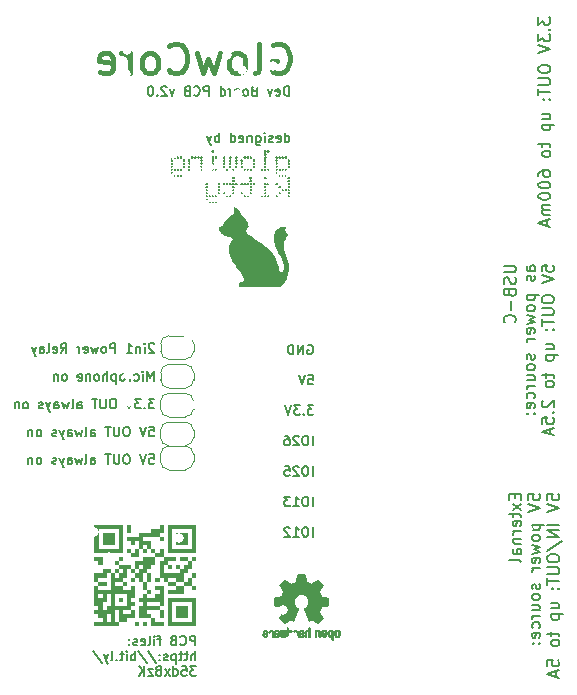
<source format=gbr>
%TF.GenerationSoftware,KiCad,Pcbnew,(6.0.6-0)*%
%TF.CreationDate,2022-09-10T13:42:59-07:00*%
%TF.ProjectId,GlowCore,476c6f77-436f-4726-952e-6b696361645f,rev?*%
%TF.SameCoordinates,Original*%
%TF.FileFunction,Legend,Bot*%
%TF.FilePolarity,Positive*%
%FSLAX46Y46*%
G04 Gerber Fmt 4.6, Leading zero omitted, Abs format (unit mm)*
G04 Created by KiCad (PCBNEW (6.0.6-0)) date 2022-09-10 13:42:59*
%MOMM*%
%LPD*%
G01*
G04 APERTURE LIST*
G04 Aperture macros list*
%AMFreePoly0*
4,1,22,0.500000,-0.750000,0.000000,-0.750000,0.000000,-0.745033,-0.079941,-0.743568,-0.215256,-0.701293,-0.333266,-0.622738,-0.424486,-0.514219,-0.481581,-0.384460,-0.499164,-0.250000,-0.500000,-0.250000,-0.500000,0.250000,-0.499164,0.250000,-0.499963,0.256109,-0.478152,0.396186,-0.417904,0.524511,-0.324060,0.630769,-0.204165,0.706417,-0.067858,0.745374,0.000000,0.744959,0.000000,0.750000,
0.500000,0.750000,0.500000,-0.750000,0.500000,-0.750000,$1*%
%AMFreePoly1*
4,1,20,0.000000,0.744959,0.073905,0.744508,0.209726,0.703889,0.328688,0.626782,0.421226,0.519385,0.479903,0.390333,0.500000,0.250000,0.500000,-0.250000,0.499851,-0.262216,0.476331,-0.402017,0.414519,-0.529596,0.319384,-0.634700,0.198574,-0.708877,0.061801,-0.746166,0.000000,-0.745033,0.000000,-0.750000,-0.500000,-0.750000,-0.500000,0.750000,0.000000,0.750000,0.000000,0.744959,
0.000000,0.744959,$1*%
G04 Aperture macros list end*
%ADD10C,0.150000*%
%ADD11C,0.200000*%
%ADD12C,0.400000*%
%ADD13C,0.120000*%
%ADD14C,0.010000*%
%ADD15C,2.000000*%
%ADD16C,4.300000*%
%ADD17C,5.600000*%
%ADD18C,0.700025*%
%ADD19O,1.200000X2.200000*%
%ADD20O,1.200000X1.800000*%
%ADD21R,1.700000X1.700000*%
%ADD22O,1.700000X1.700000*%
%ADD23FreePoly0,180.000000*%
%ADD24FreePoly1,180.000000*%
%ADD25FreePoly0,0.000000*%
%ADD26FreePoly1,0.000000*%
%ADD27C,1.300000*%
%ADD28C,0.800000*%
G04 APERTURE END LIST*
D10*
X169698780Y-94366395D02*
X170508304Y-94366395D01*
X170603542Y-94414014D01*
X170651161Y-94461633D01*
X170698780Y-94556871D01*
X170698780Y-94747347D01*
X170651161Y-94842585D01*
X170603542Y-94890204D01*
X170508304Y-94937823D01*
X169698780Y-94937823D01*
X170651161Y-95366395D02*
X170698780Y-95509252D01*
X170698780Y-95747347D01*
X170651161Y-95842585D01*
X170603542Y-95890204D01*
X170508304Y-95937823D01*
X170413066Y-95937823D01*
X170317828Y-95890204D01*
X170270209Y-95842585D01*
X170222590Y-95747347D01*
X170174971Y-95556871D01*
X170127352Y-95461633D01*
X170079733Y-95414014D01*
X169984495Y-95366395D01*
X169889257Y-95366395D01*
X169794019Y-95414014D01*
X169746400Y-95461633D01*
X169698780Y-95556871D01*
X169698780Y-95794966D01*
X169746400Y-95937823D01*
X170174971Y-96699728D02*
X170222590Y-96842585D01*
X170270209Y-96890204D01*
X170365447Y-96937823D01*
X170508304Y-96937823D01*
X170603542Y-96890204D01*
X170651161Y-96842585D01*
X170698780Y-96747347D01*
X170698780Y-96366395D01*
X169698780Y-96366395D01*
X169698780Y-96699728D01*
X169746400Y-96794966D01*
X169794019Y-96842585D01*
X169889257Y-96890204D01*
X169984495Y-96890204D01*
X170079733Y-96842585D01*
X170127352Y-96794966D01*
X170174971Y-96699728D01*
X170174971Y-96366395D01*
X170317828Y-97366395D02*
X170317828Y-98128300D01*
X170603542Y-99175919D02*
X170651161Y-99128300D01*
X170698780Y-98985442D01*
X170698780Y-98890204D01*
X170651161Y-98747347D01*
X170555923Y-98652109D01*
X170460685Y-98604490D01*
X170270209Y-98556871D01*
X170127352Y-98556871D01*
X169936876Y-98604490D01*
X169841638Y-98652109D01*
X169746400Y-98747347D01*
X169698780Y-98890204D01*
X169698780Y-98985442D01*
X169746400Y-99128300D01*
X169794019Y-99175919D01*
X172308780Y-94794966D02*
X171784971Y-94794966D01*
X171689733Y-94747347D01*
X171642114Y-94652109D01*
X171642114Y-94461633D01*
X171689733Y-94366395D01*
X172261161Y-94794966D02*
X172308780Y-94699728D01*
X172308780Y-94461633D01*
X172261161Y-94366395D01*
X172165923Y-94318776D01*
X172070685Y-94318776D01*
X171975447Y-94366395D01*
X171927828Y-94461633D01*
X171927828Y-94699728D01*
X171880209Y-94794966D01*
X172261161Y-95223538D02*
X172308780Y-95318776D01*
X172308780Y-95509252D01*
X172261161Y-95604490D01*
X172165923Y-95652109D01*
X172118304Y-95652109D01*
X172023066Y-95604490D01*
X171975447Y-95509252D01*
X171975447Y-95366395D01*
X171927828Y-95271157D01*
X171832590Y-95223538D01*
X171784971Y-95223538D01*
X171689733Y-95271157D01*
X171642114Y-95366395D01*
X171642114Y-95509252D01*
X171689733Y-95604490D01*
X171642114Y-96842585D02*
X172642114Y-96842585D01*
X171689733Y-96842585D02*
X171642114Y-96937823D01*
X171642114Y-97128300D01*
X171689733Y-97223538D01*
X171737352Y-97271157D01*
X171832590Y-97318776D01*
X172118304Y-97318776D01*
X172213542Y-97271157D01*
X172261161Y-97223538D01*
X172308780Y-97128300D01*
X172308780Y-96937823D01*
X172261161Y-96842585D01*
X172308780Y-97890204D02*
X172261161Y-97794966D01*
X172213542Y-97747347D01*
X172118304Y-97699728D01*
X171832590Y-97699728D01*
X171737352Y-97747347D01*
X171689733Y-97794966D01*
X171642114Y-97890204D01*
X171642114Y-98033061D01*
X171689733Y-98128300D01*
X171737352Y-98175919D01*
X171832590Y-98223538D01*
X172118304Y-98223538D01*
X172213542Y-98175919D01*
X172261161Y-98128300D01*
X172308780Y-98033061D01*
X172308780Y-97890204D01*
X171642114Y-98556871D02*
X172308780Y-98747347D01*
X171832590Y-98937823D01*
X172308780Y-99128300D01*
X171642114Y-99318776D01*
X172261161Y-100080680D02*
X172308780Y-99985442D01*
X172308780Y-99794966D01*
X172261161Y-99699728D01*
X172165923Y-99652109D01*
X171784971Y-99652109D01*
X171689733Y-99699728D01*
X171642114Y-99794966D01*
X171642114Y-99985442D01*
X171689733Y-100080680D01*
X171784971Y-100128300D01*
X171880209Y-100128300D01*
X171975447Y-99652109D01*
X172308780Y-100556871D02*
X171642114Y-100556871D01*
X171832590Y-100556871D02*
X171737352Y-100604490D01*
X171689733Y-100652109D01*
X171642114Y-100747347D01*
X171642114Y-100842585D01*
X172261161Y-101890204D02*
X172308780Y-101985442D01*
X172308780Y-102175919D01*
X172261161Y-102271157D01*
X172165923Y-102318776D01*
X172118304Y-102318776D01*
X172023066Y-102271157D01*
X171975447Y-102175919D01*
X171975447Y-102033061D01*
X171927828Y-101937823D01*
X171832590Y-101890204D01*
X171784971Y-101890204D01*
X171689733Y-101937823D01*
X171642114Y-102033061D01*
X171642114Y-102175919D01*
X171689733Y-102271157D01*
X172308780Y-102890204D02*
X172261161Y-102794966D01*
X172213542Y-102747347D01*
X172118304Y-102699728D01*
X171832590Y-102699728D01*
X171737352Y-102747347D01*
X171689733Y-102794966D01*
X171642114Y-102890204D01*
X171642114Y-103033061D01*
X171689733Y-103128300D01*
X171737352Y-103175919D01*
X171832590Y-103223538D01*
X172118304Y-103223538D01*
X172213542Y-103175919D01*
X172261161Y-103128300D01*
X172308780Y-103033061D01*
X172308780Y-102890204D01*
X171642114Y-104080680D02*
X172308780Y-104080680D01*
X171642114Y-103652109D02*
X172165923Y-103652109D01*
X172261161Y-103699728D01*
X172308780Y-103794966D01*
X172308780Y-103937823D01*
X172261161Y-104033061D01*
X172213542Y-104080680D01*
X172308780Y-104556871D02*
X171642114Y-104556871D01*
X171832590Y-104556871D02*
X171737352Y-104604490D01*
X171689733Y-104652109D01*
X171642114Y-104747347D01*
X171642114Y-104842585D01*
X172261161Y-105604490D02*
X172308780Y-105509252D01*
X172308780Y-105318776D01*
X172261161Y-105223538D01*
X172213542Y-105175919D01*
X172118304Y-105128300D01*
X171832590Y-105128300D01*
X171737352Y-105175919D01*
X171689733Y-105223538D01*
X171642114Y-105318776D01*
X171642114Y-105509252D01*
X171689733Y-105604490D01*
X172261161Y-106414014D02*
X172308780Y-106318776D01*
X172308780Y-106128300D01*
X172261161Y-106033061D01*
X172165923Y-105985442D01*
X171784971Y-105985442D01*
X171689733Y-106033061D01*
X171642114Y-106128300D01*
X171642114Y-106318776D01*
X171689733Y-106414014D01*
X171784971Y-106461633D01*
X171880209Y-106461633D01*
X171975447Y-105985442D01*
X172213542Y-106890204D02*
X172261161Y-106937823D01*
X172308780Y-106890204D01*
X172261161Y-106842585D01*
X172213542Y-106890204D01*
X172308780Y-106890204D01*
X171689733Y-106890204D02*
X171737352Y-106937823D01*
X171784971Y-106890204D01*
X171737352Y-106842585D01*
X171689733Y-106890204D01*
X171784971Y-106890204D01*
X172918780Y-94842585D02*
X172918780Y-94366395D01*
X173394971Y-94318776D01*
X173347352Y-94366395D01*
X173299733Y-94461633D01*
X173299733Y-94699728D01*
X173347352Y-94794966D01*
X173394971Y-94842585D01*
X173490209Y-94890204D01*
X173728304Y-94890204D01*
X173823542Y-94842585D01*
X173871161Y-94794966D01*
X173918780Y-94699728D01*
X173918780Y-94461633D01*
X173871161Y-94366395D01*
X173823542Y-94318776D01*
X172918780Y-95175919D02*
X173918780Y-95509252D01*
X172918780Y-95842585D01*
X172918780Y-97128300D02*
X172918780Y-97318776D01*
X172966400Y-97414014D01*
X173061638Y-97509252D01*
X173252114Y-97556871D01*
X173585447Y-97556871D01*
X173775923Y-97509252D01*
X173871161Y-97414014D01*
X173918780Y-97318776D01*
X173918780Y-97128300D01*
X173871161Y-97033061D01*
X173775923Y-96937823D01*
X173585447Y-96890204D01*
X173252114Y-96890204D01*
X173061638Y-96937823D01*
X172966400Y-97033061D01*
X172918780Y-97128300D01*
X172918780Y-97985442D02*
X173728304Y-97985442D01*
X173823542Y-98033061D01*
X173871161Y-98080680D01*
X173918780Y-98175919D01*
X173918780Y-98366395D01*
X173871161Y-98461633D01*
X173823542Y-98509252D01*
X173728304Y-98556871D01*
X172918780Y-98556871D01*
X172918780Y-98890204D02*
X172918780Y-99461633D01*
X173918780Y-99175919D02*
X172918780Y-99175919D01*
X173823542Y-99794966D02*
X173871161Y-99842585D01*
X173918780Y-99794966D01*
X173871161Y-99747347D01*
X173823542Y-99794966D01*
X173918780Y-99794966D01*
X173299733Y-99794966D02*
X173347352Y-99842585D01*
X173394971Y-99794966D01*
X173347352Y-99747347D01*
X173299733Y-99794966D01*
X173394971Y-99794966D01*
X173252114Y-101461633D02*
X173918780Y-101461633D01*
X173252114Y-101033061D02*
X173775923Y-101033061D01*
X173871161Y-101080680D01*
X173918780Y-101175919D01*
X173918780Y-101318776D01*
X173871161Y-101414014D01*
X173823542Y-101461633D01*
X173252114Y-101937823D02*
X174252114Y-101937823D01*
X173299733Y-101937823D02*
X173252114Y-102033061D01*
X173252114Y-102223538D01*
X173299733Y-102318776D01*
X173347352Y-102366395D01*
X173442590Y-102414014D01*
X173728304Y-102414014D01*
X173823542Y-102366395D01*
X173871161Y-102318776D01*
X173918780Y-102223538D01*
X173918780Y-102033061D01*
X173871161Y-101937823D01*
X173252114Y-103461633D02*
X173252114Y-103842585D01*
X172918780Y-103604490D02*
X173775923Y-103604490D01*
X173871161Y-103652109D01*
X173918780Y-103747347D01*
X173918780Y-103842585D01*
X173918780Y-104318776D02*
X173871161Y-104223538D01*
X173823542Y-104175919D01*
X173728304Y-104128299D01*
X173442590Y-104128299D01*
X173347352Y-104175919D01*
X173299733Y-104223538D01*
X173252114Y-104318776D01*
X173252114Y-104461633D01*
X173299733Y-104556871D01*
X173347352Y-104604490D01*
X173442590Y-104652109D01*
X173728304Y-104652109D01*
X173823542Y-104604490D01*
X173871161Y-104556871D01*
X173918780Y-104461633D01*
X173918780Y-104318776D01*
X173014019Y-105794966D02*
X172966400Y-105842585D01*
X172918780Y-105937823D01*
X172918780Y-106175919D01*
X172966400Y-106271157D01*
X173014019Y-106318776D01*
X173109257Y-106366395D01*
X173204495Y-106366395D01*
X173347352Y-106318776D01*
X173918780Y-105747347D01*
X173918780Y-106366395D01*
X173823542Y-106794966D02*
X173871161Y-106842585D01*
X173918780Y-106794966D01*
X173871161Y-106747347D01*
X173823542Y-106794966D01*
X173918780Y-106794966D01*
X172918780Y-107747347D02*
X172918780Y-107271157D01*
X173394971Y-107223538D01*
X173347352Y-107271157D01*
X173299733Y-107366395D01*
X173299733Y-107604490D01*
X173347352Y-107699728D01*
X173394971Y-107747347D01*
X173490209Y-107794966D01*
X173728304Y-107794966D01*
X173823542Y-107747347D01*
X173871161Y-107699728D01*
X173918780Y-107604490D01*
X173918780Y-107366395D01*
X173871161Y-107271157D01*
X173823542Y-107223538D01*
X173633066Y-108175919D02*
X173633066Y-108652109D01*
X173918780Y-108080680D02*
X172918780Y-108414014D01*
X173918780Y-108747347D01*
D11*
X153082876Y-101092000D02*
X153159066Y-101053904D01*
X153273352Y-101053904D01*
X153387638Y-101092000D01*
X153463828Y-101168190D01*
X153501923Y-101244380D01*
X153540019Y-101396761D01*
X153540019Y-101511047D01*
X153501923Y-101663428D01*
X153463828Y-101739619D01*
X153387638Y-101815809D01*
X153273352Y-101853904D01*
X153197161Y-101853904D01*
X153082876Y-101815809D01*
X153044780Y-101777714D01*
X153044780Y-101511047D01*
X153197161Y-101511047D01*
X152701923Y-101853904D02*
X152701923Y-101053904D01*
X152244780Y-101853904D01*
X152244780Y-101053904D01*
X151863828Y-101853904D02*
X151863828Y-101053904D01*
X151673352Y-101053904D01*
X151559066Y-101092000D01*
X151482876Y-101168190D01*
X151444780Y-101244380D01*
X151406685Y-101396761D01*
X151406685Y-101511047D01*
X151444780Y-101663428D01*
X151482876Y-101739619D01*
X151559066Y-101815809D01*
X151673352Y-101853904D01*
X151863828Y-101853904D01*
X153120971Y-103629904D02*
X153501923Y-103629904D01*
X153540019Y-104010857D01*
X153501923Y-103972761D01*
X153425733Y-103934666D01*
X153235257Y-103934666D01*
X153159066Y-103972761D01*
X153120971Y-104010857D01*
X153082876Y-104087047D01*
X153082876Y-104277523D01*
X153120971Y-104353714D01*
X153159066Y-104391809D01*
X153235257Y-104429904D01*
X153425733Y-104429904D01*
X153501923Y-104391809D01*
X153540019Y-104353714D01*
X152854304Y-103629904D02*
X152587638Y-104429904D01*
X152320971Y-103629904D01*
X153578114Y-106205904D02*
X153082876Y-106205904D01*
X153349542Y-106510666D01*
X153235257Y-106510666D01*
X153159066Y-106548761D01*
X153120971Y-106586857D01*
X153082876Y-106663047D01*
X153082876Y-106853523D01*
X153120971Y-106929714D01*
X153159066Y-106967809D01*
X153235257Y-107005904D01*
X153463828Y-107005904D01*
X153540019Y-106967809D01*
X153578114Y-106929714D01*
X152740019Y-106929714D02*
X152701923Y-106967809D01*
X152740019Y-107005904D01*
X152778114Y-106967809D01*
X152740019Y-106929714D01*
X152740019Y-107005904D01*
X152435257Y-106205904D02*
X151940019Y-106205904D01*
X152206685Y-106510666D01*
X152092400Y-106510666D01*
X152016209Y-106548761D01*
X151978114Y-106586857D01*
X151940019Y-106663047D01*
X151940019Y-106853523D01*
X151978114Y-106929714D01*
X152016209Y-106967809D01*
X152092400Y-107005904D01*
X152320971Y-107005904D01*
X152397161Y-106967809D01*
X152435257Y-106929714D01*
X151711447Y-106205904D02*
X151444780Y-107005904D01*
X151178114Y-106205904D01*
X153501923Y-109581904D02*
X153501923Y-108781904D01*
X152968590Y-108781904D02*
X152816209Y-108781904D01*
X152740019Y-108820000D01*
X152663828Y-108896190D01*
X152625733Y-109048571D01*
X152625733Y-109315238D01*
X152663828Y-109467619D01*
X152740019Y-109543809D01*
X152816209Y-109581904D01*
X152968590Y-109581904D01*
X153044780Y-109543809D01*
X153120971Y-109467619D01*
X153159066Y-109315238D01*
X153159066Y-109048571D01*
X153120971Y-108896190D01*
X153044780Y-108820000D01*
X152968590Y-108781904D01*
X152320971Y-108858095D02*
X152282876Y-108820000D01*
X152206685Y-108781904D01*
X152016209Y-108781904D01*
X151940019Y-108820000D01*
X151901923Y-108858095D01*
X151863828Y-108934285D01*
X151863828Y-109010476D01*
X151901923Y-109124761D01*
X152359066Y-109581904D01*
X151863828Y-109581904D01*
X151178114Y-108781904D02*
X151330495Y-108781904D01*
X151406685Y-108820000D01*
X151444780Y-108858095D01*
X151520971Y-108972380D01*
X151559066Y-109124761D01*
X151559066Y-109429523D01*
X151520971Y-109505714D01*
X151482876Y-109543809D01*
X151406685Y-109581904D01*
X151254304Y-109581904D01*
X151178114Y-109543809D01*
X151140019Y-109505714D01*
X151101923Y-109429523D01*
X151101923Y-109239047D01*
X151140019Y-109162857D01*
X151178114Y-109124761D01*
X151254304Y-109086666D01*
X151406685Y-109086666D01*
X151482876Y-109124761D01*
X151520971Y-109162857D01*
X151559066Y-109239047D01*
X153501923Y-112157904D02*
X153501923Y-111357904D01*
X152968590Y-111357904D02*
X152816209Y-111357904D01*
X152740019Y-111396000D01*
X152663828Y-111472190D01*
X152625733Y-111624571D01*
X152625733Y-111891238D01*
X152663828Y-112043619D01*
X152740019Y-112119809D01*
X152816209Y-112157904D01*
X152968590Y-112157904D01*
X153044780Y-112119809D01*
X153120971Y-112043619D01*
X153159066Y-111891238D01*
X153159066Y-111624571D01*
X153120971Y-111472190D01*
X153044780Y-111396000D01*
X152968590Y-111357904D01*
X152320971Y-111434095D02*
X152282876Y-111396000D01*
X152206685Y-111357904D01*
X152016209Y-111357904D01*
X151940019Y-111396000D01*
X151901923Y-111434095D01*
X151863828Y-111510285D01*
X151863828Y-111586476D01*
X151901923Y-111700761D01*
X152359066Y-112157904D01*
X151863828Y-112157904D01*
X151140019Y-111357904D02*
X151520971Y-111357904D01*
X151559066Y-111738857D01*
X151520971Y-111700761D01*
X151444780Y-111662666D01*
X151254304Y-111662666D01*
X151178114Y-111700761D01*
X151140019Y-111738857D01*
X151101923Y-111815047D01*
X151101923Y-112005523D01*
X151140019Y-112081714D01*
X151178114Y-112119809D01*
X151254304Y-112157904D01*
X151444780Y-112157904D01*
X151520971Y-112119809D01*
X151559066Y-112081714D01*
X153501923Y-114733904D02*
X153501923Y-113933904D01*
X152968590Y-113933904D02*
X152816209Y-113933904D01*
X152740019Y-113972000D01*
X152663828Y-114048190D01*
X152625733Y-114200571D01*
X152625733Y-114467238D01*
X152663828Y-114619619D01*
X152740019Y-114695809D01*
X152816209Y-114733904D01*
X152968590Y-114733904D01*
X153044780Y-114695809D01*
X153120971Y-114619619D01*
X153159066Y-114467238D01*
X153159066Y-114200571D01*
X153120971Y-114048190D01*
X153044780Y-113972000D01*
X152968590Y-113933904D01*
X151863828Y-114733904D02*
X152320971Y-114733904D01*
X152092400Y-114733904D02*
X152092400Y-113933904D01*
X152168590Y-114048190D01*
X152244780Y-114124380D01*
X152320971Y-114162476D01*
X151597161Y-113933904D02*
X151101923Y-113933904D01*
X151368590Y-114238666D01*
X151254304Y-114238666D01*
X151178114Y-114276761D01*
X151140019Y-114314857D01*
X151101923Y-114391047D01*
X151101923Y-114581523D01*
X151140019Y-114657714D01*
X151178114Y-114695809D01*
X151254304Y-114733904D01*
X151482876Y-114733904D01*
X151559066Y-114695809D01*
X151597161Y-114657714D01*
X153501923Y-117309904D02*
X153501923Y-116509904D01*
X152968590Y-116509904D02*
X152816209Y-116509904D01*
X152740019Y-116548000D01*
X152663828Y-116624190D01*
X152625733Y-116776571D01*
X152625733Y-117043238D01*
X152663828Y-117195619D01*
X152740019Y-117271809D01*
X152816209Y-117309904D01*
X152968590Y-117309904D01*
X153044780Y-117271809D01*
X153120971Y-117195619D01*
X153159066Y-117043238D01*
X153159066Y-116776571D01*
X153120971Y-116624190D01*
X153044780Y-116548000D01*
X152968590Y-116509904D01*
X151863828Y-117309904D02*
X152320971Y-117309904D01*
X152092400Y-117309904D02*
X152092400Y-116509904D01*
X152168590Y-116624190D01*
X152244780Y-116700380D01*
X152320971Y-116738476D01*
X151559066Y-116586095D02*
X151520971Y-116548000D01*
X151444780Y-116509904D01*
X151254304Y-116509904D01*
X151178114Y-116548000D01*
X151140019Y-116586095D01*
X151101923Y-116662285D01*
X151101923Y-116738476D01*
X151140019Y-116852761D01*
X151597161Y-117309904D01*
X151101923Y-117309904D01*
D10*
X151155085Y-83898478D02*
X151155085Y-83098478D01*
X151155085Y-83860383D02*
X151231276Y-83898478D01*
X151383657Y-83898478D01*
X151459847Y-83860383D01*
X151497942Y-83822288D01*
X151536038Y-83746097D01*
X151536038Y-83517526D01*
X151497942Y-83441335D01*
X151459847Y-83403240D01*
X151383657Y-83365145D01*
X151231276Y-83365145D01*
X151155085Y-83403240D01*
X150469371Y-83860383D02*
X150545561Y-83898478D01*
X150697942Y-83898478D01*
X150774133Y-83860383D01*
X150812228Y-83784193D01*
X150812228Y-83479431D01*
X150774133Y-83403240D01*
X150697942Y-83365145D01*
X150545561Y-83365145D01*
X150469371Y-83403240D01*
X150431276Y-83479431D01*
X150431276Y-83555621D01*
X150812228Y-83631812D01*
X150126514Y-83860383D02*
X150050323Y-83898478D01*
X149897942Y-83898478D01*
X149821752Y-83860383D01*
X149783657Y-83784193D01*
X149783657Y-83746097D01*
X149821752Y-83669907D01*
X149897942Y-83631812D01*
X150012228Y-83631812D01*
X150088419Y-83593716D01*
X150126514Y-83517526D01*
X150126514Y-83479431D01*
X150088419Y-83403240D01*
X150012228Y-83365145D01*
X149897942Y-83365145D01*
X149821752Y-83403240D01*
X149440799Y-83898478D02*
X149440799Y-83365145D01*
X149440799Y-83098478D02*
X149478895Y-83136574D01*
X149440799Y-83174669D01*
X149402704Y-83136574D01*
X149440799Y-83098478D01*
X149440799Y-83174669D01*
X148716990Y-83365145D02*
X148716990Y-84012764D01*
X148755085Y-84088954D01*
X148793180Y-84127050D01*
X148869371Y-84165145D01*
X148983657Y-84165145D01*
X149059847Y-84127050D01*
X148716990Y-83860383D02*
X148793180Y-83898478D01*
X148945561Y-83898478D01*
X149021752Y-83860383D01*
X149059847Y-83822288D01*
X149097942Y-83746097D01*
X149097942Y-83517526D01*
X149059847Y-83441335D01*
X149021752Y-83403240D01*
X148945561Y-83365145D01*
X148793180Y-83365145D01*
X148716990Y-83403240D01*
X148336038Y-83365145D02*
X148336038Y-83898478D01*
X148336038Y-83441335D02*
X148297942Y-83403240D01*
X148221752Y-83365145D01*
X148107466Y-83365145D01*
X148031276Y-83403240D01*
X147993180Y-83479431D01*
X147993180Y-83898478D01*
X147307466Y-83860383D02*
X147383657Y-83898478D01*
X147536038Y-83898478D01*
X147612228Y-83860383D01*
X147650323Y-83784193D01*
X147650323Y-83479431D01*
X147612228Y-83403240D01*
X147536038Y-83365145D01*
X147383657Y-83365145D01*
X147307466Y-83403240D01*
X147269371Y-83479431D01*
X147269371Y-83555621D01*
X147650323Y-83631812D01*
X146583657Y-83898478D02*
X146583657Y-83098478D01*
X146583657Y-83860383D02*
X146659847Y-83898478D01*
X146812228Y-83898478D01*
X146888419Y-83860383D01*
X146926514Y-83822288D01*
X146964609Y-83746097D01*
X146964609Y-83517526D01*
X146926514Y-83441335D01*
X146888419Y-83403240D01*
X146812228Y-83365145D01*
X146659847Y-83365145D01*
X146583657Y-83403240D01*
X145593180Y-83898478D02*
X145593180Y-83098478D01*
X145593180Y-83403240D02*
X145516990Y-83365145D01*
X145364609Y-83365145D01*
X145288419Y-83403240D01*
X145250323Y-83441335D01*
X145212228Y-83517526D01*
X145212228Y-83746097D01*
X145250323Y-83822288D01*
X145288419Y-83860383D01*
X145364609Y-83898478D01*
X145516990Y-83898478D01*
X145593180Y-83860383D01*
X144945561Y-83365145D02*
X144755085Y-83898478D01*
X144564609Y-83365145D02*
X144755085Y-83898478D01*
X144831276Y-84088954D01*
X144869371Y-84127050D01*
X144945561Y-84165145D01*
D11*
X140039923Y-104108204D02*
X140039923Y-103308204D01*
X139773257Y-103879633D01*
X139506590Y-103308204D01*
X139506590Y-104108204D01*
X139125638Y-104108204D02*
X139125638Y-103574871D01*
X139125638Y-103308204D02*
X139163733Y-103346300D01*
X139125638Y-103384395D01*
X139087542Y-103346300D01*
X139125638Y-103308204D01*
X139125638Y-103384395D01*
X138401828Y-104070109D02*
X138478019Y-104108204D01*
X138630400Y-104108204D01*
X138706590Y-104070109D01*
X138744685Y-104032014D01*
X138782780Y-103955823D01*
X138782780Y-103727252D01*
X138744685Y-103651061D01*
X138706590Y-103612966D01*
X138630400Y-103574871D01*
X138478019Y-103574871D01*
X138401828Y-103612966D01*
X138058971Y-104108204D02*
X138058971Y-103574871D01*
X138058971Y-103727252D02*
X138020876Y-103651061D01*
X137982780Y-103612966D01*
X137906590Y-103574871D01*
X137830400Y-103574871D01*
X137449447Y-104108204D02*
X137525638Y-104070109D01*
X137563733Y-104032014D01*
X137601828Y-103955823D01*
X137601828Y-103727252D01*
X137563733Y-103651061D01*
X137525638Y-103612966D01*
X137449447Y-103574871D01*
X137335161Y-103574871D01*
X137258971Y-103612966D01*
X137220876Y-103651061D01*
X137182780Y-103727252D01*
X137182780Y-103955823D01*
X137220876Y-104032014D01*
X137258971Y-104070109D01*
X137335161Y-104108204D01*
X137449447Y-104108204D01*
X136839923Y-103574871D02*
X136839923Y-104374871D01*
X136839923Y-103612966D02*
X136763733Y-103574871D01*
X136611352Y-103574871D01*
X136535161Y-103612966D01*
X136497066Y-103651061D01*
X136458971Y-103727252D01*
X136458971Y-103955823D01*
X136497066Y-104032014D01*
X136535161Y-104070109D01*
X136611352Y-104108204D01*
X136763733Y-104108204D01*
X136839923Y-104070109D01*
X136116114Y-104108204D02*
X136116114Y-103308204D01*
X135773257Y-104108204D02*
X135773257Y-103689157D01*
X135811352Y-103612966D01*
X135887542Y-103574871D01*
X136001828Y-103574871D01*
X136078019Y-103612966D01*
X136116114Y-103651061D01*
X135278019Y-104108204D02*
X135354209Y-104070109D01*
X135392304Y-104032014D01*
X135430400Y-103955823D01*
X135430400Y-103727252D01*
X135392304Y-103651061D01*
X135354209Y-103612966D01*
X135278019Y-103574871D01*
X135163733Y-103574871D01*
X135087542Y-103612966D01*
X135049447Y-103651061D01*
X135011352Y-103727252D01*
X135011352Y-103955823D01*
X135049447Y-104032014D01*
X135087542Y-104070109D01*
X135163733Y-104108204D01*
X135278019Y-104108204D01*
X134668495Y-103574871D02*
X134668495Y-104108204D01*
X134668495Y-103651061D02*
X134630400Y-103612966D01*
X134554209Y-103574871D01*
X134439923Y-103574871D01*
X134363733Y-103612966D01*
X134325638Y-103689157D01*
X134325638Y-104108204D01*
X133639923Y-104070109D02*
X133716114Y-104108204D01*
X133868495Y-104108204D01*
X133944685Y-104070109D01*
X133982780Y-103993919D01*
X133982780Y-103689157D01*
X133944685Y-103612966D01*
X133868495Y-103574871D01*
X133716114Y-103574871D01*
X133639923Y-103612966D01*
X133601828Y-103689157D01*
X133601828Y-103765347D01*
X133982780Y-103841538D01*
X132535161Y-104108204D02*
X132611352Y-104070109D01*
X132649447Y-104032014D01*
X132687542Y-103955823D01*
X132687542Y-103727252D01*
X132649447Y-103651061D01*
X132611352Y-103612966D01*
X132535161Y-103574871D01*
X132420876Y-103574871D01*
X132344685Y-103612966D01*
X132306590Y-103651061D01*
X132268495Y-103727252D01*
X132268495Y-103955823D01*
X132306590Y-104032014D01*
X132344685Y-104070109D01*
X132420876Y-104108204D01*
X132535161Y-104108204D01*
X131925638Y-103574871D02*
X131925638Y-104108204D01*
X131925638Y-103651061D02*
X131887542Y-103612966D01*
X131811352Y-103574871D01*
X131697066Y-103574871D01*
X131620876Y-103612966D01*
X131582780Y-103689157D01*
X131582780Y-104108204D01*
D12*
X150158119Y-75692226D02*
X150396214Y-75573178D01*
X150753357Y-75573178D01*
X151110500Y-75692226D01*
X151348595Y-75930321D01*
X151467642Y-76168416D01*
X151586690Y-76644606D01*
X151586690Y-77001749D01*
X151467642Y-77477940D01*
X151348595Y-77716035D01*
X151110500Y-77954130D01*
X150753357Y-78073178D01*
X150515261Y-78073178D01*
X150158119Y-77954130D01*
X150039071Y-77835083D01*
X150039071Y-77001749D01*
X150515261Y-77001749D01*
X148610500Y-78073178D02*
X148848595Y-77954130D01*
X148967642Y-77716035D01*
X148967642Y-75573178D01*
X147300976Y-78073178D02*
X147539071Y-77954130D01*
X147658119Y-77835083D01*
X147777166Y-77596987D01*
X147777166Y-76882702D01*
X147658119Y-76644606D01*
X147539071Y-76525559D01*
X147300976Y-76406511D01*
X146943833Y-76406511D01*
X146705738Y-76525559D01*
X146586690Y-76644606D01*
X146467642Y-76882702D01*
X146467642Y-77596987D01*
X146586690Y-77835083D01*
X146705738Y-77954130D01*
X146943833Y-78073178D01*
X147300976Y-78073178D01*
X145634309Y-76406511D02*
X145158119Y-78073178D01*
X144681928Y-76882702D01*
X144205738Y-78073178D01*
X143729547Y-76406511D01*
X141348595Y-77835083D02*
X141467642Y-77954130D01*
X141824785Y-78073178D01*
X142062881Y-78073178D01*
X142420023Y-77954130D01*
X142658119Y-77716035D01*
X142777166Y-77477940D01*
X142896214Y-77001749D01*
X142896214Y-76644606D01*
X142777166Y-76168416D01*
X142658119Y-75930321D01*
X142420023Y-75692226D01*
X142062881Y-75573178D01*
X141824785Y-75573178D01*
X141467642Y-75692226D01*
X141348595Y-75811273D01*
X139920023Y-78073178D02*
X140158119Y-77954130D01*
X140277166Y-77835083D01*
X140396214Y-77596987D01*
X140396214Y-76882702D01*
X140277166Y-76644606D01*
X140158119Y-76525559D01*
X139920023Y-76406511D01*
X139562881Y-76406511D01*
X139324785Y-76525559D01*
X139205738Y-76644606D01*
X139086690Y-76882702D01*
X139086690Y-77596987D01*
X139205738Y-77835083D01*
X139324785Y-77954130D01*
X139562881Y-78073178D01*
X139920023Y-78073178D01*
X138015261Y-78073178D02*
X138015261Y-76406511D01*
X138015261Y-76882702D02*
X137896214Y-76644606D01*
X137777166Y-76525559D01*
X137539071Y-76406511D01*
X137300976Y-76406511D01*
X135515261Y-77954130D02*
X135753357Y-78073178D01*
X136229547Y-78073178D01*
X136467642Y-77954130D01*
X136586690Y-77716035D01*
X136586690Y-76763654D01*
X136467642Y-76525559D01*
X136229547Y-76406511D01*
X135753357Y-76406511D01*
X135515261Y-76525559D01*
X135396214Y-76763654D01*
X135396214Y-77001749D01*
X136586690Y-77239845D01*
D10*
X170632171Y-113721195D02*
X170632171Y-114054528D01*
X171155980Y-114197385D02*
X171155980Y-113721195D01*
X170155980Y-113721195D01*
X170155980Y-114197385D01*
X171155980Y-114530719D02*
X170489314Y-115054528D01*
X170489314Y-114530719D02*
X171155980Y-115054528D01*
X170489314Y-115292623D02*
X170489314Y-115673576D01*
X170155980Y-115435480D02*
X171013123Y-115435480D01*
X171108361Y-115483100D01*
X171155980Y-115578338D01*
X171155980Y-115673576D01*
X171108361Y-116387861D02*
X171155980Y-116292623D01*
X171155980Y-116102147D01*
X171108361Y-116006909D01*
X171013123Y-115959290D01*
X170632171Y-115959290D01*
X170536933Y-116006909D01*
X170489314Y-116102147D01*
X170489314Y-116292623D01*
X170536933Y-116387861D01*
X170632171Y-116435480D01*
X170727409Y-116435480D01*
X170822647Y-115959290D01*
X171155980Y-116864052D02*
X170489314Y-116864052D01*
X170679790Y-116864052D02*
X170584552Y-116911671D01*
X170536933Y-116959290D01*
X170489314Y-117054528D01*
X170489314Y-117149766D01*
X170489314Y-117483100D02*
X171155980Y-117483100D01*
X170584552Y-117483100D02*
X170536933Y-117530719D01*
X170489314Y-117625957D01*
X170489314Y-117768814D01*
X170536933Y-117864052D01*
X170632171Y-117911671D01*
X171155980Y-117911671D01*
X171155980Y-118816433D02*
X170632171Y-118816433D01*
X170536933Y-118768814D01*
X170489314Y-118673576D01*
X170489314Y-118483100D01*
X170536933Y-118387861D01*
X171108361Y-118816433D02*
X171155980Y-118721195D01*
X171155980Y-118483100D01*
X171108361Y-118387861D01*
X171013123Y-118340242D01*
X170917885Y-118340242D01*
X170822647Y-118387861D01*
X170775028Y-118483100D01*
X170775028Y-118721195D01*
X170727409Y-118816433D01*
X171155980Y-119435480D02*
X171108361Y-119340242D01*
X171013123Y-119292623D01*
X170155980Y-119292623D01*
X171765980Y-114197385D02*
X171765980Y-113721195D01*
X172242171Y-113673576D01*
X172194552Y-113721195D01*
X172146933Y-113816433D01*
X172146933Y-114054528D01*
X172194552Y-114149766D01*
X172242171Y-114197385D01*
X172337409Y-114245004D01*
X172575504Y-114245004D01*
X172670742Y-114197385D01*
X172718361Y-114149766D01*
X172765980Y-114054528D01*
X172765980Y-113816433D01*
X172718361Y-113721195D01*
X172670742Y-113673576D01*
X171765980Y-114530719D02*
X172765980Y-114864052D01*
X171765980Y-115197385D01*
X172099314Y-116292623D02*
X173099314Y-116292623D01*
X172146933Y-116292623D02*
X172099314Y-116387861D01*
X172099314Y-116578338D01*
X172146933Y-116673576D01*
X172194552Y-116721195D01*
X172289790Y-116768814D01*
X172575504Y-116768814D01*
X172670742Y-116721195D01*
X172718361Y-116673576D01*
X172765980Y-116578338D01*
X172765980Y-116387861D01*
X172718361Y-116292623D01*
X172765980Y-117340242D02*
X172718361Y-117245004D01*
X172670742Y-117197385D01*
X172575504Y-117149766D01*
X172289790Y-117149766D01*
X172194552Y-117197385D01*
X172146933Y-117245004D01*
X172099314Y-117340242D01*
X172099314Y-117483100D01*
X172146933Y-117578338D01*
X172194552Y-117625957D01*
X172289790Y-117673576D01*
X172575504Y-117673576D01*
X172670742Y-117625957D01*
X172718361Y-117578338D01*
X172765980Y-117483100D01*
X172765980Y-117340242D01*
X172099314Y-118006909D02*
X172765980Y-118197385D01*
X172289790Y-118387861D01*
X172765980Y-118578338D01*
X172099314Y-118768814D01*
X172718361Y-119530719D02*
X172765980Y-119435480D01*
X172765980Y-119245004D01*
X172718361Y-119149766D01*
X172623123Y-119102147D01*
X172242171Y-119102147D01*
X172146933Y-119149766D01*
X172099314Y-119245004D01*
X172099314Y-119435480D01*
X172146933Y-119530719D01*
X172242171Y-119578338D01*
X172337409Y-119578338D01*
X172432647Y-119102147D01*
X172765980Y-120006909D02*
X172099314Y-120006909D01*
X172289790Y-120006909D02*
X172194552Y-120054528D01*
X172146933Y-120102147D01*
X172099314Y-120197385D01*
X172099314Y-120292623D01*
X172718361Y-121340242D02*
X172765980Y-121435480D01*
X172765980Y-121625957D01*
X172718361Y-121721195D01*
X172623123Y-121768814D01*
X172575504Y-121768814D01*
X172480266Y-121721195D01*
X172432647Y-121625957D01*
X172432647Y-121483100D01*
X172385028Y-121387861D01*
X172289790Y-121340242D01*
X172242171Y-121340242D01*
X172146933Y-121387861D01*
X172099314Y-121483100D01*
X172099314Y-121625957D01*
X172146933Y-121721195D01*
X172765980Y-122340242D02*
X172718361Y-122245004D01*
X172670742Y-122197385D01*
X172575504Y-122149766D01*
X172289790Y-122149766D01*
X172194552Y-122197385D01*
X172146933Y-122245004D01*
X172099314Y-122340242D01*
X172099314Y-122483100D01*
X172146933Y-122578338D01*
X172194552Y-122625957D01*
X172289790Y-122673576D01*
X172575504Y-122673576D01*
X172670742Y-122625957D01*
X172718361Y-122578338D01*
X172765980Y-122483100D01*
X172765980Y-122340242D01*
X172099314Y-123530719D02*
X172765980Y-123530719D01*
X172099314Y-123102147D02*
X172623123Y-123102147D01*
X172718361Y-123149766D01*
X172765980Y-123245004D01*
X172765980Y-123387861D01*
X172718361Y-123483100D01*
X172670742Y-123530719D01*
X172765980Y-124006909D02*
X172099314Y-124006909D01*
X172289790Y-124006909D02*
X172194552Y-124054528D01*
X172146933Y-124102147D01*
X172099314Y-124197385D01*
X172099314Y-124292623D01*
X172718361Y-125054528D02*
X172765980Y-124959290D01*
X172765980Y-124768814D01*
X172718361Y-124673576D01*
X172670742Y-124625957D01*
X172575504Y-124578338D01*
X172289790Y-124578338D01*
X172194552Y-124625957D01*
X172146933Y-124673576D01*
X172099314Y-124768814D01*
X172099314Y-124959290D01*
X172146933Y-125054528D01*
X172718361Y-125864052D02*
X172765980Y-125768814D01*
X172765980Y-125578338D01*
X172718361Y-125483100D01*
X172623123Y-125435480D01*
X172242171Y-125435480D01*
X172146933Y-125483100D01*
X172099314Y-125578338D01*
X172099314Y-125768814D01*
X172146933Y-125864052D01*
X172242171Y-125911671D01*
X172337409Y-125911671D01*
X172432647Y-125435480D01*
X172670742Y-126340242D02*
X172718361Y-126387861D01*
X172765980Y-126340242D01*
X172718361Y-126292623D01*
X172670742Y-126340242D01*
X172765980Y-126340242D01*
X172146933Y-126340242D02*
X172194552Y-126387861D01*
X172242171Y-126340242D01*
X172194552Y-126292623D01*
X172146933Y-126340242D01*
X172242171Y-126340242D01*
X173375980Y-114197385D02*
X173375980Y-113721195D01*
X173852171Y-113673576D01*
X173804552Y-113721195D01*
X173756933Y-113816433D01*
X173756933Y-114054528D01*
X173804552Y-114149766D01*
X173852171Y-114197385D01*
X173947409Y-114245004D01*
X174185504Y-114245004D01*
X174280742Y-114197385D01*
X174328361Y-114149766D01*
X174375980Y-114054528D01*
X174375980Y-113816433D01*
X174328361Y-113721195D01*
X174280742Y-113673576D01*
X173375980Y-114530719D02*
X174375980Y-114864052D01*
X173375980Y-115197385D01*
X174375980Y-116292623D02*
X173375980Y-116292623D01*
X174375980Y-116768814D02*
X173375980Y-116768814D01*
X174375980Y-117340242D01*
X173375980Y-117340242D01*
X173328361Y-118530719D02*
X174614076Y-117673576D01*
X173375980Y-119054528D02*
X173375980Y-119245004D01*
X173423600Y-119340242D01*
X173518838Y-119435480D01*
X173709314Y-119483100D01*
X174042647Y-119483100D01*
X174233123Y-119435480D01*
X174328361Y-119340242D01*
X174375980Y-119245004D01*
X174375980Y-119054528D01*
X174328361Y-118959290D01*
X174233123Y-118864052D01*
X174042647Y-118816433D01*
X173709314Y-118816433D01*
X173518838Y-118864052D01*
X173423600Y-118959290D01*
X173375980Y-119054528D01*
X173375980Y-119911671D02*
X174185504Y-119911671D01*
X174280742Y-119959290D01*
X174328361Y-120006909D01*
X174375980Y-120102147D01*
X174375980Y-120292623D01*
X174328361Y-120387861D01*
X174280742Y-120435480D01*
X174185504Y-120483100D01*
X173375980Y-120483100D01*
X173375980Y-120816433D02*
X173375980Y-121387861D01*
X174375980Y-121102147D02*
X173375980Y-121102147D01*
X174280742Y-121721195D02*
X174328361Y-121768814D01*
X174375980Y-121721195D01*
X174328361Y-121673576D01*
X174280742Y-121721195D01*
X174375980Y-121721195D01*
X173756933Y-121721195D02*
X173804552Y-121768814D01*
X173852171Y-121721195D01*
X173804552Y-121673576D01*
X173756933Y-121721195D01*
X173852171Y-121721195D01*
X173709314Y-123387861D02*
X174375980Y-123387861D01*
X173709314Y-122959290D02*
X174233123Y-122959290D01*
X174328361Y-123006909D01*
X174375980Y-123102147D01*
X174375980Y-123245004D01*
X174328361Y-123340242D01*
X174280742Y-123387861D01*
X173709314Y-123864052D02*
X174709314Y-123864052D01*
X173756933Y-123864052D02*
X173709314Y-123959290D01*
X173709314Y-124149766D01*
X173756933Y-124245004D01*
X173804552Y-124292623D01*
X173899790Y-124340242D01*
X174185504Y-124340242D01*
X174280742Y-124292623D01*
X174328361Y-124245004D01*
X174375980Y-124149766D01*
X174375980Y-123959290D01*
X174328361Y-123864052D01*
X173709314Y-125387861D02*
X173709314Y-125768814D01*
X173375980Y-125530719D02*
X174233123Y-125530719D01*
X174328361Y-125578338D01*
X174375980Y-125673576D01*
X174375980Y-125768814D01*
X174375980Y-126245004D02*
X174328361Y-126149766D01*
X174280742Y-126102147D01*
X174185504Y-126054528D01*
X173899790Y-126054528D01*
X173804552Y-126102147D01*
X173756933Y-126149766D01*
X173709314Y-126245004D01*
X173709314Y-126387861D01*
X173756933Y-126483100D01*
X173804552Y-126530719D01*
X173899790Y-126578338D01*
X174185504Y-126578338D01*
X174280742Y-126530719D01*
X174328361Y-126483100D01*
X174375980Y-126387861D01*
X174375980Y-126245004D01*
X173375980Y-128245004D02*
X173375980Y-127768814D01*
X173852171Y-127721195D01*
X173804552Y-127768814D01*
X173756933Y-127864052D01*
X173756933Y-128102147D01*
X173804552Y-128197385D01*
X173852171Y-128245004D01*
X173947409Y-128292623D01*
X174185504Y-128292623D01*
X174280742Y-128245004D01*
X174328361Y-128197385D01*
X174375980Y-128102147D01*
X174375980Y-127864052D01*
X174328361Y-127768814D01*
X174280742Y-127721195D01*
X174090266Y-128673576D02*
X174090266Y-129149766D01*
X174375980Y-128578338D02*
X173375980Y-128911671D01*
X174375980Y-129245004D01*
X151502423Y-79965504D02*
X151502423Y-79165504D01*
X151311947Y-79165504D01*
X151197661Y-79203600D01*
X151121471Y-79279790D01*
X151083376Y-79355980D01*
X151045280Y-79508361D01*
X151045280Y-79622647D01*
X151083376Y-79775028D01*
X151121471Y-79851219D01*
X151197661Y-79927409D01*
X151311947Y-79965504D01*
X151502423Y-79965504D01*
X150397661Y-79927409D02*
X150473852Y-79965504D01*
X150626233Y-79965504D01*
X150702423Y-79927409D01*
X150740519Y-79851219D01*
X150740519Y-79546457D01*
X150702423Y-79470266D01*
X150626233Y-79432171D01*
X150473852Y-79432171D01*
X150397661Y-79470266D01*
X150359566Y-79546457D01*
X150359566Y-79622647D01*
X150740519Y-79698838D01*
X150092900Y-79432171D02*
X149902423Y-79965504D01*
X149711947Y-79432171D01*
X148530995Y-79546457D02*
X148416709Y-79584552D01*
X148378614Y-79622647D01*
X148340519Y-79698838D01*
X148340519Y-79813123D01*
X148378614Y-79889314D01*
X148416709Y-79927409D01*
X148492900Y-79965504D01*
X148797661Y-79965504D01*
X148797661Y-79165504D01*
X148530995Y-79165504D01*
X148454804Y-79203600D01*
X148416709Y-79241695D01*
X148378614Y-79317885D01*
X148378614Y-79394076D01*
X148416709Y-79470266D01*
X148454804Y-79508361D01*
X148530995Y-79546457D01*
X148797661Y-79546457D01*
X147883376Y-79965504D02*
X147959566Y-79927409D01*
X147997661Y-79889314D01*
X148035757Y-79813123D01*
X148035757Y-79584552D01*
X147997661Y-79508361D01*
X147959566Y-79470266D01*
X147883376Y-79432171D01*
X147769090Y-79432171D01*
X147692900Y-79470266D01*
X147654804Y-79508361D01*
X147616709Y-79584552D01*
X147616709Y-79813123D01*
X147654804Y-79889314D01*
X147692900Y-79927409D01*
X147769090Y-79965504D01*
X147883376Y-79965504D01*
X146930995Y-79965504D02*
X146930995Y-79546457D01*
X146969090Y-79470266D01*
X147045280Y-79432171D01*
X147197661Y-79432171D01*
X147273852Y-79470266D01*
X146930995Y-79927409D02*
X147007185Y-79965504D01*
X147197661Y-79965504D01*
X147273852Y-79927409D01*
X147311947Y-79851219D01*
X147311947Y-79775028D01*
X147273852Y-79698838D01*
X147197661Y-79660742D01*
X147007185Y-79660742D01*
X146930995Y-79622647D01*
X146550042Y-79965504D02*
X146550042Y-79432171D01*
X146550042Y-79584552D02*
X146511947Y-79508361D01*
X146473852Y-79470266D01*
X146397661Y-79432171D01*
X146321471Y-79432171D01*
X145711947Y-79965504D02*
X145711947Y-79165504D01*
X145711947Y-79927409D02*
X145788138Y-79965504D01*
X145940519Y-79965504D01*
X146016709Y-79927409D01*
X146054804Y-79889314D01*
X146092900Y-79813123D01*
X146092900Y-79584552D01*
X146054804Y-79508361D01*
X146016709Y-79470266D01*
X145940519Y-79432171D01*
X145788138Y-79432171D01*
X145711947Y-79470266D01*
X144721471Y-79965504D02*
X144721471Y-79165504D01*
X144416709Y-79165504D01*
X144340519Y-79203600D01*
X144302423Y-79241695D01*
X144264328Y-79317885D01*
X144264328Y-79432171D01*
X144302423Y-79508361D01*
X144340519Y-79546457D01*
X144416709Y-79584552D01*
X144721471Y-79584552D01*
X143464328Y-79889314D02*
X143502423Y-79927409D01*
X143616709Y-79965504D01*
X143692900Y-79965504D01*
X143807185Y-79927409D01*
X143883376Y-79851219D01*
X143921471Y-79775028D01*
X143959566Y-79622647D01*
X143959566Y-79508361D01*
X143921471Y-79355980D01*
X143883376Y-79279790D01*
X143807185Y-79203600D01*
X143692900Y-79165504D01*
X143616709Y-79165504D01*
X143502423Y-79203600D01*
X143464328Y-79241695D01*
X142854804Y-79546457D02*
X142740519Y-79584552D01*
X142702423Y-79622647D01*
X142664328Y-79698838D01*
X142664328Y-79813123D01*
X142702423Y-79889314D01*
X142740519Y-79927409D01*
X142816709Y-79965504D01*
X143121471Y-79965504D01*
X143121471Y-79165504D01*
X142854804Y-79165504D01*
X142778614Y-79203600D01*
X142740519Y-79241695D01*
X142702423Y-79317885D01*
X142702423Y-79394076D01*
X142740519Y-79470266D01*
X142778614Y-79508361D01*
X142854804Y-79546457D01*
X143121471Y-79546457D01*
X141788138Y-79432171D02*
X141597661Y-79965504D01*
X141407185Y-79432171D01*
X141140519Y-79241695D02*
X141102423Y-79203600D01*
X141026233Y-79165504D01*
X140835757Y-79165504D01*
X140759566Y-79203600D01*
X140721471Y-79241695D01*
X140683376Y-79317885D01*
X140683376Y-79394076D01*
X140721471Y-79508361D01*
X141178614Y-79965504D01*
X140683376Y-79965504D01*
X140340519Y-79889314D02*
X140302423Y-79927409D01*
X140340519Y-79965504D01*
X140378614Y-79927409D01*
X140340519Y-79889314D01*
X140340519Y-79965504D01*
X139807185Y-79165504D02*
X139730995Y-79165504D01*
X139654804Y-79203600D01*
X139616709Y-79241695D01*
X139578614Y-79317885D01*
X139540519Y-79470266D01*
X139540519Y-79660742D01*
X139578614Y-79813123D01*
X139616709Y-79889314D01*
X139654804Y-79927409D01*
X139730995Y-79965504D01*
X139807185Y-79965504D01*
X139883376Y-79927409D01*
X139921471Y-79889314D01*
X139959566Y-79813123D01*
X139997661Y-79660742D01*
X139997661Y-79470266D01*
X139959566Y-79317885D01*
X139921471Y-79241695D01*
X139883376Y-79203600D01*
X139807185Y-79165504D01*
D11*
X139658971Y-110356704D02*
X140039923Y-110356704D01*
X140078019Y-110737657D01*
X140039923Y-110699561D01*
X139963733Y-110661466D01*
X139773257Y-110661466D01*
X139697066Y-110699561D01*
X139658971Y-110737657D01*
X139620876Y-110813847D01*
X139620876Y-111004323D01*
X139658971Y-111080514D01*
X139697066Y-111118609D01*
X139773257Y-111156704D01*
X139963733Y-111156704D01*
X140039923Y-111118609D01*
X140078019Y-111080514D01*
X139392304Y-110356704D02*
X139125638Y-111156704D01*
X138858971Y-110356704D01*
X137830400Y-110356704D02*
X137678019Y-110356704D01*
X137601828Y-110394800D01*
X137525638Y-110470990D01*
X137487542Y-110623371D01*
X137487542Y-110890038D01*
X137525638Y-111042419D01*
X137601828Y-111118609D01*
X137678019Y-111156704D01*
X137830400Y-111156704D01*
X137906590Y-111118609D01*
X137982780Y-111042419D01*
X138020876Y-110890038D01*
X138020876Y-110623371D01*
X137982780Y-110470990D01*
X137906590Y-110394800D01*
X137830400Y-110356704D01*
X137144685Y-110356704D02*
X137144685Y-111004323D01*
X137106590Y-111080514D01*
X137068495Y-111118609D01*
X136992304Y-111156704D01*
X136839923Y-111156704D01*
X136763733Y-111118609D01*
X136725638Y-111080514D01*
X136687542Y-111004323D01*
X136687542Y-110356704D01*
X136420876Y-110356704D02*
X135963733Y-110356704D01*
X136192304Y-111156704D02*
X136192304Y-110356704D01*
X134744685Y-111156704D02*
X134744685Y-110737657D01*
X134782780Y-110661466D01*
X134858971Y-110623371D01*
X135011352Y-110623371D01*
X135087542Y-110661466D01*
X134744685Y-111118609D02*
X134820876Y-111156704D01*
X135011352Y-111156704D01*
X135087542Y-111118609D01*
X135125638Y-111042419D01*
X135125638Y-110966228D01*
X135087542Y-110890038D01*
X135011352Y-110851942D01*
X134820876Y-110851942D01*
X134744685Y-110813847D01*
X134249447Y-111156704D02*
X134325638Y-111118609D01*
X134363733Y-111042419D01*
X134363733Y-110356704D01*
X134020876Y-110623371D02*
X133868495Y-111156704D01*
X133716114Y-110775752D01*
X133563733Y-111156704D01*
X133411352Y-110623371D01*
X132763733Y-111156704D02*
X132763733Y-110737657D01*
X132801828Y-110661466D01*
X132878019Y-110623371D01*
X133030400Y-110623371D01*
X133106590Y-110661466D01*
X132763733Y-111118609D02*
X132839923Y-111156704D01*
X133030400Y-111156704D01*
X133106590Y-111118609D01*
X133144685Y-111042419D01*
X133144685Y-110966228D01*
X133106590Y-110890038D01*
X133030400Y-110851942D01*
X132839923Y-110851942D01*
X132763733Y-110813847D01*
X132458971Y-110623371D02*
X132268495Y-111156704D01*
X132078019Y-110623371D02*
X132268495Y-111156704D01*
X132344685Y-111347180D01*
X132382780Y-111385276D01*
X132458971Y-111423371D01*
X131811352Y-111118609D02*
X131735161Y-111156704D01*
X131582780Y-111156704D01*
X131506590Y-111118609D01*
X131468495Y-111042419D01*
X131468495Y-111004323D01*
X131506590Y-110928133D01*
X131582780Y-110890038D01*
X131697066Y-110890038D01*
X131773257Y-110851942D01*
X131811352Y-110775752D01*
X131811352Y-110737657D01*
X131773257Y-110661466D01*
X131697066Y-110623371D01*
X131582780Y-110623371D01*
X131506590Y-110661466D01*
X130401828Y-111156704D02*
X130478019Y-111118609D01*
X130516114Y-111080514D01*
X130554209Y-111004323D01*
X130554209Y-110775752D01*
X130516114Y-110699561D01*
X130478019Y-110661466D01*
X130401828Y-110623371D01*
X130287542Y-110623371D01*
X130211352Y-110661466D01*
X130173257Y-110699561D01*
X130135161Y-110775752D01*
X130135161Y-111004323D01*
X130173257Y-111080514D01*
X130211352Y-111118609D01*
X130287542Y-111156704D01*
X130401828Y-111156704D01*
X129792304Y-110623371D02*
X129792304Y-111156704D01*
X129792304Y-110699561D02*
X129754209Y-110661466D01*
X129678019Y-110623371D01*
X129563733Y-110623371D01*
X129487542Y-110661466D01*
X129449447Y-110737657D01*
X129449447Y-111156704D01*
X140116114Y-105657704D02*
X139620876Y-105657704D01*
X139887542Y-105962466D01*
X139773257Y-105962466D01*
X139697066Y-106000561D01*
X139658971Y-106038657D01*
X139620876Y-106114847D01*
X139620876Y-106305323D01*
X139658971Y-106381514D01*
X139697066Y-106419609D01*
X139773257Y-106457704D01*
X140001828Y-106457704D01*
X140078019Y-106419609D01*
X140116114Y-106381514D01*
X139278019Y-106381514D02*
X139239923Y-106419609D01*
X139278019Y-106457704D01*
X139316114Y-106419609D01*
X139278019Y-106381514D01*
X139278019Y-106457704D01*
X138973257Y-105657704D02*
X138478019Y-105657704D01*
X138744685Y-105962466D01*
X138630400Y-105962466D01*
X138554209Y-106000561D01*
X138516114Y-106038657D01*
X138478019Y-106114847D01*
X138478019Y-106305323D01*
X138516114Y-106381514D01*
X138554209Y-106419609D01*
X138630400Y-106457704D01*
X138858971Y-106457704D01*
X138935161Y-106419609D01*
X138973257Y-106381514D01*
X138249447Y-105657704D02*
X137982780Y-106457704D01*
X137716114Y-105657704D01*
X136687542Y-105657704D02*
X136535161Y-105657704D01*
X136458971Y-105695800D01*
X136382780Y-105771990D01*
X136344685Y-105924371D01*
X136344685Y-106191038D01*
X136382780Y-106343419D01*
X136458971Y-106419609D01*
X136535161Y-106457704D01*
X136687542Y-106457704D01*
X136763733Y-106419609D01*
X136839923Y-106343419D01*
X136878019Y-106191038D01*
X136878019Y-105924371D01*
X136839923Y-105771990D01*
X136763733Y-105695800D01*
X136687542Y-105657704D01*
X136001828Y-105657704D02*
X136001828Y-106305323D01*
X135963733Y-106381514D01*
X135925638Y-106419609D01*
X135849447Y-106457704D01*
X135697066Y-106457704D01*
X135620876Y-106419609D01*
X135582780Y-106381514D01*
X135544685Y-106305323D01*
X135544685Y-105657704D01*
X135278019Y-105657704D02*
X134820876Y-105657704D01*
X135049447Y-106457704D02*
X135049447Y-105657704D01*
X133601828Y-106457704D02*
X133601828Y-106038657D01*
X133639923Y-105962466D01*
X133716114Y-105924371D01*
X133868495Y-105924371D01*
X133944685Y-105962466D01*
X133601828Y-106419609D02*
X133678019Y-106457704D01*
X133868495Y-106457704D01*
X133944685Y-106419609D01*
X133982780Y-106343419D01*
X133982780Y-106267228D01*
X133944685Y-106191038D01*
X133868495Y-106152942D01*
X133678019Y-106152942D01*
X133601828Y-106114847D01*
X133106590Y-106457704D02*
X133182780Y-106419609D01*
X133220876Y-106343419D01*
X133220876Y-105657704D01*
X132878019Y-105924371D02*
X132725638Y-106457704D01*
X132573257Y-106076752D01*
X132420876Y-106457704D01*
X132268495Y-105924371D01*
X131620876Y-106457704D02*
X131620876Y-106038657D01*
X131658971Y-105962466D01*
X131735161Y-105924371D01*
X131887542Y-105924371D01*
X131963733Y-105962466D01*
X131620876Y-106419609D02*
X131697066Y-106457704D01*
X131887542Y-106457704D01*
X131963733Y-106419609D01*
X132001828Y-106343419D01*
X132001828Y-106267228D01*
X131963733Y-106191038D01*
X131887542Y-106152942D01*
X131697066Y-106152942D01*
X131620876Y-106114847D01*
X131316114Y-105924371D02*
X131125638Y-106457704D01*
X130935161Y-105924371D02*
X131125638Y-106457704D01*
X131201828Y-106648180D01*
X131239923Y-106686276D01*
X131316114Y-106724371D01*
X130668495Y-106419609D02*
X130592304Y-106457704D01*
X130439923Y-106457704D01*
X130363733Y-106419609D01*
X130325638Y-106343419D01*
X130325638Y-106305323D01*
X130363733Y-106229133D01*
X130439923Y-106191038D01*
X130554209Y-106191038D01*
X130630400Y-106152942D01*
X130668495Y-106076752D01*
X130668495Y-106038657D01*
X130630400Y-105962466D01*
X130554209Y-105924371D01*
X130439923Y-105924371D01*
X130363733Y-105962466D01*
X129258971Y-106457704D02*
X129335161Y-106419609D01*
X129373257Y-106381514D01*
X129411352Y-106305323D01*
X129411352Y-106076752D01*
X129373257Y-106000561D01*
X129335161Y-105962466D01*
X129258971Y-105924371D01*
X129144685Y-105924371D01*
X129068495Y-105962466D01*
X129030400Y-106000561D01*
X128992304Y-106076752D01*
X128992304Y-106305323D01*
X129030400Y-106381514D01*
X129068495Y-106419609D01*
X129144685Y-106457704D01*
X129258971Y-106457704D01*
X128649447Y-105924371D02*
X128649447Y-106457704D01*
X128649447Y-106000561D02*
X128611352Y-105962466D01*
X128535161Y-105924371D01*
X128420876Y-105924371D01*
X128344685Y-105962466D01*
X128306590Y-106038657D01*
X128306590Y-106457704D01*
X140078019Y-101034895D02*
X140039923Y-100996800D01*
X139963733Y-100958704D01*
X139773257Y-100958704D01*
X139697066Y-100996800D01*
X139658971Y-101034895D01*
X139620876Y-101111085D01*
X139620876Y-101187276D01*
X139658971Y-101301561D01*
X140116114Y-101758704D01*
X139620876Y-101758704D01*
X139278019Y-101758704D02*
X139278019Y-101225371D01*
X139278019Y-100958704D02*
X139316114Y-100996800D01*
X139278019Y-101034895D01*
X139239923Y-100996800D01*
X139278019Y-100958704D01*
X139278019Y-101034895D01*
X138897066Y-101225371D02*
X138897066Y-101758704D01*
X138897066Y-101301561D02*
X138858971Y-101263466D01*
X138782780Y-101225371D01*
X138668495Y-101225371D01*
X138592304Y-101263466D01*
X138554209Y-101339657D01*
X138554209Y-101758704D01*
X137754209Y-101758704D02*
X138211352Y-101758704D01*
X137982780Y-101758704D02*
X137982780Y-100958704D01*
X138058971Y-101072990D01*
X138135161Y-101149180D01*
X138211352Y-101187276D01*
X136801828Y-101758704D02*
X136801828Y-100958704D01*
X136497066Y-100958704D01*
X136420876Y-100996800D01*
X136382780Y-101034895D01*
X136344685Y-101111085D01*
X136344685Y-101225371D01*
X136382780Y-101301561D01*
X136420876Y-101339657D01*
X136497066Y-101377752D01*
X136801828Y-101377752D01*
X135887542Y-101758704D02*
X135963733Y-101720609D01*
X136001828Y-101682514D01*
X136039923Y-101606323D01*
X136039923Y-101377752D01*
X136001828Y-101301561D01*
X135963733Y-101263466D01*
X135887542Y-101225371D01*
X135773257Y-101225371D01*
X135697066Y-101263466D01*
X135658971Y-101301561D01*
X135620876Y-101377752D01*
X135620876Y-101606323D01*
X135658971Y-101682514D01*
X135697066Y-101720609D01*
X135773257Y-101758704D01*
X135887542Y-101758704D01*
X135354209Y-101225371D02*
X135201828Y-101758704D01*
X135049447Y-101377752D01*
X134897066Y-101758704D01*
X134744685Y-101225371D01*
X134135161Y-101720609D02*
X134211352Y-101758704D01*
X134363733Y-101758704D01*
X134439923Y-101720609D01*
X134478019Y-101644419D01*
X134478019Y-101339657D01*
X134439923Y-101263466D01*
X134363733Y-101225371D01*
X134211352Y-101225371D01*
X134135161Y-101263466D01*
X134097066Y-101339657D01*
X134097066Y-101415847D01*
X134478019Y-101492038D01*
X133754209Y-101758704D02*
X133754209Y-101225371D01*
X133754209Y-101377752D02*
X133716114Y-101301561D01*
X133678019Y-101263466D01*
X133601828Y-101225371D01*
X133525638Y-101225371D01*
X132192304Y-101758704D02*
X132458971Y-101377752D01*
X132649447Y-101758704D02*
X132649447Y-100958704D01*
X132344685Y-100958704D01*
X132268495Y-100996800D01*
X132230400Y-101034895D01*
X132192304Y-101111085D01*
X132192304Y-101225371D01*
X132230400Y-101301561D01*
X132268495Y-101339657D01*
X132344685Y-101377752D01*
X132649447Y-101377752D01*
X131544685Y-101720609D02*
X131620876Y-101758704D01*
X131773257Y-101758704D01*
X131849447Y-101720609D01*
X131887542Y-101644419D01*
X131887542Y-101339657D01*
X131849447Y-101263466D01*
X131773257Y-101225371D01*
X131620876Y-101225371D01*
X131544685Y-101263466D01*
X131506590Y-101339657D01*
X131506590Y-101415847D01*
X131887542Y-101492038D01*
X131049447Y-101758704D02*
X131125638Y-101720609D01*
X131163733Y-101644419D01*
X131163733Y-100958704D01*
X130401828Y-101758704D02*
X130401828Y-101339657D01*
X130439923Y-101263466D01*
X130516114Y-101225371D01*
X130668495Y-101225371D01*
X130744685Y-101263466D01*
X130401828Y-101720609D02*
X130478019Y-101758704D01*
X130668495Y-101758704D01*
X130744685Y-101720609D01*
X130782780Y-101644419D01*
X130782780Y-101568228D01*
X130744685Y-101492038D01*
X130668495Y-101453942D01*
X130478019Y-101453942D01*
X130401828Y-101415847D01*
X130097066Y-101225371D02*
X129906590Y-101758704D01*
X129716114Y-101225371D02*
X129906590Y-101758704D01*
X129982780Y-101949180D01*
X130020876Y-101987276D01*
X130097066Y-102025371D01*
D10*
X172629580Y-73341557D02*
X172629580Y-73960604D01*
X173010533Y-73627271D01*
X173010533Y-73770128D01*
X173058152Y-73865366D01*
X173105771Y-73912985D01*
X173201009Y-73960604D01*
X173439104Y-73960604D01*
X173534342Y-73912985D01*
X173581961Y-73865366D01*
X173629580Y-73770128D01*
X173629580Y-73484414D01*
X173581961Y-73389176D01*
X173534342Y-73341557D01*
X173534342Y-74389176D02*
X173581961Y-74436795D01*
X173629580Y-74389176D01*
X173581961Y-74341557D01*
X173534342Y-74389176D01*
X173629580Y-74389176D01*
X172629580Y-74770128D02*
X172629580Y-75389176D01*
X173010533Y-75055842D01*
X173010533Y-75198700D01*
X173058152Y-75293938D01*
X173105771Y-75341557D01*
X173201009Y-75389176D01*
X173439104Y-75389176D01*
X173534342Y-75341557D01*
X173581961Y-75293938D01*
X173629580Y-75198700D01*
X173629580Y-74912985D01*
X173581961Y-74817747D01*
X173534342Y-74770128D01*
X172629580Y-75674890D02*
X173629580Y-76008223D01*
X172629580Y-76341557D01*
X172629580Y-77627271D02*
X172629580Y-77817747D01*
X172677200Y-77912985D01*
X172772438Y-78008223D01*
X172962914Y-78055842D01*
X173296247Y-78055842D01*
X173486723Y-78008223D01*
X173581961Y-77912985D01*
X173629580Y-77817747D01*
X173629580Y-77627271D01*
X173581961Y-77532033D01*
X173486723Y-77436795D01*
X173296247Y-77389176D01*
X172962914Y-77389176D01*
X172772438Y-77436795D01*
X172677200Y-77532033D01*
X172629580Y-77627271D01*
X172629580Y-78484414D02*
X173439104Y-78484414D01*
X173534342Y-78532033D01*
X173581961Y-78579652D01*
X173629580Y-78674890D01*
X173629580Y-78865366D01*
X173581961Y-78960604D01*
X173534342Y-79008223D01*
X173439104Y-79055842D01*
X172629580Y-79055842D01*
X172629580Y-79389176D02*
X172629580Y-79960604D01*
X173629580Y-79674890D02*
X172629580Y-79674890D01*
X173534342Y-80293938D02*
X173581961Y-80341557D01*
X173629580Y-80293938D01*
X173581961Y-80246319D01*
X173534342Y-80293938D01*
X173629580Y-80293938D01*
X173010533Y-80293938D02*
X173058152Y-80341557D01*
X173105771Y-80293938D01*
X173058152Y-80246319D01*
X173010533Y-80293938D01*
X173105771Y-80293938D01*
X172962914Y-81960604D02*
X173629580Y-81960604D01*
X172962914Y-81532033D02*
X173486723Y-81532033D01*
X173581961Y-81579652D01*
X173629580Y-81674890D01*
X173629580Y-81817747D01*
X173581961Y-81912985D01*
X173534342Y-81960604D01*
X172962914Y-82436795D02*
X173962914Y-82436795D01*
X173010533Y-82436795D02*
X172962914Y-82532033D01*
X172962914Y-82722509D01*
X173010533Y-82817747D01*
X173058152Y-82865366D01*
X173153390Y-82912985D01*
X173439104Y-82912985D01*
X173534342Y-82865366D01*
X173581961Y-82817747D01*
X173629580Y-82722509D01*
X173629580Y-82532033D01*
X173581961Y-82436795D01*
X172962914Y-83960604D02*
X172962914Y-84341557D01*
X172629580Y-84103461D02*
X173486723Y-84103461D01*
X173581961Y-84151080D01*
X173629580Y-84246319D01*
X173629580Y-84341557D01*
X173629580Y-84817747D02*
X173581961Y-84722509D01*
X173534342Y-84674890D01*
X173439104Y-84627271D01*
X173153390Y-84627271D01*
X173058152Y-84674890D01*
X173010533Y-84722509D01*
X172962914Y-84817747D01*
X172962914Y-84960604D01*
X173010533Y-85055842D01*
X173058152Y-85103461D01*
X173153390Y-85151080D01*
X173439104Y-85151080D01*
X173534342Y-85103461D01*
X173581961Y-85055842D01*
X173629580Y-84960604D01*
X173629580Y-84817747D01*
X172629580Y-86770128D02*
X172629580Y-86579652D01*
X172677200Y-86484414D01*
X172724819Y-86436795D01*
X172867676Y-86341557D01*
X173058152Y-86293938D01*
X173439104Y-86293938D01*
X173534342Y-86341557D01*
X173581961Y-86389176D01*
X173629580Y-86484414D01*
X173629580Y-86674890D01*
X173581961Y-86770128D01*
X173534342Y-86817747D01*
X173439104Y-86865366D01*
X173201009Y-86865366D01*
X173105771Y-86817747D01*
X173058152Y-86770128D01*
X173010533Y-86674890D01*
X173010533Y-86484414D01*
X173058152Y-86389176D01*
X173105771Y-86341557D01*
X173201009Y-86293938D01*
X172629580Y-87484414D02*
X172629580Y-87579652D01*
X172677200Y-87674890D01*
X172724819Y-87722509D01*
X172820057Y-87770128D01*
X173010533Y-87817747D01*
X173248628Y-87817747D01*
X173439104Y-87770128D01*
X173534342Y-87722509D01*
X173581961Y-87674890D01*
X173629580Y-87579652D01*
X173629580Y-87484414D01*
X173581961Y-87389176D01*
X173534342Y-87341557D01*
X173439104Y-87293938D01*
X173248628Y-87246319D01*
X173010533Y-87246319D01*
X172820057Y-87293938D01*
X172724819Y-87341557D01*
X172677200Y-87389176D01*
X172629580Y-87484414D01*
X172629580Y-88436795D02*
X172629580Y-88532033D01*
X172677200Y-88627271D01*
X172724819Y-88674890D01*
X172820057Y-88722509D01*
X173010533Y-88770128D01*
X173248628Y-88770128D01*
X173439104Y-88722509D01*
X173534342Y-88674890D01*
X173581961Y-88627271D01*
X173629580Y-88532033D01*
X173629580Y-88436795D01*
X173581961Y-88341557D01*
X173534342Y-88293938D01*
X173439104Y-88246319D01*
X173248628Y-88198700D01*
X173010533Y-88198700D01*
X172820057Y-88246319D01*
X172724819Y-88293938D01*
X172677200Y-88341557D01*
X172629580Y-88436795D01*
X173629580Y-89198700D02*
X172962914Y-89198700D01*
X173058152Y-89198700D02*
X173010533Y-89246319D01*
X172962914Y-89341557D01*
X172962914Y-89484414D01*
X173010533Y-89579652D01*
X173105771Y-89627271D01*
X173629580Y-89627271D01*
X173105771Y-89627271D02*
X173010533Y-89674890D01*
X172962914Y-89770128D01*
X172962914Y-89912985D01*
X173010533Y-90008223D01*
X173105771Y-90055842D01*
X173629580Y-90055842D01*
X173343866Y-90484414D02*
X173343866Y-90960604D01*
X173629580Y-90389176D02*
X172629580Y-90722509D01*
X173629580Y-91055842D01*
D11*
X139658971Y-108007204D02*
X140039923Y-108007204D01*
X140078019Y-108388157D01*
X140039923Y-108350061D01*
X139963733Y-108311966D01*
X139773257Y-108311966D01*
X139697066Y-108350061D01*
X139658971Y-108388157D01*
X139620876Y-108464347D01*
X139620876Y-108654823D01*
X139658971Y-108731014D01*
X139697066Y-108769109D01*
X139773257Y-108807204D01*
X139963733Y-108807204D01*
X140039923Y-108769109D01*
X140078019Y-108731014D01*
X139392304Y-108007204D02*
X139125638Y-108807204D01*
X138858971Y-108007204D01*
X137830400Y-108007204D02*
X137678019Y-108007204D01*
X137601828Y-108045300D01*
X137525638Y-108121490D01*
X137487542Y-108273871D01*
X137487542Y-108540538D01*
X137525638Y-108692919D01*
X137601828Y-108769109D01*
X137678019Y-108807204D01*
X137830400Y-108807204D01*
X137906590Y-108769109D01*
X137982780Y-108692919D01*
X138020876Y-108540538D01*
X138020876Y-108273871D01*
X137982780Y-108121490D01*
X137906590Y-108045300D01*
X137830400Y-108007204D01*
X137144685Y-108007204D02*
X137144685Y-108654823D01*
X137106590Y-108731014D01*
X137068495Y-108769109D01*
X136992304Y-108807204D01*
X136839923Y-108807204D01*
X136763733Y-108769109D01*
X136725638Y-108731014D01*
X136687542Y-108654823D01*
X136687542Y-108007204D01*
X136420876Y-108007204D02*
X135963733Y-108007204D01*
X136192304Y-108807204D02*
X136192304Y-108007204D01*
X134744685Y-108807204D02*
X134744685Y-108388157D01*
X134782780Y-108311966D01*
X134858971Y-108273871D01*
X135011352Y-108273871D01*
X135087542Y-108311966D01*
X134744685Y-108769109D02*
X134820876Y-108807204D01*
X135011352Y-108807204D01*
X135087542Y-108769109D01*
X135125638Y-108692919D01*
X135125638Y-108616728D01*
X135087542Y-108540538D01*
X135011352Y-108502442D01*
X134820876Y-108502442D01*
X134744685Y-108464347D01*
X134249447Y-108807204D02*
X134325638Y-108769109D01*
X134363733Y-108692919D01*
X134363733Y-108007204D01*
X134020876Y-108273871D02*
X133868495Y-108807204D01*
X133716114Y-108426252D01*
X133563733Y-108807204D01*
X133411352Y-108273871D01*
X132763733Y-108807204D02*
X132763733Y-108388157D01*
X132801828Y-108311966D01*
X132878019Y-108273871D01*
X133030400Y-108273871D01*
X133106590Y-108311966D01*
X132763733Y-108769109D02*
X132839923Y-108807204D01*
X133030400Y-108807204D01*
X133106590Y-108769109D01*
X133144685Y-108692919D01*
X133144685Y-108616728D01*
X133106590Y-108540538D01*
X133030400Y-108502442D01*
X132839923Y-108502442D01*
X132763733Y-108464347D01*
X132458971Y-108273871D02*
X132268495Y-108807204D01*
X132078019Y-108273871D02*
X132268495Y-108807204D01*
X132344685Y-108997680D01*
X132382780Y-109035776D01*
X132458971Y-109073871D01*
X131811352Y-108769109D02*
X131735161Y-108807204D01*
X131582780Y-108807204D01*
X131506590Y-108769109D01*
X131468495Y-108692919D01*
X131468495Y-108654823D01*
X131506590Y-108578633D01*
X131582780Y-108540538D01*
X131697066Y-108540538D01*
X131773257Y-108502442D01*
X131811352Y-108426252D01*
X131811352Y-108388157D01*
X131773257Y-108311966D01*
X131697066Y-108273871D01*
X131582780Y-108273871D01*
X131506590Y-108311966D01*
X130401828Y-108807204D02*
X130478019Y-108769109D01*
X130516114Y-108731014D01*
X130554209Y-108654823D01*
X130554209Y-108426252D01*
X130516114Y-108350061D01*
X130478019Y-108311966D01*
X130401828Y-108273871D01*
X130287542Y-108273871D01*
X130211352Y-108311966D01*
X130173257Y-108350061D01*
X130135161Y-108426252D01*
X130135161Y-108654823D01*
X130173257Y-108731014D01*
X130211352Y-108769109D01*
X130287542Y-108807204D01*
X130401828Y-108807204D01*
X129792304Y-108273871D02*
X129792304Y-108807204D01*
X129792304Y-108350061D02*
X129754209Y-108311966D01*
X129678019Y-108273871D01*
X129563733Y-108273871D01*
X129487542Y-108311966D01*
X129449447Y-108388157D01*
X129449447Y-108807204D01*
D10*
X143566903Y-126505214D02*
X143566903Y-125705214D01*
X143262141Y-125705214D01*
X143185951Y-125743310D01*
X143147856Y-125781405D01*
X143109760Y-125857595D01*
X143109760Y-125971881D01*
X143147856Y-126048071D01*
X143185951Y-126086167D01*
X143262141Y-126124262D01*
X143566903Y-126124262D01*
X142309760Y-126429024D02*
X142347856Y-126467119D01*
X142462141Y-126505214D01*
X142538332Y-126505214D01*
X142652618Y-126467119D01*
X142728808Y-126390929D01*
X142766903Y-126314738D01*
X142804999Y-126162357D01*
X142804999Y-126048071D01*
X142766903Y-125895690D01*
X142728808Y-125819500D01*
X142652618Y-125743310D01*
X142538332Y-125705214D01*
X142462141Y-125705214D01*
X142347856Y-125743310D01*
X142309760Y-125781405D01*
X141700237Y-126086167D02*
X141585951Y-126124262D01*
X141547856Y-126162357D01*
X141509760Y-126238548D01*
X141509760Y-126352833D01*
X141547856Y-126429024D01*
X141585951Y-126467119D01*
X141662141Y-126505214D01*
X141966903Y-126505214D01*
X141966903Y-125705214D01*
X141700237Y-125705214D01*
X141624046Y-125743310D01*
X141585951Y-125781405D01*
X141547856Y-125857595D01*
X141547856Y-125933786D01*
X141585951Y-126009976D01*
X141624046Y-126048071D01*
X141700237Y-126086167D01*
X141966903Y-126086167D01*
X140671665Y-125971881D02*
X140366903Y-125971881D01*
X140557380Y-126505214D02*
X140557380Y-125819500D01*
X140519284Y-125743310D01*
X140443094Y-125705214D01*
X140366903Y-125705214D01*
X140100237Y-126505214D02*
X140100237Y-125971881D01*
X140100237Y-125705214D02*
X140138332Y-125743310D01*
X140100237Y-125781405D01*
X140062141Y-125743310D01*
X140100237Y-125705214D01*
X140100237Y-125781405D01*
X139604999Y-126505214D02*
X139681189Y-126467119D01*
X139719284Y-126390929D01*
X139719284Y-125705214D01*
X138995475Y-126467119D02*
X139071665Y-126505214D01*
X139224046Y-126505214D01*
X139300237Y-126467119D01*
X139338332Y-126390929D01*
X139338332Y-126086167D01*
X139300237Y-126009976D01*
X139224046Y-125971881D01*
X139071665Y-125971881D01*
X138995475Y-126009976D01*
X138957380Y-126086167D01*
X138957380Y-126162357D01*
X139338332Y-126238548D01*
X138652618Y-126467119D02*
X138576427Y-126505214D01*
X138424046Y-126505214D01*
X138347856Y-126467119D01*
X138309760Y-126390929D01*
X138309760Y-126352833D01*
X138347856Y-126276643D01*
X138424046Y-126238548D01*
X138538332Y-126238548D01*
X138614522Y-126200452D01*
X138652618Y-126124262D01*
X138652618Y-126086167D01*
X138614522Y-126009976D01*
X138538332Y-125971881D01*
X138424046Y-125971881D01*
X138347856Y-126009976D01*
X137966903Y-126429024D02*
X137928808Y-126467119D01*
X137966903Y-126505214D01*
X138004999Y-126467119D01*
X137966903Y-126429024D01*
X137966903Y-126505214D01*
X137966903Y-126009976D02*
X137928808Y-126048071D01*
X137966903Y-126086167D01*
X138004999Y-126048071D01*
X137966903Y-126009976D01*
X137966903Y-126086167D01*
X143566903Y-127793214D02*
X143566903Y-126993214D01*
X143224046Y-127793214D02*
X143224046Y-127374167D01*
X143262141Y-127297976D01*
X143338332Y-127259881D01*
X143452618Y-127259881D01*
X143528808Y-127297976D01*
X143566903Y-127336071D01*
X142957380Y-127259881D02*
X142652618Y-127259881D01*
X142843094Y-126993214D02*
X142843094Y-127678929D01*
X142804999Y-127755119D01*
X142728808Y-127793214D01*
X142652618Y-127793214D01*
X142500237Y-127259881D02*
X142195475Y-127259881D01*
X142385951Y-126993214D02*
X142385951Y-127678929D01*
X142347856Y-127755119D01*
X142271665Y-127793214D01*
X142195475Y-127793214D01*
X141928808Y-127259881D02*
X141928808Y-128059881D01*
X141928808Y-127297976D02*
X141852618Y-127259881D01*
X141700237Y-127259881D01*
X141624046Y-127297976D01*
X141585951Y-127336071D01*
X141547856Y-127412262D01*
X141547856Y-127640833D01*
X141585951Y-127717024D01*
X141624046Y-127755119D01*
X141700237Y-127793214D01*
X141852618Y-127793214D01*
X141928808Y-127755119D01*
X141243094Y-127755119D02*
X141166903Y-127793214D01*
X141014522Y-127793214D01*
X140938332Y-127755119D01*
X140900237Y-127678929D01*
X140900237Y-127640833D01*
X140938332Y-127564643D01*
X141014522Y-127526548D01*
X141128808Y-127526548D01*
X141204999Y-127488452D01*
X141243094Y-127412262D01*
X141243094Y-127374167D01*
X141204999Y-127297976D01*
X141128808Y-127259881D01*
X141014522Y-127259881D01*
X140938332Y-127297976D01*
X140557380Y-127717024D02*
X140519284Y-127755119D01*
X140557380Y-127793214D01*
X140595475Y-127755119D01*
X140557380Y-127717024D01*
X140557380Y-127793214D01*
X140557380Y-127297976D02*
X140519284Y-127336071D01*
X140557380Y-127374167D01*
X140595475Y-127336071D01*
X140557380Y-127297976D01*
X140557380Y-127374167D01*
X139604999Y-126955119D02*
X140290713Y-127983690D01*
X138766903Y-126955119D02*
X139452618Y-127983690D01*
X138500237Y-127793214D02*
X138500237Y-126993214D01*
X138500237Y-127297976D02*
X138424046Y-127259881D01*
X138271665Y-127259881D01*
X138195475Y-127297976D01*
X138157380Y-127336071D01*
X138119284Y-127412262D01*
X138119284Y-127640833D01*
X138157380Y-127717024D01*
X138195475Y-127755119D01*
X138271665Y-127793214D01*
X138424046Y-127793214D01*
X138500237Y-127755119D01*
X137776427Y-127793214D02*
X137776427Y-127259881D01*
X137776427Y-126993214D02*
X137814522Y-127031310D01*
X137776427Y-127069405D01*
X137738332Y-127031310D01*
X137776427Y-126993214D01*
X137776427Y-127069405D01*
X137509760Y-127259881D02*
X137204999Y-127259881D01*
X137395475Y-126993214D02*
X137395475Y-127678929D01*
X137357380Y-127755119D01*
X137281189Y-127793214D01*
X137204999Y-127793214D01*
X136938332Y-127717024D02*
X136900237Y-127755119D01*
X136938332Y-127793214D01*
X136976427Y-127755119D01*
X136938332Y-127717024D01*
X136938332Y-127793214D01*
X136443094Y-127793214D02*
X136519284Y-127755119D01*
X136557380Y-127678929D01*
X136557380Y-126993214D01*
X136214522Y-127259881D02*
X136024046Y-127793214D01*
X135833570Y-127259881D02*
X136024046Y-127793214D01*
X136100237Y-127983690D01*
X136138332Y-128021786D01*
X136214522Y-128059881D01*
X134957380Y-126955119D02*
X135643094Y-127983690D01*
X143643094Y-128281214D02*
X143147856Y-128281214D01*
X143414522Y-128585976D01*
X143300237Y-128585976D01*
X143224046Y-128624071D01*
X143185951Y-128662167D01*
X143147856Y-128738357D01*
X143147856Y-128928833D01*
X143185951Y-129005024D01*
X143224046Y-129043119D01*
X143300237Y-129081214D01*
X143528808Y-129081214D01*
X143604999Y-129043119D01*
X143643094Y-129005024D01*
X142424046Y-128281214D02*
X142804999Y-128281214D01*
X142843094Y-128662167D01*
X142804999Y-128624071D01*
X142728808Y-128585976D01*
X142538332Y-128585976D01*
X142462141Y-128624071D01*
X142424046Y-128662167D01*
X142385951Y-128738357D01*
X142385951Y-128928833D01*
X142424046Y-129005024D01*
X142462141Y-129043119D01*
X142538332Y-129081214D01*
X142728808Y-129081214D01*
X142804999Y-129043119D01*
X142843094Y-129005024D01*
X141700237Y-129081214D02*
X141700237Y-128281214D01*
X141700237Y-129043119D02*
X141776427Y-129081214D01*
X141928808Y-129081214D01*
X142004999Y-129043119D01*
X142043094Y-129005024D01*
X142081189Y-128928833D01*
X142081189Y-128700262D01*
X142043094Y-128624071D01*
X142004999Y-128585976D01*
X141928808Y-128547881D01*
X141776427Y-128547881D01*
X141700237Y-128585976D01*
X141395475Y-129081214D02*
X140976427Y-128547881D01*
X141395475Y-128547881D02*
X140976427Y-129081214D01*
X140557380Y-128624071D02*
X140633570Y-128585976D01*
X140671665Y-128547881D01*
X140709760Y-128471690D01*
X140709760Y-128433595D01*
X140671665Y-128357405D01*
X140633570Y-128319310D01*
X140557380Y-128281214D01*
X140404999Y-128281214D01*
X140328808Y-128319310D01*
X140290713Y-128357405D01*
X140252618Y-128433595D01*
X140252618Y-128471690D01*
X140290713Y-128547881D01*
X140328808Y-128585976D01*
X140404999Y-128624071D01*
X140557380Y-128624071D01*
X140633570Y-128662167D01*
X140671665Y-128700262D01*
X140709760Y-128776452D01*
X140709760Y-128928833D01*
X140671665Y-129005024D01*
X140633570Y-129043119D01*
X140557380Y-129081214D01*
X140404999Y-129081214D01*
X140328808Y-129043119D01*
X140290713Y-129005024D01*
X140252618Y-128928833D01*
X140252618Y-128776452D01*
X140290713Y-128700262D01*
X140328808Y-128662167D01*
X140404999Y-128624071D01*
X139985951Y-128547881D02*
X139566903Y-128547881D01*
X139985951Y-129081214D01*
X139566903Y-129081214D01*
X139262141Y-129081214D02*
X139262141Y-128281214D01*
X138804999Y-129081214D02*
X139147856Y-128624071D01*
X138804999Y-128281214D02*
X139262141Y-128738357D01*
%TO.C,logo*%
G36*
X141861519Y-86693050D02*
G01*
X141894020Y-86712119D01*
X141912510Y-86743643D01*
X141913726Y-86780241D01*
X141894406Y-86814531D01*
X141889074Y-86819404D01*
X141854052Y-86835187D01*
X141817920Y-86831265D01*
X141787160Y-86811472D01*
X141768254Y-86779639D01*
X141767683Y-86739601D01*
X141769074Y-86734272D01*
X141780741Y-86707175D01*
X141801517Y-86694456D01*
X141839595Y-86690521D01*
X141861519Y-86693050D01*
G37*
G36*
X146074111Y-85905275D02*
G01*
X146096963Y-85927221D01*
X146110313Y-85968924D01*
X146110301Y-86003843D01*
X146090185Y-86041574D01*
X146063292Y-86065744D01*
X146025030Y-86077676D01*
X145987013Y-86071593D01*
X145954251Y-86050953D01*
X145931753Y-86019214D01*
X145924530Y-85979833D01*
X145937592Y-85936268D01*
X145950747Y-85918160D01*
X145974538Y-85905048D01*
X146014568Y-85899428D01*
X146035735Y-85898715D01*
X146074111Y-85905275D01*
G37*
G36*
X146069703Y-85373370D02*
G01*
X146102839Y-85396657D01*
X146119964Y-85432606D01*
X146122033Y-85446492D01*
X146118221Y-85495984D01*
X146098707Y-85536686D01*
X146066630Y-85561041D01*
X146049206Y-85567274D01*
X146024044Y-85573318D01*
X146001478Y-85570172D01*
X145968412Y-85557344D01*
X145954865Y-85551088D01*
X145928644Y-85529289D01*
X145916209Y-85494198D01*
X145916013Y-85493134D01*
X145916637Y-85438970D01*
X145936779Y-85396400D01*
X145971979Y-85368936D01*
X146017773Y-85360088D01*
X146069703Y-85373370D01*
G37*
G36*
X150491530Y-85103327D02*
G01*
X150530878Y-85119085D01*
X150553902Y-85145912D01*
X150566370Y-85188292D01*
X150564275Y-85234578D01*
X150548193Y-85276048D01*
X150518697Y-85303981D01*
X150489933Y-85312196D01*
X150444850Y-85312883D01*
X150400882Y-85304068D01*
X150369858Y-85287093D01*
X150366950Y-85283850D01*
X150352574Y-85250222D01*
X150349063Y-85205739D01*
X150356162Y-85161178D01*
X150373617Y-85127318D01*
X150400668Y-85109828D01*
X150444544Y-85100429D01*
X150491530Y-85103327D01*
G37*
G36*
X150726784Y-85100498D02*
G01*
X150775056Y-85109874D01*
X150806237Y-85135513D01*
X150824964Y-85180822D01*
X150827560Y-85201057D01*
X150820927Y-85244519D01*
X150801801Y-85282948D01*
X150774287Y-85306193D01*
X150725381Y-85317569D01*
X150675829Y-85311162D01*
X150636735Y-85286708D01*
X150613682Y-85246290D01*
X150611016Y-85235721D01*
X150607327Y-85179013D01*
X150624268Y-85136403D01*
X150660654Y-85109590D01*
X150715303Y-85100274D01*
X150726784Y-85100498D01*
G37*
G36*
X151275755Y-87896223D02*
G01*
X151310754Y-87922414D01*
X151330300Y-87961127D01*
X151331633Y-88006432D01*
X151311995Y-88052398D01*
X151305159Y-88060933D01*
X151279759Y-88076556D01*
X151239132Y-88080952D01*
X151218891Y-88080046D01*
X151173773Y-88066826D01*
X151147680Y-88036896D01*
X151139279Y-87989026D01*
X151139863Y-87975257D01*
X151154305Y-87928133D01*
X151186814Y-87898515D01*
X151235637Y-87888236D01*
X151275755Y-87896223D01*
G37*
G36*
X148297984Y-86827410D02*
G01*
X148332897Y-86842277D01*
X148356658Y-86855523D01*
X148381152Y-86879951D01*
X148394492Y-86916565D01*
X148398614Y-86946743D01*
X148390853Y-86999120D01*
X148364738Y-87040093D01*
X148322847Y-87064340D01*
X148293479Y-87072541D01*
X148268814Y-87076451D01*
X148247314Y-87072608D01*
X148216891Y-87060582D01*
X148194045Y-87047339D01*
X148164404Y-87009674D01*
X148153366Y-86959306D01*
X148162558Y-86901005D01*
X148172179Y-86877262D01*
X148193273Y-86853021D01*
X148230369Y-86835853D01*
X148236420Y-86833784D01*
X148270641Y-86824881D01*
X148297984Y-86827410D01*
G37*
G36*
X149562222Y-85382696D02*
G01*
X149579377Y-85398337D01*
X149593846Y-85425230D01*
X149597549Y-85465376D01*
X149593770Y-85502188D01*
X149573445Y-85541476D01*
X149533310Y-85567003D01*
X149530082Y-85568151D01*
X149489988Y-85570638D01*
X149446921Y-85558604D01*
X149414469Y-85535635D01*
X149398861Y-85504963D01*
X149391985Y-85466435D01*
X149392001Y-85464470D01*
X149403590Y-85416819D01*
X149432529Y-85381805D01*
X149472695Y-85362438D01*
X149517967Y-85361731D01*
X149562222Y-85382696D01*
G37*
G36*
X147564746Y-85647032D02*
G01*
X147566384Y-85648240D01*
X147586134Y-85677534D01*
X147593997Y-85718870D01*
X147589467Y-85761895D01*
X147572037Y-85796253D01*
X147547720Y-85812088D01*
X147501375Y-85819748D01*
X147487606Y-85819164D01*
X147440481Y-85804722D01*
X147410864Y-85772213D01*
X147400584Y-85723390D01*
X147408572Y-85683272D01*
X147434763Y-85648273D01*
X147473476Y-85628727D01*
X147518780Y-85627394D01*
X147564746Y-85647032D01*
G37*
G36*
X151530208Y-85903281D02*
G01*
X151556859Y-85914310D01*
X151574451Y-85936268D01*
X151585112Y-85969032D01*
X151580588Y-86015834D01*
X151555894Y-86056533D01*
X151541118Y-86067020D01*
X151502302Y-86076294D01*
X151460659Y-86070558D01*
X151427775Y-86050368D01*
X151418053Y-86036264D01*
X151405796Y-85995503D01*
X151406734Y-85951562D01*
X151421447Y-85916688D01*
X151426368Y-85911676D01*
X151452930Y-85900438D01*
X151497475Y-85899428D01*
X151530208Y-85903281D01*
G37*
G36*
X150492148Y-85902155D02*
G01*
X150524787Y-85918097D01*
X150537127Y-85934110D01*
X150547675Y-85973271D01*
X150542768Y-86015875D01*
X150522587Y-86051007D01*
X150486204Y-86071960D01*
X150440783Y-86074404D01*
X150396968Y-86056703D01*
X150377225Y-86030497D01*
X150368079Y-85990677D01*
X150371653Y-85949195D01*
X150388603Y-85917024D01*
X150409832Y-85904469D01*
X150449870Y-85897581D01*
X150492148Y-85902155D01*
G37*
G36*
X151301164Y-85110107D02*
G01*
X151309825Y-85116869D01*
X151334429Y-85153801D01*
X151343624Y-85200517D01*
X151336790Y-85247979D01*
X151313308Y-85287150D01*
X151302625Y-85296470D01*
X151257413Y-85316402D01*
X151207366Y-85315014D01*
X151160283Y-85292058D01*
X151159544Y-85291468D01*
X151134596Y-85256503D01*
X151124717Y-85210597D01*
X151130396Y-85163753D01*
X151152127Y-85125969D01*
X151152622Y-85125484D01*
X151182919Y-85109391D01*
X151225697Y-85100621D01*
X151269073Y-85100438D01*
X151301164Y-85110107D01*
G37*
G36*
X142388031Y-85102294D02*
G01*
X142432706Y-85118528D01*
X142458657Y-85151943D01*
X142467048Y-85203640D01*
X142467039Y-85205834D01*
X142459645Y-85251774D01*
X142435513Y-85287150D01*
X142414118Y-85304265D01*
X142369606Y-85319878D01*
X142325153Y-85315098D01*
X142286409Y-85292449D01*
X142259021Y-85254455D01*
X142248637Y-85203640D01*
X142250771Y-85175066D01*
X142267922Y-85132779D01*
X142303225Y-85108217D01*
X142357842Y-85100274D01*
X142388031Y-85102294D01*
G37*
G36*
X148559583Y-85898571D02*
G01*
X148596470Y-85910356D01*
X148615633Y-85936336D01*
X148621120Y-85980068D01*
X148620173Y-86004613D01*
X148611998Y-86036044D01*
X148592566Y-86056703D01*
X148563455Y-86071135D01*
X148519683Y-86074974D01*
X148480418Y-86060759D01*
X148452120Y-86031356D01*
X148441252Y-85989627D01*
X148441325Y-85985020D01*
X148452860Y-85938060D01*
X148482128Y-85907649D01*
X148526335Y-85896834D01*
X148559583Y-85898571D01*
G37*
G36*
X146589888Y-85372599D02*
G01*
X146623279Y-85399648D01*
X146635838Y-85424361D01*
X146642176Y-85469318D01*
X146632685Y-85513118D01*
X146609562Y-85548155D01*
X146575003Y-85566821D01*
X146521112Y-85569340D01*
X146476244Y-85552720D01*
X146447326Y-85518144D01*
X146437200Y-85467656D01*
X146437725Y-85446195D01*
X146444068Y-85409452D01*
X146461317Y-85386808D01*
X146494099Y-85370350D01*
X146494860Y-85370064D01*
X146544134Y-85362069D01*
X146589888Y-85372599D01*
G37*
G36*
X142104429Y-86153793D02*
G01*
X142141897Y-86165114D01*
X142168646Y-86193448D01*
X142182087Y-86231539D01*
X142179635Y-86272130D01*
X142158702Y-86307962D01*
X142132683Y-86326080D01*
X142090120Y-86331899D01*
X142045931Y-86313658D01*
X142040961Y-86309906D01*
X142022653Y-86284232D01*
X142017377Y-86243724D01*
X142017407Y-86240894D01*
X142028726Y-86194534D01*
X142058482Y-86164483D01*
X142103746Y-86153789D01*
X142104429Y-86153793D01*
G37*
G36*
X148050456Y-87364529D02*
G01*
X148089806Y-87380289D01*
X148093042Y-87382719D01*
X148116123Y-87415144D01*
X148125439Y-87458317D01*
X148121579Y-87503796D01*
X148105134Y-87543136D01*
X148076694Y-87567894D01*
X148046304Y-87574724D01*
X148001790Y-87574030D01*
X147959156Y-87565152D01*
X147930037Y-87549547D01*
X147925800Y-87544534D01*
X147912478Y-87510233D01*
X147909273Y-87465577D01*
X147916019Y-87421399D01*
X147932545Y-87388528D01*
X147959594Y-87371035D01*
X148003469Y-87361632D01*
X148050456Y-87364529D01*
G37*
G36*
X147065176Y-85100498D02*
G01*
X147113447Y-85109874D01*
X147144628Y-85135513D01*
X147163355Y-85180822D01*
X147165952Y-85201057D01*
X147159318Y-85244519D01*
X147140192Y-85282948D01*
X147112678Y-85306193D01*
X147063773Y-85317569D01*
X147014221Y-85311162D01*
X146975127Y-85286708D01*
X146952074Y-85246290D01*
X146949407Y-85235721D01*
X146945718Y-85179013D01*
X146962659Y-85136403D01*
X146999046Y-85109590D01*
X147053695Y-85100274D01*
X147065176Y-85100498D01*
G37*
G36*
X142148866Y-85108841D02*
G01*
X142183465Y-85134126D01*
X142192046Y-85146500D01*
X142208966Y-85195193D01*
X142204387Y-85244676D01*
X142178558Y-85287150D01*
X142167875Y-85296470D01*
X142122663Y-85316402D01*
X142072616Y-85315014D01*
X142025534Y-85292058D01*
X142024794Y-85291468D01*
X141999846Y-85256503D01*
X141989967Y-85210597D01*
X141995647Y-85163753D01*
X142017377Y-85125969D01*
X142018063Y-85125293D01*
X142056164Y-85103933D01*
X142103098Y-85098613D01*
X142148866Y-85108841D01*
G37*
G36*
X148045465Y-86161338D02*
G01*
X148074239Y-86183889D01*
X148078258Y-86188029D01*
X148102874Y-86226576D01*
X148102005Y-86264008D01*
X148075675Y-86302123D01*
X148059845Y-86315656D01*
X148018720Y-86332996D01*
X147980154Y-86327761D01*
X147949611Y-86301692D01*
X147932556Y-86256529D01*
X147932394Y-86255477D01*
X147934205Y-86208387D01*
X147956652Y-86176515D01*
X148000365Y-86158951D01*
X148016248Y-86156625D01*
X148045465Y-86161338D01*
G37*
G36*
X145362794Y-85106256D02*
G01*
X145396335Y-85125969D01*
X145397012Y-85126655D01*
X145418371Y-85164756D01*
X145423692Y-85211691D01*
X145413464Y-85257458D01*
X145388179Y-85292058D01*
X145350148Y-85313236D01*
X145302097Y-85319230D01*
X145258631Y-85304596D01*
X145225389Y-85271523D01*
X145208010Y-85222196D01*
X145207480Y-85182273D01*
X145224208Y-85137887D01*
X145260141Y-85109969D01*
X145313757Y-85100274D01*
X145362794Y-85106256D01*
G37*
G36*
X145123674Y-85647032D02*
G01*
X145125311Y-85648240D01*
X145145062Y-85677534D01*
X145152925Y-85718870D01*
X145148395Y-85761895D01*
X145130965Y-85796253D01*
X145106647Y-85812088D01*
X145060302Y-85819748D01*
X145046533Y-85819164D01*
X144999409Y-85804722D01*
X144969791Y-85772213D01*
X144959512Y-85723390D01*
X144967499Y-85683272D01*
X144993690Y-85648273D01*
X145032403Y-85628727D01*
X145077708Y-85627394D01*
X145123674Y-85647032D01*
G37*
G36*
X141882628Y-86164631D02*
G01*
X141910937Y-86192615D01*
X141925364Y-86230596D01*
X141923203Y-86271427D01*
X141901747Y-86307962D01*
X141885356Y-86320845D01*
X141846143Y-86332141D01*
X141806705Y-86323181D01*
X141773582Y-86296343D01*
X141753316Y-86254006D01*
X141754667Y-86224622D01*
X141773770Y-86190286D01*
X141805583Y-86164168D01*
X141843348Y-86153789D01*
X141882628Y-86164631D01*
G37*
G36*
X146331362Y-86173790D02*
G01*
X146336333Y-86177542D01*
X146354641Y-86203215D01*
X146359916Y-86243724D01*
X146359762Y-86252524D01*
X146352413Y-86289687D01*
X146331362Y-86313658D01*
X146312452Y-86324246D01*
X146269502Y-86331517D01*
X146231101Y-86318421D01*
X146203486Y-86288106D01*
X146192896Y-86243724D01*
X146195100Y-86222472D01*
X146214023Y-86183950D01*
X146247199Y-86160896D01*
X146288391Y-86156459D01*
X146331362Y-86173790D01*
G37*
G36*
X141889202Y-85106934D02*
G01*
X141918875Y-85123601D01*
X141936375Y-85150215D01*
X141948376Y-85195398D01*
X141945520Y-85241555D01*
X141928679Y-85280830D01*
X141898722Y-85305368D01*
X141847958Y-85317230D01*
X141798157Y-85311187D01*
X141759118Y-85287329D01*
X141736242Y-85247575D01*
X141729464Y-85200273D01*
X141738482Y-85152509D01*
X141764849Y-85119175D01*
X141801475Y-85104424D01*
X141846502Y-85100439D01*
X141889202Y-85106934D01*
G37*
G36*
X150747303Y-86157502D02*
G01*
X150779595Y-86178344D01*
X150798727Y-86217633D01*
X150802468Y-86255923D01*
X150791217Y-86296493D01*
X150762352Y-86320828D01*
X150738416Y-86328869D01*
X150699903Y-86330109D01*
X150665883Y-86311174D01*
X150658502Y-86304457D01*
X150633309Y-86265651D01*
X150632250Y-86224930D01*
X150655674Y-86186555D01*
X150667141Y-86176355D01*
X150707827Y-86156407D01*
X150747303Y-86157502D01*
G37*
G36*
X145107840Y-84573737D02*
G01*
X145146238Y-84595532D01*
X145169970Y-84631275D01*
X145177515Y-84684201D01*
X145176636Y-84701766D01*
X145162559Y-84751338D01*
X145134687Y-84789235D01*
X145097369Y-84808704D01*
X145078683Y-84811413D01*
X145021666Y-84806521D01*
X144975688Y-84782633D01*
X144944991Y-84742822D01*
X144933816Y-84690162D01*
X144938777Y-84653430D01*
X144962900Y-84607632D01*
X145002514Y-84576812D01*
X145052526Y-84564377D01*
X145107840Y-84573737D01*
G37*
G36*
X145346343Y-88952657D02*
G01*
X145371877Y-88963545D01*
X145379618Y-88976560D01*
X145385646Y-89010409D01*
X145382743Y-89047907D01*
X145371009Y-89076207D01*
X145363199Y-89083323D01*
X145330724Y-89094558D01*
X145293040Y-89092010D01*
X145262351Y-89075735D01*
X145255234Y-89066781D01*
X145243635Y-89032229D01*
X145245921Y-88994861D01*
X145262118Y-88966878D01*
X145275159Y-88959303D01*
X145309861Y-88951372D01*
X145346343Y-88952657D01*
G37*
G36*
X150486537Y-86161338D02*
G01*
X150515311Y-86183889D01*
X150519330Y-86188029D01*
X150543946Y-86226576D01*
X150543078Y-86264008D01*
X150516747Y-86302123D01*
X150500918Y-86315656D01*
X150459792Y-86332996D01*
X150421226Y-86327761D01*
X150390684Y-86301692D01*
X150373628Y-86256529D01*
X150373466Y-86255477D01*
X150375278Y-86208387D01*
X150397724Y-86176515D01*
X150441437Y-86158951D01*
X150457321Y-86156625D01*
X150486537Y-86161338D01*
G37*
G36*
X147550452Y-85372191D02*
G01*
X147571396Y-85386735D01*
X147594199Y-85421988D01*
X147602324Y-85464714D01*
X147596100Y-85507557D01*
X147575852Y-85543164D01*
X147541909Y-85564181D01*
X147527325Y-85568201D01*
X147502996Y-85573283D01*
X147483481Y-85571269D01*
X147454549Y-85561765D01*
X147453147Y-85561263D01*
X147417446Y-85536614D01*
X147397770Y-85499452D01*
X147393611Y-85456652D01*
X147404464Y-85415091D01*
X147429822Y-85381646D01*
X147469178Y-85363193D01*
X147501143Y-85360881D01*
X147550452Y-85372191D01*
G37*
G36*
X141615577Y-86160513D02*
G01*
X141647630Y-86183022D01*
X141665327Y-86226812D01*
X141667652Y-86242696D01*
X141662939Y-86271913D01*
X141640388Y-86300687D01*
X141608517Y-86324343D01*
X141567865Y-86334229D01*
X141532339Y-86322999D01*
X141507179Y-86292686D01*
X141497627Y-86245323D01*
X141498106Y-86226878D01*
X141506043Y-86190260D01*
X141527852Y-86169717D01*
X141568815Y-86158830D01*
X141615577Y-86160513D01*
G37*
G36*
X142140201Y-86699852D02*
G01*
X142165147Y-86726500D01*
X142171997Y-86764913D01*
X142158250Y-86809869D01*
X142142395Y-86824589D01*
X142109619Y-86834282D01*
X142073518Y-86832843D01*
X142045642Y-86819303D01*
X142036370Y-86803588D01*
X142030722Y-86768554D01*
X142035258Y-86731819D01*
X142049536Y-86706210D01*
X142068021Y-86696430D01*
X142100887Y-86690183D01*
X142140201Y-86699852D01*
G37*
G36*
X146830539Y-88163359D02*
G01*
X146863179Y-88179301D01*
X146875518Y-88195314D01*
X146886066Y-88234475D01*
X146881160Y-88277079D01*
X146860979Y-88312211D01*
X146824596Y-88333164D01*
X146779175Y-88335608D01*
X146735360Y-88317907D01*
X146715617Y-88291701D01*
X146706471Y-88251881D01*
X146710045Y-88210399D01*
X146726995Y-88178228D01*
X146748223Y-88165673D01*
X146788262Y-88158785D01*
X146830539Y-88163359D01*
G37*
G36*
X144116557Y-85897782D02*
G01*
X144147987Y-85905956D01*
X144168647Y-85925389D01*
X144186044Y-85967435D01*
X144184364Y-86012969D01*
X144162951Y-86051007D01*
X144126285Y-86073508D01*
X144085146Y-86076731D01*
X144047284Y-86062399D01*
X144019546Y-86033149D01*
X144008778Y-85991619D01*
X144010515Y-85958371D01*
X144022299Y-85921484D01*
X144048280Y-85902322D01*
X144092012Y-85896834D01*
X144116557Y-85897782D01*
G37*
G36*
X151259227Y-86693535D02*
G01*
X151286989Y-86706210D01*
X151297304Y-86720822D01*
X151305339Y-86755086D01*
X151303345Y-86792188D01*
X151290882Y-86819303D01*
X151268904Y-86830019D01*
X151235637Y-86834720D01*
X151196095Y-86828157D01*
X151172332Y-86805138D01*
X151164974Y-86763061D01*
X151170759Y-86728571D01*
X151194546Y-86699982D01*
X151235637Y-86690183D01*
X151259227Y-86693535D01*
G37*
G36*
X151503958Y-85627497D02*
G01*
X151549640Y-85642151D01*
X151578739Y-85675635D01*
X151588950Y-85725590D01*
X151588878Y-85729550D01*
X151582111Y-85767726D01*
X151567687Y-85796253D01*
X151543369Y-85812088D01*
X151497025Y-85819748D01*
X151483256Y-85819164D01*
X151436131Y-85804722D01*
X151406514Y-85772213D01*
X151396234Y-85723390D01*
X151401073Y-85689781D01*
X151421929Y-85652727D01*
X151446838Y-85636287D01*
X151492592Y-85627032D01*
X151503958Y-85627497D01*
G37*
G36*
X149508627Y-85897255D02*
G01*
X149551902Y-85909142D01*
X149576754Y-85938530D01*
X149584701Y-85986958D01*
X149584563Y-85995259D01*
X149577252Y-86032616D01*
X149556147Y-86056703D01*
X149527212Y-86071330D01*
X149482894Y-86075503D01*
X149443626Y-86060479D01*
X149415556Y-86029191D01*
X149404833Y-85984568D01*
X149404938Y-85979005D01*
X149416749Y-85934020D01*
X149447395Y-85906297D01*
X149495841Y-85896834D01*
X149508627Y-85897255D01*
G37*
G36*
X151035897Y-87905629D02*
G01*
X151064266Y-87938564D01*
X151075040Y-87984594D01*
X151070201Y-88018203D01*
X151049345Y-88055256D01*
X151029468Y-88068945D01*
X150986853Y-88080068D01*
X150941717Y-88077103D01*
X150905819Y-88059689D01*
X150901126Y-88054829D01*
X150884861Y-88020368D01*
X150881297Y-87977489D01*
X150890086Y-87936632D01*
X150910878Y-87908236D01*
X150950097Y-87890076D01*
X150995864Y-87888547D01*
X151035897Y-87905629D01*
G37*
G36*
X145321606Y-88415599D02*
G01*
X145360149Y-88430630D01*
X145387043Y-88460659D01*
X145399627Y-88498740D01*
X145395243Y-88537926D01*
X145371231Y-88571271D01*
X145346993Y-88585939D01*
X145305082Y-88592638D01*
X145267243Y-88579380D01*
X145239860Y-88549148D01*
X145229314Y-88504927D01*
X145229737Y-88496607D01*
X145244006Y-88456275D01*
X145273513Y-88426566D01*
X145311401Y-88414993D01*
X145321606Y-88415599D01*
G37*
G36*
X151520202Y-87624788D02*
G01*
X151562789Y-87644967D01*
X151590135Y-87680309D01*
X151598779Y-87726376D01*
X151585257Y-87778730D01*
X151562968Y-87810935D01*
X151535023Y-87827689D01*
X151515185Y-87831540D01*
X151497721Y-87835095D01*
X151497253Y-87835169D01*
X151479730Y-87832037D01*
X151450199Y-87822969D01*
X151448797Y-87822467D01*
X151413096Y-87797818D01*
X151393420Y-87760655D01*
X151389261Y-87717855D01*
X151400114Y-87676295D01*
X151425472Y-87642850D01*
X151464828Y-87624397D01*
X151465839Y-87624211D01*
X151520202Y-87624788D01*
G37*
G36*
X141617305Y-85104657D02*
G01*
X141653083Y-85119085D01*
X141657573Y-85122551D01*
X141679936Y-85155349D01*
X141688771Y-85198458D01*
X141684665Y-85243515D01*
X141668203Y-85282161D01*
X141639972Y-85306033D01*
X141595734Y-85317565D01*
X141544469Y-85313605D01*
X141503659Y-85290194D01*
X141478101Y-85249022D01*
X141471891Y-85224704D01*
X141473908Y-85170319D01*
X141500554Y-85122758D01*
X141501572Y-85121652D01*
X141530952Y-85106195D01*
X141573062Y-85100445D01*
X141617305Y-85104657D01*
G37*
G36*
X146074111Y-88166479D02*
G01*
X146096963Y-88188425D01*
X146110313Y-88230128D01*
X146110301Y-88265047D01*
X146090185Y-88302778D01*
X146063292Y-88326947D01*
X146025030Y-88338880D01*
X145987013Y-88332797D01*
X145954251Y-88312157D01*
X145931753Y-88280418D01*
X145924530Y-88241037D01*
X145937592Y-88197472D01*
X145950747Y-88179363D01*
X145974538Y-88166252D01*
X146014568Y-88160631D01*
X146035735Y-88159919D01*
X146074111Y-88166479D01*
G37*
G36*
X151503958Y-87888700D02*
G01*
X151549640Y-87903355D01*
X151578739Y-87936838D01*
X151588950Y-87986794D01*
X151588878Y-87990754D01*
X151582111Y-88028930D01*
X151567687Y-88057457D01*
X151543369Y-88073292D01*
X151497025Y-88080952D01*
X151483256Y-88080368D01*
X151436131Y-88065925D01*
X151406514Y-88033417D01*
X151396234Y-87984594D01*
X151401073Y-87950985D01*
X151421929Y-87913931D01*
X151446838Y-87897491D01*
X151492592Y-87888236D01*
X151503958Y-87888700D01*
G37*
G36*
X146841912Y-87632673D02*
G01*
X146875198Y-87655479D01*
X146892161Y-87686140D01*
X146898811Y-87730977D01*
X146889750Y-87774535D01*
X146866843Y-87809367D01*
X146831958Y-87828025D01*
X146809216Y-87830651D01*
X146757727Y-87823901D01*
X146716441Y-87801733D01*
X146714692Y-87800066D01*
X146697779Y-87767704D01*
X146693339Y-87724649D01*
X146701073Y-87681691D01*
X146720679Y-87649623D01*
X146752178Y-87631606D01*
X146797504Y-87624586D01*
X146841912Y-87632673D01*
G37*
G36*
X149518520Y-84566206D02*
G01*
X149553433Y-84581073D01*
X149577194Y-84594319D01*
X149601688Y-84618747D01*
X149615028Y-84655361D01*
X149619150Y-84685539D01*
X149611390Y-84737916D01*
X149585274Y-84778889D01*
X149543383Y-84803136D01*
X149514015Y-84811337D01*
X149489350Y-84815247D01*
X149467850Y-84811404D01*
X149437427Y-84799378D01*
X149414581Y-84786135D01*
X149384940Y-84748470D01*
X149373903Y-84698102D01*
X149383094Y-84639801D01*
X149392715Y-84616058D01*
X149413809Y-84591818D01*
X149450905Y-84574649D01*
X149456956Y-84572580D01*
X149491178Y-84563677D01*
X149518520Y-84566206D01*
G37*
G36*
X142381432Y-86693535D02*
G01*
X142409194Y-86706210D01*
X142419510Y-86720822D01*
X142427544Y-86755086D01*
X142425551Y-86792188D01*
X142413088Y-86819303D01*
X142391110Y-86830019D01*
X142357842Y-86834720D01*
X142318301Y-86828157D01*
X142294537Y-86805138D01*
X142287180Y-86763061D01*
X142292965Y-86728571D01*
X142316751Y-86699982D01*
X142357842Y-86690183D01*
X142381432Y-86693535D01*
G37*
G36*
X143881061Y-85104239D02*
G01*
X143918844Y-85125969D01*
X143919521Y-85126655D01*
X143940880Y-85164756D01*
X143946200Y-85211691D01*
X143935972Y-85257458D01*
X143910687Y-85292058D01*
X143901663Y-85298621D01*
X143855315Y-85317653D01*
X143810724Y-85315907D01*
X143771851Y-85297343D01*
X143742657Y-85265922D01*
X143727103Y-85225606D01*
X143729149Y-85180353D01*
X143752756Y-85134126D01*
X143753346Y-85133387D01*
X143788311Y-85108439D01*
X143834216Y-85098559D01*
X143881061Y-85104239D01*
G37*
G36*
X146829920Y-87364529D02*
G01*
X146869269Y-87380289D01*
X146872506Y-87382719D01*
X146895587Y-87415144D01*
X146904902Y-87458317D01*
X146901043Y-87503796D01*
X146884598Y-87543136D01*
X146856158Y-87567894D01*
X146825768Y-87574724D01*
X146781253Y-87574030D01*
X146738620Y-87565152D01*
X146709501Y-87549547D01*
X146705264Y-87544534D01*
X146691941Y-87510233D01*
X146688737Y-87465577D01*
X146695483Y-87421399D01*
X146712009Y-87388528D01*
X146739058Y-87371035D01*
X146782933Y-87361632D01*
X146829920Y-87364529D01*
G37*
G36*
X144599175Y-87905629D02*
G01*
X144627544Y-87938564D01*
X144638318Y-87984594D01*
X144633479Y-88018203D01*
X144612622Y-88055256D01*
X144592745Y-88068945D01*
X144550130Y-88080068D01*
X144504995Y-88077103D01*
X144469097Y-88059689D01*
X144464403Y-88054829D01*
X144448139Y-88020368D01*
X144444575Y-87977489D01*
X144453364Y-87936632D01*
X144474156Y-87908236D01*
X144513375Y-87890076D01*
X144559142Y-87888547D01*
X144599175Y-87905629D01*
G37*
G36*
X147808853Y-86173790D02*
G01*
X147813824Y-86177542D01*
X147832132Y-86203215D01*
X147837407Y-86243724D01*
X147837253Y-86252524D01*
X147829904Y-86289687D01*
X147808853Y-86313658D01*
X147789943Y-86324246D01*
X147746993Y-86331517D01*
X147708592Y-86318421D01*
X147680978Y-86288106D01*
X147670387Y-86243724D01*
X147672591Y-86222472D01*
X147691514Y-86183950D01*
X147724691Y-86160896D01*
X147765883Y-86156459D01*
X147808853Y-86173790D01*
G37*
G36*
X146049640Y-87363498D02*
G01*
X146094315Y-87379732D01*
X146120266Y-87413147D01*
X146128657Y-87464844D01*
X146128647Y-87467038D01*
X146121253Y-87512978D01*
X146097121Y-87548354D01*
X146075727Y-87565469D01*
X146031214Y-87581082D01*
X145986762Y-87576302D01*
X145948018Y-87553653D01*
X145920630Y-87515659D01*
X145910245Y-87464844D01*
X145912379Y-87436270D01*
X145929531Y-87393983D01*
X145964833Y-87369420D01*
X146019451Y-87361478D01*
X146049640Y-87363498D01*
G37*
G36*
X142646231Y-85898350D02*
G01*
X142673585Y-85907579D01*
X142693028Y-85928897D01*
X142704374Y-85956980D01*
X142706639Y-85998795D01*
X142696491Y-86037648D01*
X142675308Y-86063115D01*
X142651343Y-86073406D01*
X142606170Y-86075887D01*
X142565979Y-86059394D01*
X142537172Y-86027356D01*
X142526148Y-85983201D01*
X142527050Y-85963224D01*
X142539118Y-85924321D01*
X142567741Y-85903201D01*
X142616074Y-85896834D01*
X142646231Y-85898350D01*
G37*
G36*
X149534642Y-87893557D02*
G01*
X149570921Y-87922088D01*
X149571385Y-87922682D01*
X149589880Y-87953620D01*
X149597549Y-87980747D01*
X149592203Y-88009697D01*
X149575452Y-88046158D01*
X149553871Y-88071119D01*
X149533357Y-88077537D01*
X149497180Y-88080270D01*
X149459935Y-88078034D01*
X149434544Y-88070858D01*
X149425943Y-88063102D01*
X149408606Y-88032204D01*
X149398488Y-87993746D01*
X149399601Y-87960413D01*
X149416594Y-87926563D01*
X149450724Y-87897306D01*
X149492325Y-87885800D01*
X149534642Y-87893557D01*
G37*
G36*
X141632789Y-86436892D02*
G01*
X141635205Y-86438382D01*
X141651036Y-86462129D01*
X141658034Y-86498033D01*
X141655372Y-86535103D01*
X141642223Y-86562348D01*
X141640535Y-86563824D01*
X141615758Y-86573717D01*
X141580554Y-86577765D01*
X141574153Y-86577682D01*
X141532599Y-86569795D01*
X141510179Y-86546789D01*
X141503467Y-86505451D01*
X141503666Y-86498702D01*
X141516514Y-86456520D01*
X141545746Y-86430341D01*
X141586218Y-86422889D01*
X141632789Y-86436892D01*
G37*
G36*
X149518520Y-86827410D02*
G01*
X149553433Y-86842277D01*
X149577194Y-86855523D01*
X149601688Y-86879951D01*
X149615028Y-86916565D01*
X149619150Y-86946743D01*
X149611390Y-86999120D01*
X149585274Y-87040093D01*
X149543383Y-87064340D01*
X149514015Y-87072541D01*
X149489350Y-87076451D01*
X149467850Y-87072608D01*
X149437427Y-87060582D01*
X149414581Y-87047339D01*
X149384940Y-87009674D01*
X149373903Y-86959306D01*
X149383094Y-86901005D01*
X149392715Y-86877262D01*
X149413809Y-86853021D01*
X149450905Y-86835853D01*
X149456956Y-86833784D01*
X149491178Y-86824881D01*
X149518520Y-86827410D01*
G37*
G36*
X147542669Y-87365443D02*
G01*
X147580452Y-87387173D01*
X147581129Y-87387859D01*
X147602489Y-87425960D01*
X147607809Y-87472895D01*
X147597581Y-87518662D01*
X147572296Y-87553262D01*
X147561450Y-87560933D01*
X147514672Y-87578399D01*
X147468002Y-87575769D01*
X147427350Y-87555612D01*
X147398625Y-87520500D01*
X147387736Y-87473000D01*
X147394332Y-87435212D01*
X147414364Y-87395330D01*
X147414954Y-87394590D01*
X147449919Y-87369643D01*
X147495825Y-87359763D01*
X147542669Y-87365443D01*
G37*
G36*
X148050456Y-85103325D02*
G01*
X148089806Y-85119085D01*
X148093042Y-85121515D01*
X148116123Y-85153940D01*
X148125439Y-85197113D01*
X148121579Y-85242592D01*
X148105134Y-85281932D01*
X148076694Y-85306690D01*
X148046304Y-85313520D01*
X148001790Y-85312826D01*
X147959156Y-85303949D01*
X147930037Y-85288344D01*
X147925800Y-85283331D01*
X147912478Y-85249029D01*
X147909273Y-85204373D01*
X147916019Y-85160195D01*
X147932545Y-85127324D01*
X147959594Y-85109831D01*
X148003469Y-85100429D01*
X148050456Y-85103325D01*
G37*
G36*
X150486530Y-86428936D02*
G01*
X150515245Y-86443781D01*
X150530015Y-86468846D01*
X150534433Y-86510532D01*
X150522135Y-86552914D01*
X150520645Y-86555330D01*
X150496898Y-86571161D01*
X150460994Y-86578159D01*
X150423923Y-86575497D01*
X150396679Y-86562348D01*
X150385795Y-86538895D01*
X150381723Y-86501813D01*
X150385351Y-86464372D01*
X150396679Y-86439009D01*
X150412279Y-86429759D01*
X150448053Y-86424095D01*
X150486530Y-86428936D01*
G37*
G36*
X151021792Y-86169984D02*
G01*
X151048740Y-86196488D01*
X151062882Y-86231542D01*
X151060156Y-86270311D01*
X151036497Y-86307962D01*
X151010478Y-86326080D01*
X150967915Y-86331899D01*
X150923726Y-86313658D01*
X150901148Y-86283909D01*
X150893614Y-86243735D01*
X150901140Y-86203558D01*
X150923726Y-86173790D01*
X150945735Y-86161970D01*
X150986103Y-86156867D01*
X151021792Y-86169984D01*
G37*
G36*
X145110826Y-86173790D02*
G01*
X145115796Y-86177542D01*
X145134104Y-86203215D01*
X145139380Y-86243724D01*
X145139225Y-86252524D01*
X145131877Y-86289687D01*
X145110826Y-86313658D01*
X145091916Y-86324246D01*
X145048966Y-86331517D01*
X145010565Y-86318421D01*
X144982950Y-86288106D01*
X144972359Y-86243724D01*
X144974564Y-86222472D01*
X144993487Y-86183950D01*
X145026663Y-86160896D01*
X145067855Y-86156459D01*
X145110826Y-86173790D01*
G37*
G36*
X141614353Y-85902155D02*
G01*
X141646993Y-85918097D01*
X141659332Y-85934110D01*
X141669880Y-85973271D01*
X141664973Y-86015875D01*
X141644792Y-86051007D01*
X141608410Y-86071960D01*
X141562989Y-86074404D01*
X141519174Y-86056703D01*
X141499430Y-86030497D01*
X141490285Y-85990677D01*
X141493859Y-85949195D01*
X141510809Y-85917024D01*
X141532037Y-85904469D01*
X141572076Y-85897581D01*
X141614353Y-85902155D01*
G37*
G36*
X144563858Y-88159026D02*
G01*
X144602062Y-88170360D01*
X144622182Y-88197392D01*
X144628040Y-88243897D01*
X144621980Y-88284524D01*
X144599636Y-88314907D01*
X144579953Y-88327837D01*
X144538066Y-88338409D01*
X144499433Y-88329708D01*
X144468460Y-88305955D01*
X144449559Y-88271371D01*
X144447136Y-88230177D01*
X144465602Y-88186592D01*
X144474933Y-88175488D01*
X144500229Y-88161814D01*
X144541115Y-88158038D01*
X144563858Y-88159026D01*
G37*
G36*
X141595876Y-85365041D02*
G01*
X141643895Y-85379358D01*
X141673333Y-85410982D01*
X141683336Y-85459143D01*
X141674797Y-85509527D01*
X141651091Y-85547540D01*
X141615772Y-85566821D01*
X141563435Y-85568409D01*
X141518513Y-85550649D01*
X141488624Y-85515687D01*
X141477772Y-85466435D01*
X141478533Y-85451234D01*
X141494109Y-85404432D01*
X141528068Y-85374668D01*
X141578156Y-85364237D01*
X141595876Y-85365041D01*
G37*
G36*
X147065176Y-87361702D02*
G01*
X147113447Y-87371078D01*
X147144628Y-87396717D01*
X147163355Y-87442026D01*
X147165952Y-87462261D01*
X147159318Y-87505723D01*
X147140192Y-87544152D01*
X147112678Y-87567397D01*
X147063773Y-87578773D01*
X147014221Y-87572365D01*
X146975127Y-87547912D01*
X146952074Y-87507494D01*
X146949407Y-87496925D01*
X146945718Y-87440217D01*
X146962659Y-87397607D01*
X146999046Y-87370793D01*
X147053695Y-87361478D01*
X147065176Y-87361702D01*
G37*
G36*
X150782758Y-87643900D02*
G01*
X150799913Y-87659541D01*
X150814382Y-87686434D01*
X150818085Y-87726580D01*
X150814306Y-87763392D01*
X150793981Y-87802680D01*
X150753846Y-87828207D01*
X150750618Y-87829355D01*
X150710524Y-87831842D01*
X150667458Y-87819808D01*
X150635005Y-87796839D01*
X150619397Y-87766167D01*
X150612521Y-87727639D01*
X150612537Y-87725674D01*
X150624126Y-87678023D01*
X150653065Y-87643008D01*
X150693232Y-87623642D01*
X150738504Y-87622935D01*
X150782758Y-87643900D01*
G37*
G36*
X149266001Y-86161338D02*
G01*
X149294775Y-86183889D01*
X149298794Y-86188029D01*
X149323410Y-86226576D01*
X149322542Y-86264008D01*
X149296211Y-86302123D01*
X149280382Y-86315656D01*
X149239256Y-86332996D01*
X149200690Y-86327761D01*
X149170147Y-86301692D01*
X149153092Y-86256529D01*
X149152930Y-86255477D01*
X149154742Y-86208387D01*
X149177188Y-86176515D01*
X149220901Y-86158951D01*
X149236784Y-86156625D01*
X149266001Y-86161338D01*
G37*
G36*
X151539352Y-87099868D02*
G01*
X151577685Y-87124243D01*
X151602648Y-87164913D01*
X151610063Y-87197538D01*
X151604880Y-87251791D01*
X151575776Y-87297566D01*
X151553038Y-87311743D01*
X151509834Y-87322076D01*
X151462250Y-87321750D01*
X151421521Y-87309868D01*
X151421319Y-87309759D01*
X151399455Y-87285698D01*
X151383820Y-87246622D01*
X151377208Y-87202896D01*
X151382417Y-87164886D01*
X151409093Y-87124532D01*
X151448559Y-87100012D01*
X151494145Y-87091791D01*
X151539352Y-87099868D01*
G37*
G36*
X148282326Y-86153820D02*
G01*
X148320704Y-86165241D01*
X148347503Y-86192599D01*
X148361417Y-86229060D01*
X148361138Y-86267792D01*
X148345359Y-86301963D01*
X148312774Y-86324742D01*
X148291988Y-86329909D01*
X148247168Y-86324908D01*
X148211431Y-86298596D01*
X148190038Y-86254006D01*
X148191389Y-86224622D01*
X148210492Y-86190286D01*
X148242306Y-86164168D01*
X148280071Y-86153789D01*
X148282326Y-86153820D01*
G37*
G36*
X146542143Y-88415599D02*
G01*
X146580685Y-88430630D01*
X146607579Y-88460659D01*
X146620163Y-88498740D01*
X146615779Y-88537926D01*
X146591767Y-88571271D01*
X146567530Y-88585939D01*
X146525618Y-88592638D01*
X146487779Y-88579380D01*
X146460396Y-88549148D01*
X146449851Y-88504927D01*
X146450273Y-88496607D01*
X146464542Y-88456275D01*
X146494050Y-88426566D01*
X146531938Y-88414993D01*
X146542143Y-88415599D01*
G37*
G36*
X148285712Y-87361702D02*
G01*
X148333984Y-87371078D01*
X148365164Y-87396717D01*
X148383891Y-87442026D01*
X148386488Y-87462261D01*
X148379854Y-87505723D01*
X148360729Y-87544152D01*
X148333214Y-87567397D01*
X148284309Y-87578773D01*
X148234757Y-87572365D01*
X148195663Y-87547912D01*
X148172610Y-87507494D01*
X148169943Y-87496925D01*
X148166255Y-87440217D01*
X148183195Y-87397607D01*
X148219582Y-87370793D01*
X148274231Y-87361478D01*
X148285712Y-87361702D01*
G37*
G36*
X149534642Y-85632353D02*
G01*
X149570921Y-85660884D01*
X149571385Y-85661478D01*
X149589880Y-85692416D01*
X149597549Y-85719543D01*
X149592203Y-85748493D01*
X149575452Y-85784955D01*
X149553871Y-85809915D01*
X149533357Y-85816333D01*
X149497180Y-85819066D01*
X149459935Y-85816831D01*
X149434544Y-85809654D01*
X149425943Y-85801898D01*
X149408606Y-85771000D01*
X149398488Y-85732542D01*
X149399601Y-85699209D01*
X149416594Y-85665360D01*
X149450724Y-85636102D01*
X149492325Y-85624596D01*
X149534642Y-85632353D01*
G37*
G36*
X147528375Y-88159554D02*
G01*
X147555730Y-88168783D01*
X147575173Y-88190101D01*
X147586518Y-88218184D01*
X147588783Y-88259999D01*
X147578636Y-88298852D01*
X147557452Y-88324319D01*
X147533488Y-88334610D01*
X147488314Y-88337091D01*
X147448124Y-88320598D01*
X147419317Y-88288560D01*
X147408293Y-88244405D01*
X147409194Y-88224428D01*
X147421262Y-88185525D01*
X147449886Y-88164405D01*
X147498219Y-88158038D01*
X147528375Y-88159554D01*
G37*
G36*
X150729163Y-88158459D02*
G01*
X150772438Y-88170346D01*
X150797290Y-88199734D01*
X150805237Y-88248162D01*
X150805099Y-88256463D01*
X150797788Y-88293820D01*
X150776683Y-88317907D01*
X150747749Y-88332533D01*
X150703430Y-88336706D01*
X150664162Y-88321683D01*
X150636092Y-88290395D01*
X150625369Y-88245772D01*
X150625474Y-88240209D01*
X150637285Y-88195224D01*
X150667931Y-88167501D01*
X150716377Y-88158038D01*
X150729163Y-88158459D01*
G37*
G36*
X150748173Y-86695380D02*
G01*
X150775033Y-86713112D01*
X150788065Y-86739529D01*
X150790040Y-86780242D01*
X150772200Y-86814531D01*
X150767725Y-86818700D01*
X150733291Y-86835358D01*
X150698075Y-86832412D01*
X150667341Y-86814350D01*
X150646354Y-86785660D01*
X150640377Y-86750828D01*
X150654674Y-86714343D01*
X150674709Y-86698883D01*
X150710857Y-86690677D01*
X150748173Y-86695380D01*
G37*
G36*
X144143885Y-85371469D02*
G01*
X144177171Y-85394276D01*
X144194134Y-85424937D01*
X144200784Y-85469773D01*
X144191722Y-85513331D01*
X144168816Y-85548163D01*
X144133931Y-85566821D01*
X144111189Y-85569447D01*
X144059699Y-85562697D01*
X144018414Y-85540529D01*
X144016665Y-85538862D01*
X143999751Y-85506501D01*
X143995312Y-85463445D01*
X144003045Y-85420487D01*
X144022652Y-85388420D01*
X144054151Y-85370403D01*
X144099477Y-85363382D01*
X144143885Y-85371469D01*
G37*
G36*
X147093569Y-85632353D02*
G01*
X147129849Y-85660884D01*
X147130313Y-85661478D01*
X147148807Y-85692416D01*
X147156477Y-85719543D01*
X147151131Y-85748493D01*
X147134380Y-85784955D01*
X147112798Y-85809915D01*
X147092285Y-85816333D01*
X147056108Y-85819066D01*
X147018863Y-85816831D01*
X146993472Y-85809654D01*
X146984871Y-85801898D01*
X146967534Y-85771000D01*
X146957415Y-85732542D01*
X146958529Y-85699209D01*
X146975522Y-85665360D01*
X147009651Y-85636102D01*
X147051252Y-85624596D01*
X147093569Y-85632353D01*
G37*
G36*
X147803866Y-87367460D02*
G01*
X147837407Y-87387173D01*
X147838084Y-87387859D01*
X147859444Y-87425960D01*
X147864764Y-87472895D01*
X147854536Y-87518662D01*
X147829251Y-87553262D01*
X147791220Y-87574440D01*
X147743169Y-87580434D01*
X147699703Y-87565800D01*
X147666461Y-87532727D01*
X147649082Y-87483400D01*
X147648552Y-87443477D01*
X147665281Y-87399091D01*
X147701213Y-87371173D01*
X147754830Y-87361478D01*
X147803866Y-87367460D01*
G37*
G36*
X148341686Y-87643900D02*
G01*
X148358841Y-87659541D01*
X148373310Y-87686434D01*
X148377013Y-87726580D01*
X148373233Y-87763392D01*
X148352909Y-87802680D01*
X148312774Y-87828207D01*
X148309546Y-87829355D01*
X148269452Y-87831842D01*
X148226385Y-87819808D01*
X148193932Y-87796839D01*
X148178325Y-87766167D01*
X148171449Y-87727639D01*
X148171465Y-87725674D01*
X148183053Y-87678023D01*
X148211992Y-87643008D01*
X148252159Y-87623642D01*
X148297431Y-87622935D01*
X148341686Y-87643900D01*
G37*
G36*
X144580700Y-88692056D02*
G01*
X144607796Y-88717823D01*
X144616905Y-88761882D01*
X144612695Y-88791652D01*
X144600343Y-88819013D01*
X144596282Y-88823145D01*
X144566836Y-88836558D01*
X144529121Y-88839252D01*
X144493854Y-88831636D01*
X144471749Y-88814118D01*
X144468501Y-88807600D01*
X144458576Y-88762300D01*
X144469626Y-88722987D01*
X144498582Y-88695280D01*
X144542378Y-88684796D01*
X144580700Y-88692056D01*
G37*
G36*
X148045465Y-88422542D02*
G01*
X148074239Y-88445093D01*
X148078258Y-88449233D01*
X148102874Y-88487780D01*
X148102005Y-88525212D01*
X148075675Y-88563326D01*
X148059845Y-88576859D01*
X148018720Y-88594199D01*
X147980154Y-88588965D01*
X147949611Y-88562896D01*
X147932556Y-88517733D01*
X147932394Y-88516681D01*
X147934205Y-88469591D01*
X147956652Y-88437719D01*
X148000365Y-88420155D01*
X148016248Y-88417829D01*
X148045465Y-88422542D01*
G37*
G36*
X149786758Y-84568768D02*
G01*
X149832075Y-84588858D01*
X149864267Y-84624907D01*
X149875392Y-84657305D01*
X149876057Y-84706329D01*
X149861709Y-84752896D01*
X149834994Y-84789589D01*
X149798559Y-84808995D01*
X149779927Y-84811269D01*
X149745298Y-84809888D01*
X149729311Y-84807339D01*
X149704043Y-84804951D01*
X149685959Y-84796970D01*
X149662288Y-84776658D01*
X149656735Y-84769804D01*
X149639966Y-84729969D01*
X149635051Y-84681395D01*
X149642062Y-84634557D01*
X149661071Y-84599928D01*
X149687682Y-84580269D01*
X149736050Y-84565588D01*
X149786758Y-84568768D01*
G37*
G36*
X149506248Y-85100498D02*
G01*
X149554520Y-85109874D01*
X149585700Y-85135513D01*
X149604427Y-85180822D01*
X149607024Y-85201057D01*
X149600390Y-85244519D01*
X149581265Y-85282948D01*
X149553751Y-85306193D01*
X149504845Y-85317569D01*
X149455293Y-85311162D01*
X149416199Y-85286708D01*
X149393146Y-85246290D01*
X149390479Y-85235721D01*
X149386791Y-85179013D01*
X149403731Y-85136403D01*
X149440118Y-85109590D01*
X149494767Y-85100274D01*
X149506248Y-85100498D01*
G37*
G36*
X146557629Y-85897782D02*
G01*
X146589060Y-85905956D01*
X146609719Y-85925389D01*
X146627116Y-85967435D01*
X146625436Y-86012969D01*
X146604024Y-86051007D01*
X146567358Y-86073508D01*
X146526219Y-86076731D01*
X146488357Y-86062399D01*
X146460618Y-86033149D01*
X146449851Y-85991619D01*
X146451587Y-85958371D01*
X146463372Y-85921484D01*
X146489352Y-85902322D01*
X146533084Y-85896834D01*
X146557629Y-85897782D01*
G37*
G36*
X149502863Y-86153820D02*
G01*
X149541240Y-86165241D01*
X149568039Y-86192599D01*
X149581953Y-86229060D01*
X149581674Y-86267792D01*
X149565895Y-86301963D01*
X149533310Y-86324742D01*
X149512524Y-86329909D01*
X149467704Y-86324908D01*
X149431967Y-86298596D01*
X149410574Y-86254006D01*
X149411926Y-86224622D01*
X149431028Y-86190286D01*
X149462842Y-86164168D01*
X149500607Y-86153789D01*
X149502863Y-86153820D01*
G37*
G36*
X145609383Y-87364529D02*
G01*
X145648733Y-87380289D01*
X145651970Y-87382719D01*
X145675051Y-87415144D01*
X145684366Y-87458317D01*
X145680507Y-87503796D01*
X145664062Y-87543136D01*
X145635622Y-87567894D01*
X145605232Y-87574724D01*
X145560717Y-87574030D01*
X145518083Y-87565152D01*
X145488964Y-87549547D01*
X145484727Y-87544534D01*
X145471405Y-87510233D01*
X145468201Y-87465577D01*
X145474946Y-87421399D01*
X145491473Y-87388528D01*
X145518522Y-87371035D01*
X145562397Y-87361632D01*
X145609383Y-87364529D01*
G37*
G36*
X148296642Y-87093574D02*
G01*
X148342966Y-87112379D01*
X148375277Y-87146853D01*
X148391084Y-87191476D01*
X148387899Y-87240727D01*
X148363233Y-87289083D01*
X148346536Y-87306826D01*
X148319910Y-87319648D01*
X148279138Y-87322935D01*
X148245139Y-87319902D01*
X148197814Y-87299851D01*
X148168592Y-87261958D01*
X148158601Y-87207305D01*
X148161113Y-87178651D01*
X148181151Y-87131678D01*
X148219530Y-87102012D01*
X148274231Y-87091675D01*
X148296642Y-87093574D01*
G37*
G36*
X146331362Y-88434993D02*
G01*
X146336333Y-88438745D01*
X146354641Y-88464419D01*
X146359916Y-88504927D01*
X146359762Y-88513728D01*
X146352413Y-88550891D01*
X146331362Y-88574862D01*
X146312452Y-88585449D01*
X146269502Y-88592721D01*
X146231101Y-88579625D01*
X146203486Y-88549310D01*
X146192896Y-88504927D01*
X146195100Y-88483676D01*
X146214023Y-88445154D01*
X146247199Y-88422100D01*
X146288391Y-88417663D01*
X146331362Y-88434993D01*
G37*
G36*
X150480028Y-85629084D02*
G01*
X150523733Y-85651072D01*
X150539570Y-85669535D01*
X150552909Y-85710373D01*
X150549722Y-85755069D01*
X150529589Y-85793413D01*
X150512028Y-85806526D01*
X150471482Y-85818582D01*
X150426821Y-85817910D01*
X150389848Y-85803646D01*
X150388341Y-85802454D01*
X150371501Y-85777695D01*
X150360536Y-85742615D01*
X150359035Y-85723050D01*
X150369852Y-85678641D01*
X150397409Y-85646054D01*
X150436027Y-85628473D01*
X150480028Y-85629084D01*
G37*
G36*
X144125430Y-85632533D02*
G01*
X144160092Y-85647032D01*
X144161730Y-85648240D01*
X144181481Y-85677534D01*
X144189344Y-85718870D01*
X144184813Y-85761895D01*
X144167384Y-85796253D01*
X144141592Y-85812768D01*
X144099704Y-85819997D01*
X144056094Y-85813704D01*
X144021626Y-85794052D01*
X144021240Y-85793663D01*
X144001506Y-85757163D01*
X143998736Y-85712340D01*
X144011810Y-85668978D01*
X144039609Y-85636864D01*
X144047852Y-85632724D01*
X144083741Y-85627403D01*
X144125430Y-85632533D01*
G37*
G36*
X145610003Y-88163359D02*
G01*
X145642643Y-88179301D01*
X145654982Y-88195314D01*
X145665530Y-88234475D01*
X145660623Y-88277079D01*
X145640442Y-88312211D01*
X145604060Y-88333164D01*
X145558639Y-88335608D01*
X145514824Y-88317907D01*
X145495080Y-88291701D01*
X145485935Y-88251881D01*
X145489509Y-88210399D01*
X145506459Y-88178228D01*
X145527687Y-88165673D01*
X145567726Y-88158785D01*
X145610003Y-88163359D01*
G37*
G36*
X143071905Y-85897255D02*
G01*
X143115180Y-85909142D01*
X143140032Y-85938530D01*
X143147979Y-85986958D01*
X143147840Y-85995259D01*
X143140529Y-86032616D01*
X143119425Y-86056703D01*
X143090490Y-86071330D01*
X143046172Y-86075503D01*
X143006903Y-86060479D01*
X142978834Y-86029191D01*
X142968111Y-85984568D01*
X142968216Y-85979005D01*
X142980027Y-85934020D01*
X143010673Y-85906297D01*
X143059118Y-85896834D01*
X143071905Y-85897255D01*
G37*
G36*
X148314106Y-87893557D02*
G01*
X148350385Y-87922088D01*
X148350849Y-87922682D01*
X148369344Y-87953620D01*
X148377013Y-87980747D01*
X148371667Y-88009697D01*
X148354916Y-88046158D01*
X148333334Y-88071119D01*
X148312821Y-88077537D01*
X148276644Y-88080270D01*
X148239399Y-88078034D01*
X148214008Y-88070858D01*
X148205407Y-88063102D01*
X148188070Y-88032204D01*
X148177951Y-87993746D01*
X148179065Y-87960413D01*
X148196058Y-87926563D01*
X148230188Y-87897306D01*
X148271788Y-87885800D01*
X148314106Y-87893557D01*
G37*
G36*
X149517178Y-84832370D02*
G01*
X149563502Y-84851175D01*
X149595813Y-84885649D01*
X149611621Y-84930273D01*
X149608436Y-84979523D01*
X149583769Y-85027879D01*
X149567072Y-85045622D01*
X149540446Y-85058444D01*
X149499674Y-85061731D01*
X149465675Y-85058698D01*
X149418350Y-85038647D01*
X149389129Y-85000754D01*
X149379137Y-84946101D01*
X149381649Y-84917448D01*
X149401687Y-84870474D01*
X149440067Y-84840808D01*
X149494767Y-84830471D01*
X149517178Y-84832370D01*
G37*
G36*
X146834906Y-87895595D02*
G01*
X146870526Y-87919271D01*
X146891651Y-87957707D01*
X146893496Y-87969587D01*
X146889987Y-88008644D01*
X146876566Y-88046457D01*
X146856963Y-88070858D01*
X146837344Y-88077695D01*
X146798417Y-88080449D01*
X146757690Y-88075964D01*
X146728239Y-88064850D01*
X146712040Y-88047023D01*
X146698729Y-88007662D01*
X146700986Y-87963224D01*
X146719425Y-87923563D01*
X146750202Y-87898480D01*
X146792295Y-87888169D01*
X146834906Y-87895595D01*
G37*
G36*
X148584436Y-85370824D02*
G01*
X148595209Y-85376802D01*
X148619546Y-85396649D01*
X148630875Y-85423940D01*
X148633771Y-85467656D01*
X148630591Y-85500720D01*
X148610380Y-85540853D01*
X148569729Y-85567003D01*
X148566501Y-85568151D01*
X148526407Y-85570638D01*
X148483340Y-85558604D01*
X148450887Y-85535635D01*
X148447841Y-85531692D01*
X148431290Y-85490052D01*
X148431275Y-85441885D01*
X148448045Y-85399144D01*
X148459690Y-85386642D01*
X148497797Y-85366949D01*
X148543146Y-85360894D01*
X148584436Y-85370824D01*
G37*
G36*
X142645180Y-85363271D02*
G01*
X142681312Y-85376491D01*
X142706023Y-85403521D01*
X142718646Y-85449229D01*
X142719294Y-85454352D01*
X142715261Y-85503453D01*
X142694243Y-85542282D01*
X142659662Y-85564169D01*
X142645242Y-85568162D01*
X142620878Y-85573274D01*
X142601250Y-85571237D01*
X142572032Y-85561635D01*
X142568447Y-85560333D01*
X142537025Y-85539780D01*
X142519597Y-85503232D01*
X142514060Y-85466963D01*
X142523095Y-85418189D01*
X142550360Y-85381974D01*
X142592256Y-85362330D01*
X142645180Y-85363271D01*
G37*
G36*
X151026660Y-85108841D02*
G01*
X151061260Y-85134126D01*
X151069840Y-85146500D01*
X151086760Y-85195193D01*
X151082181Y-85244676D01*
X151056353Y-85287150D01*
X151045670Y-85296470D01*
X151000458Y-85316402D01*
X150950411Y-85315014D01*
X150903328Y-85292058D01*
X150902589Y-85291468D01*
X150877641Y-85256503D01*
X150867762Y-85210597D01*
X150873441Y-85163753D01*
X150895172Y-85125969D01*
X150895858Y-85125293D01*
X150933959Y-85103933D01*
X150980893Y-85098613D01*
X151026660Y-85108841D01*
G37*
G36*
X146322133Y-87365443D02*
G01*
X146359916Y-87387173D01*
X146360593Y-87387859D01*
X146381953Y-87425960D01*
X146387273Y-87472895D01*
X146377045Y-87518662D01*
X146351760Y-87553262D01*
X146342736Y-87559825D01*
X146296387Y-87578857D01*
X146251796Y-87577111D01*
X146212923Y-87558547D01*
X146183730Y-87527126D01*
X146168175Y-87486810D01*
X146170221Y-87441557D01*
X146193828Y-87395330D01*
X146194418Y-87394590D01*
X146229383Y-87369643D01*
X146275288Y-87359763D01*
X146322133Y-87365443D01*
G37*
G36*
X148585588Y-87370045D02*
G01*
X148620188Y-87395330D01*
X148628768Y-87407704D01*
X148645688Y-87456397D01*
X148641109Y-87505880D01*
X148615280Y-87548354D01*
X148604597Y-87557674D01*
X148559386Y-87577606D01*
X148509339Y-87576218D01*
X148462256Y-87553262D01*
X148461517Y-87552672D01*
X148436569Y-87517706D01*
X148426689Y-87471801D01*
X148432369Y-87424957D01*
X148454099Y-87387173D01*
X148454785Y-87386497D01*
X148492886Y-87365137D01*
X148539821Y-87359817D01*
X148585588Y-87370045D01*
G37*
G36*
X150503521Y-85371469D02*
G01*
X150536806Y-85394276D01*
X150553769Y-85424937D01*
X150560420Y-85469773D01*
X150551358Y-85513331D01*
X150528452Y-85548163D01*
X150493567Y-85566821D01*
X150470824Y-85569447D01*
X150419335Y-85562697D01*
X150378050Y-85540529D01*
X150376301Y-85538862D01*
X150359387Y-85506501D01*
X150354947Y-85463445D01*
X150362681Y-85420487D01*
X150382288Y-85388420D01*
X150413787Y-85370403D01*
X150459113Y-85363382D01*
X150503521Y-85371469D01*
G37*
G36*
X144142258Y-85106256D02*
G01*
X144175799Y-85125969D01*
X144176476Y-85126655D01*
X144197835Y-85164756D01*
X144203155Y-85211691D01*
X144192927Y-85257458D01*
X144167642Y-85292058D01*
X144129611Y-85313236D01*
X144081561Y-85319230D01*
X144038095Y-85304596D01*
X144004852Y-85271523D01*
X143987474Y-85222196D01*
X143986944Y-85182273D01*
X144003672Y-85137887D01*
X144039605Y-85109969D01*
X144093221Y-85100274D01*
X144142258Y-85106256D01*
G37*
G36*
X145086253Y-85363271D02*
G01*
X145122385Y-85376491D01*
X145147095Y-85403521D01*
X145159718Y-85449229D01*
X145160367Y-85454352D01*
X145156334Y-85503453D01*
X145135316Y-85542282D01*
X145100734Y-85564169D01*
X145086314Y-85568162D01*
X145061951Y-85573274D01*
X145042323Y-85571237D01*
X145013104Y-85561635D01*
X145009519Y-85560333D01*
X144978097Y-85539780D01*
X144960669Y-85503232D01*
X144955133Y-85466963D01*
X144964167Y-85418189D01*
X144991432Y-85381974D01*
X145033328Y-85362330D01*
X145086253Y-85363271D01*
G37*
G36*
X151547548Y-88434993D02*
G01*
X151570126Y-88464742D01*
X151577660Y-88504916D01*
X151570134Y-88545093D01*
X151547548Y-88574862D01*
X151523271Y-88587601D01*
X151492592Y-88594862D01*
X151490493Y-88594841D01*
X151447579Y-88582947D01*
X151419285Y-88551730D01*
X151409082Y-88504927D01*
X151411123Y-88483028D01*
X151429349Y-88443092D01*
X151461892Y-88419890D01*
X151503157Y-88416248D01*
X151547548Y-88434993D01*
G37*
G36*
X146825393Y-87094187D02*
G01*
X146872367Y-87114225D01*
X146902032Y-87152604D01*
X146912369Y-87207305D01*
X146912336Y-87211450D01*
X146904749Y-87256592D01*
X146880834Y-87291399D01*
X146878312Y-87293866D01*
X146843134Y-87316399D01*
X146796740Y-87322935D01*
X146768086Y-87320423D01*
X146721113Y-87300384D01*
X146691447Y-87262005D01*
X146681110Y-87207305D01*
X146683622Y-87178651D01*
X146703660Y-87131678D01*
X146742039Y-87102012D01*
X146796740Y-87091675D01*
X146825393Y-87094187D01*
G37*
G36*
X146583330Y-85106256D02*
G01*
X146616871Y-85125969D01*
X146617548Y-85126655D01*
X146638908Y-85164756D01*
X146644228Y-85211691D01*
X146634000Y-85257458D01*
X146608715Y-85292058D01*
X146570684Y-85313236D01*
X146522633Y-85319230D01*
X146479167Y-85304596D01*
X146445925Y-85271523D01*
X146428546Y-85222196D01*
X146428016Y-85182273D01*
X146444744Y-85137887D01*
X146480677Y-85109969D01*
X146534293Y-85100274D01*
X146583330Y-85106256D01*
G37*
G36*
X142412799Y-86173790D02*
G01*
X142417769Y-86177542D01*
X142436077Y-86203215D01*
X142441353Y-86243724D01*
X142441198Y-86252524D01*
X142433850Y-86289687D01*
X142412799Y-86313658D01*
X142388522Y-86326397D01*
X142357842Y-86333658D01*
X142355743Y-86333637D01*
X142312830Y-86321743D01*
X142284535Y-86290526D01*
X142274332Y-86243724D01*
X142276374Y-86221824D01*
X142294599Y-86181888D01*
X142327143Y-86158686D01*
X142368408Y-86155045D01*
X142412799Y-86173790D01*
G37*
G36*
X143101966Y-86164549D02*
G01*
X143130642Y-86192819D01*
X143146269Y-86231348D01*
X143145932Y-86272881D01*
X143126716Y-86310163D01*
X143103758Y-86326983D01*
X143065452Y-86333265D01*
X143026412Y-86321499D01*
X142993569Y-86294231D01*
X142973852Y-86254006D01*
X142975203Y-86224622D01*
X142994306Y-86190286D01*
X143026120Y-86164168D01*
X143063885Y-86153789D01*
X143101966Y-86164549D01*
G37*
G36*
X148594825Y-85644425D02*
G01*
X148623194Y-85677360D01*
X148633968Y-85723390D01*
X148629129Y-85756999D01*
X148608272Y-85794052D01*
X148588395Y-85807742D01*
X148545780Y-85818864D01*
X148500645Y-85815899D01*
X148464747Y-85798485D01*
X148460053Y-85793625D01*
X148443789Y-85759164D01*
X148440225Y-85716285D01*
X148449013Y-85675428D01*
X148469806Y-85647032D01*
X148509025Y-85628872D01*
X148554792Y-85627343D01*
X148594825Y-85644425D01*
G37*
G36*
X151532546Y-86831302D02*
G01*
X151559558Y-86841479D01*
X151583632Y-86864344D01*
X151591406Y-86874482D01*
X151610393Y-86919674D01*
X151612508Y-86968644D01*
X151599399Y-87014560D01*
X151572711Y-87050592D01*
X151534091Y-87069908D01*
X151515477Y-87072620D01*
X151458261Y-87067782D01*
X151412279Y-87043778D01*
X151381662Y-87003628D01*
X151370538Y-86950350D01*
X151373716Y-86916903D01*
X151394691Y-86870059D01*
X151434322Y-86840577D01*
X151491481Y-86829581D01*
X151532546Y-86831302D01*
G37*
G36*
X147067555Y-85897255D02*
G01*
X147110830Y-85909142D01*
X147135682Y-85938530D01*
X147143629Y-85986958D01*
X147143490Y-85995259D01*
X147136179Y-86032616D01*
X147115075Y-86056703D01*
X147086140Y-86071330D01*
X147041822Y-86075503D01*
X147002553Y-86060479D01*
X146974483Y-86029191D01*
X146963760Y-85984568D01*
X146963866Y-85979005D01*
X146975677Y-85934020D01*
X147006323Y-85906297D01*
X147054768Y-85896834D01*
X147067555Y-85897255D01*
G37*
G36*
X147121149Y-85382696D02*
G01*
X147138305Y-85398337D01*
X147152774Y-85425230D01*
X147156477Y-85465376D01*
X147152697Y-85502188D01*
X147132373Y-85541476D01*
X147092238Y-85567003D01*
X147089010Y-85568151D01*
X147048916Y-85570638D01*
X147005849Y-85558604D01*
X146973396Y-85535635D01*
X146957788Y-85504963D01*
X146950913Y-85466435D01*
X146950929Y-85464470D01*
X146962517Y-85416819D01*
X146991456Y-85381805D01*
X147031623Y-85362438D01*
X147076895Y-85361731D01*
X147121149Y-85382696D01*
G37*
G36*
X151290593Y-86173790D02*
G01*
X151307706Y-86192629D01*
X151319183Y-86230627D01*
X151314501Y-86272342D01*
X151293452Y-86307962D01*
X151267433Y-86326080D01*
X151224870Y-86331899D01*
X151180681Y-86313658D01*
X151175710Y-86309906D01*
X151157402Y-86284232D01*
X151152127Y-86243724D01*
X151154168Y-86221824D01*
X151172394Y-86181888D01*
X151204937Y-86158686D01*
X151246203Y-86155045D01*
X151290593Y-86173790D01*
G37*
G36*
X149502863Y-88415023D02*
G01*
X149541240Y-88426445D01*
X149568039Y-88453802D01*
X149581953Y-88490263D01*
X149581674Y-88528996D01*
X149565895Y-88563167D01*
X149533310Y-88585946D01*
X149512524Y-88591113D01*
X149467704Y-88586112D01*
X149431967Y-88559800D01*
X149410574Y-88515210D01*
X149411926Y-88485825D01*
X149431028Y-88451490D01*
X149462842Y-88425371D01*
X149500607Y-88414993D01*
X149502863Y-88415023D01*
G37*
G36*
X149761688Y-88414996D02*
G01*
X149799156Y-88426318D01*
X149825904Y-88454652D01*
X149839346Y-88492743D01*
X149836893Y-88533333D01*
X149815961Y-88569166D01*
X149789942Y-88587284D01*
X149747379Y-88593103D01*
X149703190Y-88574862D01*
X149698219Y-88571110D01*
X149679911Y-88545436D01*
X149674636Y-88504927D01*
X149674665Y-88502098D01*
X149685985Y-88455738D01*
X149715740Y-88425687D01*
X149761005Y-88414993D01*
X149761688Y-88414996D01*
G37*
G36*
X151522552Y-87363429D02*
G01*
X151567305Y-87379628D01*
X151593357Y-87413086D01*
X151601798Y-87464844D01*
X151601788Y-87467038D01*
X151594395Y-87512978D01*
X151570263Y-87548354D01*
X151550120Y-87564597D01*
X151505667Y-87580603D01*
X151460927Y-87576339D01*
X151421742Y-87554340D01*
X151393948Y-87517138D01*
X151383386Y-87467266D01*
X151385254Y-87441295D01*
X151402705Y-87396870D01*
X151438608Y-87370305D01*
X151493093Y-87361478D01*
X151522552Y-87363429D01*
G37*
G36*
X143089525Y-85630986D02*
G01*
X143129791Y-85653574D01*
X143153151Y-85692276D01*
X143155857Y-85742615D01*
X143155313Y-85745692D01*
X143143575Y-85780437D01*
X143126545Y-85803646D01*
X143124579Y-85804968D01*
X143095306Y-85815450D01*
X143057580Y-85819748D01*
X143048132Y-85819424D01*
X143002393Y-85805469D01*
X142973220Y-85772657D01*
X142962971Y-85723390D01*
X142963340Y-85712944D01*
X142977257Y-85666553D01*
X143009846Y-85637247D01*
X143059104Y-85627032D01*
X143089525Y-85630986D01*
G37*
G36*
X146583330Y-87367460D02*
G01*
X146616871Y-87387173D01*
X146617548Y-87387859D01*
X146638908Y-87425960D01*
X146644228Y-87472895D01*
X146634000Y-87518662D01*
X146608715Y-87553262D01*
X146570684Y-87574440D01*
X146522633Y-87580434D01*
X146479167Y-87565800D01*
X146445925Y-87532727D01*
X146428546Y-87483400D01*
X146428016Y-87443477D01*
X146444744Y-87399091D01*
X146480677Y-87371173D01*
X146534293Y-87361478D01*
X146583330Y-87367460D01*
G37*
G36*
X147808853Y-88434993D02*
G01*
X147813824Y-88438745D01*
X147832132Y-88464419D01*
X147837407Y-88504927D01*
X147837253Y-88513728D01*
X147829904Y-88550891D01*
X147808853Y-88574862D01*
X147789943Y-88585449D01*
X147746993Y-88592721D01*
X147708592Y-88579625D01*
X147680978Y-88549310D01*
X147670387Y-88504927D01*
X147672591Y-88483676D01*
X147691514Y-88445154D01*
X147724691Y-88422100D01*
X147765883Y-88417663D01*
X147808853Y-88434993D01*
G37*
G36*
X147803866Y-85106256D02*
G01*
X147837407Y-85125969D01*
X147838084Y-85126655D01*
X147859444Y-85164756D01*
X147864764Y-85211691D01*
X147854536Y-85257458D01*
X147829251Y-85292058D01*
X147791220Y-85313236D01*
X147743169Y-85319230D01*
X147699703Y-85304596D01*
X147666461Y-85271523D01*
X147649082Y-85222196D01*
X147648552Y-85182273D01*
X147665281Y-85137887D01*
X147701213Y-85109969D01*
X147754830Y-85100274D01*
X147803866Y-85106256D01*
G37*
G36*
X146049640Y-85102294D02*
G01*
X146094315Y-85118528D01*
X146120266Y-85151943D01*
X146128657Y-85203640D01*
X146128647Y-85205834D01*
X146121253Y-85251774D01*
X146097121Y-85287150D01*
X146075727Y-85304265D01*
X146031214Y-85319878D01*
X145986762Y-85315098D01*
X145948018Y-85292449D01*
X145920630Y-85254455D01*
X145910245Y-85203640D01*
X145912379Y-85175066D01*
X145929531Y-85132779D01*
X145964833Y-85108217D01*
X146019451Y-85100274D01*
X146049640Y-85102294D01*
G37*
G36*
X142682601Y-85647032D02*
G01*
X142684239Y-85648240D01*
X142703989Y-85677534D01*
X142711853Y-85718870D01*
X142707322Y-85761895D01*
X142689893Y-85796253D01*
X142665575Y-85812088D01*
X142619230Y-85819748D01*
X142605461Y-85819164D01*
X142558337Y-85804722D01*
X142528719Y-85772213D01*
X142518439Y-85723390D01*
X142526427Y-85683272D01*
X142552618Y-85648273D01*
X142591331Y-85628727D01*
X142636635Y-85627394D01*
X142682601Y-85647032D01*
G37*
G36*
X141620773Y-85633499D02*
G01*
X141656023Y-85659306D01*
X141677003Y-85706133D01*
X141677943Y-85739451D01*
X141664479Y-85780424D01*
X141639657Y-85809915D01*
X141638450Y-85810634D01*
X141614954Y-85816817D01*
X141580554Y-85819354D01*
X141539982Y-85815988D01*
X141513117Y-85802046D01*
X141492543Y-85772413D01*
X141484638Y-85753672D01*
X141480747Y-85706912D01*
X141497558Y-85666376D01*
X141531623Y-85637828D01*
X141579495Y-85627032D01*
X141620773Y-85633499D01*
G37*
G36*
X145110826Y-88434993D02*
G01*
X145115796Y-88438745D01*
X145134104Y-88464419D01*
X145139380Y-88504927D01*
X145139225Y-88513728D01*
X145131877Y-88550891D01*
X145110826Y-88574862D01*
X145091916Y-88585449D01*
X145048966Y-88592721D01*
X145010565Y-88579625D01*
X144982950Y-88549310D01*
X144972359Y-88504927D01*
X144974564Y-88483676D01*
X144993487Y-88445154D01*
X145026663Y-88422100D01*
X145067855Y-88417663D01*
X145110826Y-88434993D01*
G37*
G36*
X150491530Y-87364531D02*
G01*
X150530878Y-87380289D01*
X150553902Y-87407115D01*
X150566370Y-87449496D01*
X150564275Y-87495782D01*
X150548193Y-87537252D01*
X150518697Y-87565185D01*
X150489933Y-87573400D01*
X150444850Y-87574087D01*
X150400882Y-87565272D01*
X150369858Y-87548297D01*
X150366950Y-87545054D01*
X150352574Y-87511426D01*
X150349063Y-87466942D01*
X150356162Y-87422382D01*
X150373617Y-87388522D01*
X150400668Y-87371032D01*
X150444544Y-87361633D01*
X150491530Y-87364531D01*
G37*
G36*
X149506248Y-87361702D02*
G01*
X149554520Y-87371078D01*
X149585700Y-87396717D01*
X149604427Y-87442026D01*
X149607024Y-87462261D01*
X149600390Y-87505723D01*
X149581265Y-87544152D01*
X149553751Y-87567397D01*
X149504845Y-87578773D01*
X149455293Y-87572365D01*
X149416199Y-87547912D01*
X149393146Y-87507494D01*
X149390479Y-87496925D01*
X149386791Y-87440217D01*
X149403731Y-87397607D01*
X149440118Y-87370793D01*
X149494767Y-87361478D01*
X149506248Y-87361702D01*
G37*
G36*
X145614369Y-87895595D02*
G01*
X145649990Y-87919271D01*
X145671115Y-87957707D01*
X145672960Y-87969587D01*
X145669451Y-88008644D01*
X145656030Y-88046457D01*
X145636427Y-88070858D01*
X145616808Y-88077695D01*
X145577881Y-88080449D01*
X145537154Y-88075964D01*
X145507703Y-88064850D01*
X145491503Y-88047023D01*
X145478193Y-88007662D01*
X145480450Y-87963224D01*
X145498889Y-87923563D01*
X145529666Y-87898480D01*
X145571759Y-87888169D01*
X145614369Y-87895595D01*
G37*
G36*
X144590983Y-87633204D02*
G01*
X144599785Y-87638064D01*
X144623837Y-87657621D01*
X144635170Y-87684953D01*
X144638121Y-87728859D01*
X144634941Y-87761924D01*
X144614730Y-87802057D01*
X144574079Y-87828207D01*
X144566456Y-87830434D01*
X144529584Y-87831140D01*
X144489645Y-87822144D01*
X144460848Y-87806206D01*
X144457575Y-87802168D01*
X144445164Y-87774339D01*
X144436632Y-87736807D01*
X144434292Y-87706450D01*
X144441062Y-87678298D01*
X144462729Y-87651529D01*
X144492275Y-87629819D01*
X144540260Y-87619096D01*
X144590983Y-87633204D01*
G37*
G36*
X149562222Y-87643900D02*
G01*
X149579377Y-87659541D01*
X149593846Y-87686434D01*
X149597549Y-87726580D01*
X149593770Y-87763392D01*
X149573445Y-87802680D01*
X149533310Y-87828207D01*
X149530082Y-87829355D01*
X149489988Y-87831842D01*
X149446921Y-87819808D01*
X149414469Y-87796839D01*
X149398861Y-87766167D01*
X149391985Y-87727639D01*
X149392001Y-87725674D01*
X149403590Y-87678023D01*
X149432529Y-87643008D01*
X149472695Y-87623642D01*
X149517967Y-87622935D01*
X149562222Y-87643900D01*
G37*
G36*
X145101597Y-85104239D02*
G01*
X145139380Y-85125969D01*
X145140057Y-85126655D01*
X145161416Y-85164756D01*
X145166737Y-85211691D01*
X145156509Y-85257458D01*
X145131224Y-85292058D01*
X145122200Y-85298621D01*
X145075851Y-85317653D01*
X145031260Y-85315907D01*
X144992387Y-85297343D01*
X144963193Y-85265922D01*
X144947639Y-85225606D01*
X144949685Y-85180353D01*
X144973292Y-85134126D01*
X144973882Y-85133387D01*
X145008847Y-85108439D01*
X145054752Y-85098559D01*
X145101597Y-85104239D01*
G37*
G36*
X146852991Y-86839662D02*
G01*
X146888263Y-86864649D01*
X146911451Y-86904615D01*
X146918876Y-86951209D01*
X146910689Y-86997587D01*
X146887042Y-87036904D01*
X146848084Y-87062318D01*
X146830932Y-87067415D01*
X146773335Y-87071174D01*
X146725355Y-87054453D01*
X146690728Y-87020487D01*
X146673191Y-86972512D01*
X146676482Y-86913764D01*
X146678433Y-86906455D01*
X146703470Y-86861451D01*
X146743915Y-86834056D01*
X146795258Y-86826162D01*
X146852991Y-86839662D01*
G37*
G36*
X151530208Y-88164484D02*
G01*
X151556859Y-88175514D01*
X151574451Y-88197472D01*
X151585112Y-88230235D01*
X151580588Y-88277038D01*
X151555894Y-88317737D01*
X151541118Y-88328224D01*
X151502302Y-88337498D01*
X151460659Y-88331762D01*
X151427775Y-88311572D01*
X151418053Y-88297468D01*
X151405796Y-88256707D01*
X151406734Y-88212766D01*
X151421447Y-88177892D01*
X151426368Y-88172880D01*
X151452930Y-88161642D01*
X151497475Y-88160631D01*
X151530208Y-88164484D01*
G37*
G36*
X144585070Y-88431188D02*
G01*
X144612018Y-88457691D01*
X144626160Y-88492745D01*
X144623434Y-88531515D01*
X144599775Y-88569166D01*
X144573755Y-88587284D01*
X144531192Y-88593103D01*
X144487004Y-88574862D01*
X144464426Y-88545113D01*
X144456892Y-88504939D01*
X144464418Y-88464762D01*
X144487004Y-88434993D01*
X144509013Y-88423173D01*
X144549380Y-88418071D01*
X144585070Y-88431188D01*
G37*
G36*
X149761688Y-86153793D02*
G01*
X149799156Y-86165114D01*
X149825904Y-86193448D01*
X149839346Y-86231539D01*
X149836893Y-86272130D01*
X149815961Y-86307962D01*
X149789942Y-86326080D01*
X149747379Y-86331899D01*
X149703190Y-86313658D01*
X149698219Y-86309906D01*
X149679911Y-86284232D01*
X149674636Y-86243724D01*
X149674665Y-86240894D01*
X149685985Y-86194534D01*
X149715740Y-86164483D01*
X149761005Y-86153789D01*
X149761688Y-86153793D01*
G37*
G36*
X145087303Y-85898350D02*
G01*
X145114658Y-85907579D01*
X145134101Y-85928897D01*
X145145446Y-85956980D01*
X145147711Y-85998795D01*
X145137564Y-86037648D01*
X145116380Y-86063115D01*
X145092416Y-86073406D01*
X145047242Y-86075887D01*
X145007052Y-86059394D01*
X144978245Y-86027356D01*
X144967220Y-85983201D01*
X144968122Y-85963224D01*
X144980190Y-85924321D01*
X145008813Y-85903201D01*
X145057147Y-85896834D01*
X145087303Y-85898350D01*
G37*
G36*
X149806124Y-87370045D02*
G01*
X149840724Y-87395330D01*
X149849304Y-87407704D01*
X149866224Y-87456397D01*
X149861645Y-87505880D01*
X149835816Y-87548354D01*
X149825133Y-87557674D01*
X149779922Y-87577606D01*
X149729875Y-87576218D01*
X149682792Y-87553262D01*
X149682053Y-87552672D01*
X149657105Y-87517706D01*
X149647225Y-87471801D01*
X149652905Y-87424957D01*
X149674636Y-87387173D01*
X149675321Y-87386497D01*
X149713422Y-87365137D01*
X149760357Y-87359817D01*
X149806124Y-87370045D01*
G37*
G36*
X144822505Y-88954739D02*
G01*
X144850266Y-88967414D01*
X144860582Y-88982025D01*
X144868616Y-89016289D01*
X144866623Y-89053392D01*
X144854160Y-89080507D01*
X144832182Y-89091223D01*
X144798915Y-89095924D01*
X144759373Y-89089361D01*
X144735609Y-89066342D01*
X144728252Y-89024265D01*
X144734037Y-88989775D01*
X144757823Y-88961186D01*
X144798915Y-88951387D01*
X144822505Y-88954739D01*
G37*
G36*
X144853871Y-88434993D02*
G01*
X144858841Y-88438745D01*
X144877149Y-88464419D01*
X144882425Y-88504927D01*
X144882270Y-88513728D01*
X144874922Y-88550891D01*
X144853871Y-88574862D01*
X144829594Y-88587601D01*
X144798915Y-88594862D01*
X144796816Y-88594841D01*
X144753902Y-88582947D01*
X144725607Y-88551730D01*
X144715404Y-88504927D01*
X144717446Y-88483028D01*
X144735671Y-88443092D01*
X144768215Y-88419890D01*
X144809480Y-88416248D01*
X144853871Y-88434993D01*
G37*
G36*
X143369402Y-85108841D02*
G01*
X143404001Y-85134126D01*
X143412582Y-85146500D01*
X143429502Y-85195193D01*
X143424923Y-85244676D01*
X143399094Y-85287150D01*
X143388411Y-85296470D01*
X143343200Y-85316402D01*
X143293153Y-85315014D01*
X143246070Y-85292058D01*
X143245330Y-85291468D01*
X143220383Y-85256503D01*
X143210503Y-85210597D01*
X143216183Y-85163753D01*
X143237913Y-85125969D01*
X143238599Y-85125293D01*
X143276700Y-85103933D01*
X143323634Y-85098613D01*
X143369402Y-85108841D01*
G37*
G36*
X146824929Y-86161338D02*
G01*
X146853703Y-86183889D01*
X146857722Y-86188029D01*
X146882338Y-86226576D01*
X146881469Y-86264008D01*
X146855139Y-86302123D01*
X146839309Y-86315656D01*
X146798184Y-86332996D01*
X146759618Y-86327761D01*
X146729075Y-86301692D01*
X146712019Y-86256529D01*
X146711858Y-86255477D01*
X146713669Y-86208387D01*
X146736116Y-86176515D01*
X146779828Y-86158951D01*
X146795712Y-86156625D01*
X146824929Y-86161338D01*
G37*
G36*
X144589938Y-87370045D02*
G01*
X144624538Y-87395330D01*
X144633118Y-87407704D01*
X144650038Y-87456397D01*
X144645459Y-87505880D01*
X144619630Y-87548354D01*
X144608947Y-87557674D01*
X144563736Y-87577606D01*
X144513689Y-87576218D01*
X144466606Y-87553262D01*
X144465867Y-87552672D01*
X144440919Y-87517706D01*
X144431039Y-87471801D01*
X144436719Y-87424957D01*
X144458449Y-87387173D01*
X144459135Y-87386497D01*
X144497236Y-87365137D01*
X144544171Y-87359817D01*
X144589938Y-87370045D01*
G37*
G36*
X145321606Y-86154395D02*
G01*
X145360149Y-86169426D01*
X145387043Y-86199455D01*
X145399627Y-86237536D01*
X145395243Y-86276722D01*
X145371231Y-86310067D01*
X145346993Y-86324736D01*
X145305082Y-86331434D01*
X145267243Y-86318176D01*
X145239860Y-86287945D01*
X145229314Y-86243724D01*
X145229737Y-86235403D01*
X145244006Y-86195072D01*
X145273513Y-86165362D01*
X145311401Y-86153789D01*
X145321606Y-86154395D01*
G37*
G36*
X144853871Y-86173790D02*
G01*
X144858841Y-86177542D01*
X144877149Y-86203215D01*
X144882425Y-86243724D01*
X144882270Y-86252524D01*
X144874922Y-86289687D01*
X144853871Y-86313658D01*
X144829594Y-86326397D01*
X144798915Y-86333658D01*
X144796816Y-86333637D01*
X144753902Y-86321743D01*
X144725607Y-86290526D01*
X144715404Y-86243724D01*
X144717446Y-86221824D01*
X144735671Y-86181888D01*
X144768215Y-86158686D01*
X144809480Y-86155045D01*
X144853871Y-86173790D01*
G37*
G36*
X149508627Y-88158459D02*
G01*
X149551902Y-88170346D01*
X149576754Y-88199734D01*
X149584701Y-88248162D01*
X149584563Y-88256463D01*
X149577252Y-88293820D01*
X149556147Y-88317907D01*
X149527212Y-88332533D01*
X149482894Y-88336706D01*
X149443626Y-88321683D01*
X149415556Y-88290395D01*
X149404833Y-88245772D01*
X149404938Y-88240209D01*
X149416749Y-88195224D01*
X149447395Y-88167501D01*
X149495841Y-88158038D01*
X149508627Y-88158459D01*
G37*
G36*
X151013657Y-86698754D02*
G01*
X151018680Y-86701619D01*
X151041038Y-86729468D01*
X151047597Y-86768381D01*
X151036449Y-86809115D01*
X151031653Y-86816237D01*
X151004302Y-86832652D01*
X150969021Y-86833715D01*
X150934940Y-86820518D01*
X150911190Y-86794151D01*
X150901998Y-86759690D01*
X150909810Y-86723181D01*
X150934294Y-86697812D01*
X150970544Y-86688147D01*
X151013657Y-86698754D01*
G37*
G36*
X148288091Y-88158459D02*
G01*
X148331366Y-88170346D01*
X148356218Y-88199734D01*
X148364165Y-88248162D01*
X148364026Y-88256463D01*
X148356715Y-88293820D01*
X148335611Y-88317907D01*
X148306676Y-88332533D01*
X148262358Y-88336706D01*
X148223090Y-88321683D01*
X148195020Y-88290395D01*
X148184297Y-88245772D01*
X148184402Y-88240209D01*
X148196213Y-88195224D01*
X148226859Y-88167501D01*
X148275304Y-88158038D01*
X148288091Y-88158459D01*
G37*
G36*
X150486537Y-88422542D02*
G01*
X150515311Y-88445093D01*
X150519330Y-88449233D01*
X150543946Y-88487780D01*
X150543078Y-88525212D01*
X150516747Y-88563326D01*
X150500918Y-88576859D01*
X150459792Y-88594199D01*
X150421226Y-88588965D01*
X150390684Y-88562896D01*
X150373628Y-88517733D01*
X150373466Y-88516681D01*
X150375278Y-88469591D01*
X150397724Y-88437719D01*
X150441437Y-88420155D01*
X150457321Y-88417829D01*
X150486537Y-88422542D01*
G37*
G36*
X143608567Y-85102294D02*
G01*
X143653243Y-85118528D01*
X143679193Y-85151943D01*
X143687584Y-85203640D01*
X143687575Y-85205834D01*
X143680181Y-85251774D01*
X143656049Y-85287150D01*
X143634655Y-85304265D01*
X143590142Y-85319878D01*
X143545689Y-85315098D01*
X143506945Y-85292449D01*
X143479557Y-85254455D01*
X143469173Y-85203640D01*
X143471307Y-85175066D01*
X143488459Y-85132779D01*
X143523761Y-85108217D01*
X143578379Y-85100274D01*
X143608567Y-85102294D01*
G37*
G36*
X143125499Y-85382696D02*
G01*
X143142655Y-85398337D01*
X143157124Y-85425230D01*
X143160827Y-85465376D01*
X143157047Y-85502188D01*
X143136723Y-85541476D01*
X143096588Y-85567003D01*
X143093360Y-85568151D01*
X143053266Y-85570638D01*
X143010199Y-85558604D01*
X142977746Y-85535635D01*
X142962138Y-85504963D01*
X142955263Y-85466435D01*
X142955279Y-85464470D01*
X142966867Y-85416819D01*
X142995806Y-85381805D01*
X143035973Y-85362438D01*
X143081245Y-85361731D01*
X143125499Y-85382696D01*
G37*
G36*
X147528375Y-85898350D02*
G01*
X147555730Y-85907579D01*
X147575173Y-85928897D01*
X147586518Y-85956980D01*
X147588783Y-85998795D01*
X147578636Y-86037648D01*
X147557452Y-86063115D01*
X147533488Y-86073406D01*
X147488314Y-86075887D01*
X147448124Y-86059394D01*
X147419317Y-86027356D01*
X147408293Y-85983201D01*
X147409194Y-85963224D01*
X147421262Y-85924321D01*
X147449886Y-85903201D01*
X147498219Y-85896834D01*
X147528375Y-85898350D01*
G37*
G36*
X151520202Y-85363585D02*
G01*
X151562789Y-85383763D01*
X151590135Y-85419105D01*
X151598779Y-85465172D01*
X151585257Y-85517526D01*
X151562968Y-85549732D01*
X151535023Y-85566485D01*
X151515185Y-85570336D01*
X151497721Y-85573891D01*
X151497253Y-85573965D01*
X151479730Y-85570833D01*
X151450199Y-85561765D01*
X151448797Y-85561263D01*
X151413096Y-85536614D01*
X151393420Y-85499452D01*
X151389261Y-85456652D01*
X151400114Y-85415091D01*
X151425472Y-85381646D01*
X151464828Y-85363193D01*
X151465839Y-85363007D01*
X151520202Y-85363585D01*
G37*
G36*
X144101070Y-86154395D02*
G01*
X144139613Y-86169426D01*
X144166506Y-86199455D01*
X144179091Y-86237536D01*
X144174707Y-86276722D01*
X144150695Y-86310067D01*
X144126457Y-86324736D01*
X144084545Y-86331434D01*
X144046707Y-86318176D01*
X144019324Y-86287945D01*
X144008778Y-86243724D01*
X144009201Y-86235403D01*
X144023470Y-86195072D01*
X144052977Y-86165362D01*
X144090865Y-86153789D01*
X144101070Y-86154395D01*
G37*
G36*
X146601165Y-85647032D02*
G01*
X146602802Y-85648240D01*
X146622553Y-85677534D01*
X146630416Y-85718870D01*
X146625886Y-85761895D01*
X146608456Y-85796253D01*
X146582664Y-85812768D01*
X146540777Y-85819997D01*
X146497167Y-85813704D01*
X146462698Y-85794052D01*
X146452808Y-85781776D01*
X146438324Y-85740109D01*
X146441800Y-85694418D01*
X146463199Y-85655150D01*
X146470737Y-85648140D01*
X146510760Y-85629905D01*
X146557595Y-85629338D01*
X146601165Y-85647032D01*
G37*
G36*
X146869116Y-89357092D02*
G01*
X146902229Y-89365636D01*
X146969415Y-89398089D01*
X147041563Y-89449212D01*
X147115807Y-89515587D01*
X147189279Y-89593801D01*
X147259113Y-89680436D01*
X147322441Y-89772076D01*
X147376397Y-89865306D01*
X147418112Y-89956710D01*
X147444720Y-90042871D01*
X147446240Y-90048735D01*
X147458739Y-90071240D01*
X147484825Y-90092322D01*
X147529918Y-90116676D01*
X147598047Y-90154681D01*
X147708186Y-90238353D01*
X147807700Y-90343234D01*
X147895329Y-90467429D01*
X147969819Y-90609044D01*
X148029910Y-90766186D01*
X148074347Y-90936959D01*
X148077085Y-90951546D01*
X148085421Y-91008193D01*
X148093690Y-91080118D01*
X148101065Y-91159591D01*
X148106716Y-91238881D01*
X148112587Y-91323826D01*
X148121657Y-91409726D01*
X148134084Y-91480933D01*
X148151268Y-91543502D01*
X148174604Y-91603493D01*
X148205492Y-91666962D01*
X148238894Y-91725756D01*
X148289009Y-91798258D01*
X148350255Y-91870529D01*
X148426366Y-91946884D01*
X148521074Y-92031635D01*
X148556961Y-92062056D01*
X148596702Y-92094482D01*
X148637644Y-92126150D01*
X148682386Y-92158815D01*
X148733526Y-92194232D01*
X148793665Y-92234157D01*
X148865402Y-92280345D01*
X148951336Y-92334551D01*
X149054066Y-92398531D01*
X149176192Y-92474040D01*
X149382409Y-92610084D01*
X149601012Y-92777872D01*
X149798827Y-92958056D01*
X149977687Y-93152657D01*
X150139428Y-93363696D01*
X150285882Y-93593192D01*
X150418885Y-93843167D01*
X150433408Y-93873371D01*
X150523991Y-94081999D01*
X150591888Y-94278918D01*
X150637076Y-94464053D01*
X150659531Y-94637328D01*
X150662480Y-94677842D01*
X150667817Y-94726252D01*
X150675504Y-94760508D01*
X150687368Y-94787714D01*
X150705237Y-94814973D01*
X150720400Y-94833787D01*
X150773449Y-94876987D01*
X150833951Y-94899425D01*
X150896843Y-94899854D01*
X150957064Y-94877026D01*
X150968556Y-94869064D01*
X151008579Y-94823711D01*
X151040863Y-94757856D01*
X151064620Y-94674911D01*
X151079064Y-94578287D01*
X151083408Y-94471395D01*
X151076865Y-94357646D01*
X151074571Y-94337200D01*
X151057944Y-94231060D01*
X151032723Y-94125083D01*
X150997602Y-94015950D01*
X150951273Y-93900341D01*
X150892431Y-93774936D01*
X150819768Y-93636417D01*
X150731978Y-93481465D01*
X150688348Y-93406345D01*
X150616350Y-93280435D01*
X150555732Y-93170965D01*
X150504929Y-93074516D01*
X150462377Y-92987666D01*
X150426511Y-92906993D01*
X150395767Y-92829078D01*
X150368580Y-92750499D01*
X150343385Y-92667834D01*
X150318618Y-92577664D01*
X150301806Y-92509458D01*
X150275799Y-92381265D01*
X150255832Y-92251002D01*
X150242220Y-92123088D01*
X150235279Y-92001942D01*
X150235323Y-91891981D01*
X150242670Y-91797624D01*
X150257633Y-91723289D01*
X150288515Y-91637646D01*
X150355408Y-91508764D01*
X150441795Y-91390256D01*
X150544586Y-91285124D01*
X150660690Y-91196367D01*
X150787014Y-91126986D01*
X150920468Y-91079981D01*
X151013022Y-91063584D01*
X151122853Y-91063735D01*
X151225183Y-91085702D01*
X151317008Y-91128774D01*
X151395321Y-91192242D01*
X151417061Y-91215835D01*
X151459631Y-91272742D01*
X151486612Y-91331666D01*
X151500830Y-91400166D01*
X151505114Y-91485800D01*
X151504882Y-91531267D01*
X151502472Y-91578119D01*
X151496034Y-91614529D01*
X151483801Y-91649332D01*
X151464006Y-91691364D01*
X151436481Y-91740017D01*
X151397102Y-91799105D01*
X151357179Y-91850570D01*
X151349890Y-91859167D01*
X151278482Y-91960562D01*
X151217573Y-92081516D01*
X151166486Y-92223596D01*
X151124542Y-92388369D01*
X151120109Y-92409910D01*
X151108754Y-92476628D01*
X151101407Y-92545070D01*
X151097381Y-92623201D01*
X151095988Y-92718989D01*
X151095928Y-92770738D01*
X151096681Y-92834878D01*
X151099329Y-92886526D01*
X151104855Y-92933136D01*
X151114243Y-92982160D01*
X151128474Y-93041054D01*
X151148535Y-93117269D01*
X151168223Y-93188533D01*
X151195085Y-93281389D01*
X151225428Y-93382961D01*
X151256825Y-93485134D01*
X151286849Y-93579788D01*
X151304713Y-93635304D01*
X151359806Y-93810866D01*
X151406608Y-93967264D01*
X151444788Y-94103332D01*
X151474014Y-94217904D01*
X151493956Y-94309813D01*
X151495644Y-94319070D01*
X151507932Y-94427884D01*
X151510633Y-94554367D01*
X151504150Y-94693050D01*
X151488887Y-94838466D01*
X151465247Y-94985147D01*
X151433633Y-95127624D01*
X151382488Y-95298813D01*
X151315388Y-95469382D01*
X151236665Y-95625751D01*
X151147622Y-95766296D01*
X151049563Y-95889391D01*
X150943792Y-95993412D01*
X150831614Y-96076733D01*
X150714331Y-96137730D01*
X150593250Y-96174778D01*
X150580486Y-96175804D01*
X150542451Y-96177104D01*
X150481612Y-96178369D01*
X150399595Y-96179586D01*
X150298028Y-96180745D01*
X150178539Y-96181832D01*
X150042756Y-96182837D01*
X149892305Y-96183748D01*
X149728815Y-96184552D01*
X149553912Y-96185239D01*
X149369225Y-96185796D01*
X149176381Y-96186211D01*
X148977007Y-96186474D01*
X148770136Y-96186633D01*
X148553551Y-96186723D01*
X148360251Y-96186698D01*
X148188940Y-96186544D01*
X148038325Y-96186248D01*
X147907112Y-96185797D01*
X147794008Y-96185177D01*
X147697718Y-96184374D01*
X147616949Y-96183375D01*
X147550407Y-96182167D01*
X147496797Y-96180735D01*
X147454827Y-96179067D01*
X147423203Y-96177148D01*
X147400629Y-96174966D01*
X147385814Y-96172507D01*
X147377462Y-96169757D01*
X147360073Y-96159658D01*
X147306764Y-96112515D01*
X147270227Y-96053002D01*
X147253258Y-95986985D01*
X147258652Y-95920331D01*
X147281281Y-95871110D01*
X147319379Y-95824326D01*
X147365412Y-95788180D01*
X147412139Y-95769777D01*
X147450367Y-95763335D01*
X147512385Y-95750395D01*
X147557051Y-95736136D01*
X147589936Y-95718536D01*
X147616612Y-95695573D01*
X147622520Y-95689185D01*
X147658745Y-95629260D01*
X147674170Y-95554688D01*
X147668868Y-95465151D01*
X147666494Y-95451376D01*
X147651185Y-95386609D01*
X147627788Y-95317799D01*
X147595194Y-95243036D01*
X147552295Y-95160414D01*
X147497983Y-95068025D01*
X147431148Y-94963961D01*
X147350682Y-94846314D01*
X147255477Y-94713177D01*
X147144424Y-94562641D01*
X147065131Y-94456187D01*
X146982150Y-94343928D01*
X146911683Y-94247234D01*
X146852007Y-94163473D01*
X146801400Y-94090016D01*
X146758140Y-94024230D01*
X146720505Y-93963484D01*
X146686772Y-93905146D01*
X146655220Y-93846587D01*
X146624126Y-93785174D01*
X146591768Y-93718276D01*
X146582224Y-93698006D01*
X146501216Y-93502205D01*
X146444040Y-93314140D01*
X146410672Y-93134100D01*
X146401089Y-92962376D01*
X146415269Y-92799256D01*
X146453189Y-92645031D01*
X146514825Y-92499989D01*
X146600155Y-92364421D01*
X146709155Y-92238615D01*
X146716895Y-92230867D01*
X146754889Y-92192039D01*
X146777722Y-92165637D01*
X146788199Y-92146937D01*
X146789126Y-92131214D01*
X146783310Y-92113741D01*
X146765432Y-92081824D01*
X146724491Y-92033504D01*
X146673002Y-91989593D01*
X146619053Y-91957772D01*
X146579756Y-91944679D01*
X146510731Y-91931064D01*
X146423543Y-91921269D01*
X146383871Y-91917479D01*
X146319470Y-91909075D01*
X146262917Y-91899136D01*
X146223119Y-91889092D01*
X146100884Y-91837339D01*
X145977520Y-91765803D01*
X145858837Y-91678935D01*
X145750076Y-91580995D01*
X145656474Y-91476243D01*
X145583272Y-91368937D01*
X145558710Y-91307754D01*
X145554193Y-91241320D01*
X145571736Y-91179902D01*
X145609471Y-91127198D01*
X145665528Y-91086908D01*
X145738038Y-91062728D01*
X145754425Y-91059075D01*
X145788418Y-91046103D01*
X145820439Y-91024217D01*
X145853042Y-90990535D01*
X145888781Y-90942178D01*
X145930209Y-90876264D01*
X145979880Y-90789914D01*
X146006864Y-90742276D01*
X146090500Y-90602302D01*
X146169380Y-90483329D01*
X146245673Y-90382641D01*
X146321548Y-90297524D01*
X146399174Y-90225264D01*
X146480722Y-90163146D01*
X146482196Y-90162136D01*
X146536457Y-90128823D01*
X146600650Y-90095021D01*
X146666920Y-90064372D01*
X146727407Y-90040517D01*
X146774256Y-90027099D01*
X146822435Y-90018102D01*
X146822435Y-89349517D01*
X146869116Y-89357092D01*
G37*
G36*
X149266001Y-88422542D02*
G01*
X149294775Y-88445093D01*
X149298794Y-88449233D01*
X149323410Y-88487780D01*
X149322542Y-88525212D01*
X149296211Y-88563326D01*
X149280382Y-88576859D01*
X149239256Y-88594199D01*
X149200690Y-88588965D01*
X149170147Y-88562896D01*
X149153092Y-88517733D01*
X149152930Y-88516681D01*
X149154742Y-88469591D01*
X149177188Y-88437719D01*
X149220901Y-88420155D01*
X149236784Y-88417829D01*
X149266001Y-88422542D01*
G37*
G36*
X145093226Y-88957933D02*
G01*
X145117087Y-88982994D01*
X145126532Y-89022988D01*
X145126530Y-89023671D01*
X145121921Y-89057558D01*
X145111115Y-89080507D01*
X145094991Y-89089861D01*
X145060159Y-89095417D01*
X145023824Y-89091179D01*
X144998751Y-89077492D01*
X144998408Y-89077065D01*
X144989066Y-89051533D01*
X144987542Y-89016554D01*
X144987916Y-89013231D01*
X145002294Y-88975453D01*
X145029115Y-88953852D01*
X145061664Y-88948115D01*
X145093226Y-88957933D01*
G37*
G36*
X146059569Y-85635019D02*
G01*
X146094568Y-85661210D01*
X146114114Y-85699923D01*
X146115447Y-85745228D01*
X146095809Y-85791194D01*
X146088973Y-85799729D01*
X146063573Y-85815352D01*
X146022946Y-85819748D01*
X146002705Y-85818842D01*
X145957586Y-85805622D01*
X145931494Y-85775692D01*
X145923093Y-85727822D01*
X145923676Y-85714054D01*
X145938119Y-85666929D01*
X145970628Y-85637311D01*
X146019451Y-85627032D01*
X146059569Y-85635019D01*
G37*
G36*
X148285712Y-85100498D02*
G01*
X148333984Y-85109874D01*
X148365164Y-85135513D01*
X148383891Y-85180822D01*
X148386488Y-85201057D01*
X148379854Y-85244519D01*
X148360729Y-85282948D01*
X148333214Y-85306193D01*
X148284309Y-85317569D01*
X148234757Y-85311162D01*
X148195663Y-85286708D01*
X148172610Y-85246290D01*
X148169943Y-85235721D01*
X148166255Y-85179013D01*
X148183195Y-85136403D01*
X148219582Y-85109590D01*
X148274231Y-85100274D01*
X148285712Y-85100498D01*
G37*
G36*
X145621376Y-87632673D02*
G01*
X145654662Y-87655479D01*
X145671625Y-87686140D01*
X145678275Y-87730977D01*
X145669214Y-87774535D01*
X145646307Y-87809367D01*
X145611422Y-87828025D01*
X145588680Y-87830651D01*
X145537190Y-87823901D01*
X145495905Y-87801733D01*
X145494156Y-87800066D01*
X145477242Y-87767704D01*
X145472803Y-87724649D01*
X145480537Y-87681691D01*
X145500143Y-87649623D01*
X145531642Y-87631606D01*
X145576968Y-87624586D01*
X145621376Y-87632673D01*
G37*
%TO.C,G\u002A\u002A\u002A*%
G36*
X140896814Y-116980129D02*
G01*
X140551940Y-116980129D01*
X140551940Y-117325004D01*
X139172442Y-117325004D01*
X139172442Y-117669878D01*
X139862191Y-117669878D01*
X139862191Y-118359627D01*
X139517317Y-118359627D01*
X139517317Y-118014752D01*
X139172442Y-118014752D01*
X139172442Y-118359627D01*
X139517317Y-118359627D01*
X139517317Y-118704501D01*
X139172442Y-118704501D01*
X139172442Y-118359627D01*
X138827568Y-118359627D01*
X138827568Y-117669878D01*
X138482694Y-117669878D01*
X138482694Y-118014752D01*
X138137819Y-118014752D01*
X138137819Y-117669878D01*
X137792945Y-117669878D01*
X137792945Y-117325004D01*
X138827568Y-117325004D01*
X138827568Y-116980129D01*
X139862191Y-116980129D01*
X139862191Y-116635255D01*
X140551940Y-116635255D01*
X140551940Y-116290380D01*
X140896814Y-116290380D01*
X140896814Y-116980129D01*
G37*
G36*
X140896814Y-124222492D02*
G01*
X140551940Y-124222492D01*
X140551940Y-123532743D01*
X140896814Y-123532743D01*
X140896814Y-124222492D01*
G37*
G36*
X142276312Y-120083999D02*
G01*
X141931438Y-120083999D01*
X141931438Y-119739124D01*
X142276312Y-119739124D01*
X142276312Y-120083999D01*
G37*
G36*
X142966061Y-118014752D02*
G01*
X141931438Y-118014752D01*
X141931438Y-116980129D01*
X142966061Y-116980129D01*
X142966061Y-118014752D01*
G37*
G36*
X138137819Y-118704501D02*
G01*
X137792945Y-118704501D01*
X137792945Y-118359627D01*
X138137819Y-118359627D01*
X138137819Y-118704501D01*
G37*
G36*
X137448070Y-119394250D02*
G01*
X137103196Y-119394250D01*
X137103196Y-119049376D01*
X137448070Y-119049376D01*
X137448070Y-119394250D01*
G37*
G36*
X141931438Y-119394250D02*
G01*
X141241689Y-119394250D01*
X141241689Y-119739124D01*
X140896814Y-119739124D01*
X140896814Y-120428873D01*
X142276312Y-120428873D01*
X142276312Y-120083999D01*
X142621186Y-120083999D01*
X142621186Y-119739124D01*
X142966061Y-119739124D01*
X142966061Y-119394250D01*
X143310935Y-119394250D01*
X143310935Y-120083999D01*
X142966061Y-120083999D01*
X142966061Y-120428873D01*
X142621186Y-120428873D01*
X142621186Y-121118622D01*
X142966061Y-121118622D01*
X142966061Y-120773748D01*
X143310935Y-120773748D01*
X143310935Y-121463496D01*
X142621186Y-121463496D01*
X142621186Y-121118622D01*
X141931438Y-121118622D01*
X141931438Y-120773748D01*
X141241689Y-120773748D01*
X141241689Y-121118622D01*
X141931438Y-121118622D01*
X141931438Y-121463496D01*
X142621186Y-121463496D01*
X142621186Y-122153245D01*
X141241689Y-122153245D01*
X141241689Y-121808371D01*
X141931438Y-121808371D01*
X141931438Y-121463496D01*
X141241689Y-121463496D01*
X141241689Y-121118622D01*
X140896814Y-121118622D01*
X140896814Y-120773748D01*
X140551940Y-120773748D01*
X140551940Y-119394250D01*
X140896814Y-119394250D01*
X140896814Y-119049376D01*
X141931438Y-119049376D01*
X141931438Y-119394250D01*
G37*
G36*
X140207066Y-124567366D02*
G01*
X140896814Y-124567366D01*
X140896814Y-124912240D01*
X139862191Y-124912240D01*
X139862191Y-124222492D01*
X140207066Y-124222492D01*
X140207066Y-124567366D01*
G37*
G36*
X141241689Y-124912240D02*
G01*
X141241689Y-124550122D01*
X141603807Y-124550122D01*
X143293692Y-124550122D01*
X143293692Y-122860238D01*
X141603807Y-122860238D01*
X141603807Y-124550122D01*
X141241689Y-124550122D01*
X141241689Y-122498120D01*
X143655810Y-122498120D01*
X143655810Y-124912240D01*
X141241689Y-124912240D01*
G37*
G36*
X143655810Y-120773748D02*
G01*
X143310935Y-120773748D01*
X143310935Y-120428873D01*
X143655810Y-120428873D01*
X143655810Y-120773748D01*
G37*
G36*
X138137819Y-116980129D02*
G01*
X137792945Y-116980129D01*
X137792945Y-116290380D01*
X138137819Y-116290380D01*
X138137819Y-116980129D01*
G37*
G36*
X138827568Y-119049376D02*
G01*
X138137819Y-119049376D01*
X138137819Y-118704501D01*
X138482694Y-118704501D01*
X138482694Y-118359627D01*
X138827568Y-118359627D01*
X138827568Y-119049376D01*
G37*
G36*
X141586563Y-120083999D02*
G01*
X141241689Y-120083999D01*
X141241689Y-119739124D01*
X141586563Y-119739124D01*
X141586563Y-120083999D01*
G37*
G36*
X139517317Y-121118622D02*
G01*
X139517317Y-121808371D01*
X139172442Y-121808371D01*
X139172442Y-121118622D01*
X138827568Y-121118622D01*
X138827568Y-120773748D01*
X138482694Y-120773748D01*
X138482694Y-120428873D01*
X138827568Y-120428873D01*
X138827568Y-120083999D01*
X139172442Y-120083999D01*
X139172442Y-119739124D01*
X138827568Y-119739124D01*
X138827568Y-120083999D01*
X138482694Y-120083999D01*
X138482694Y-120428873D01*
X138137819Y-120428873D01*
X138137819Y-120083999D01*
X138482694Y-120083999D01*
X138482694Y-119394250D01*
X139172442Y-119394250D01*
X139172442Y-119049376D01*
X140207066Y-119049376D01*
X140207066Y-119739124D01*
X139862191Y-119739124D01*
X139862191Y-120083999D01*
X139517317Y-120083999D01*
X139517317Y-120428873D01*
X139862191Y-120428873D01*
X139862191Y-121118622D01*
X139517317Y-121118622D01*
X139517317Y-120428873D01*
X139172442Y-120428873D01*
X139172442Y-121118622D01*
X139517317Y-121118622D01*
G37*
G36*
X138482694Y-121118622D02*
G01*
X138137819Y-121118622D01*
X138137819Y-120773748D01*
X138482694Y-120773748D01*
X138482694Y-121118622D01*
G37*
G36*
X142966061Y-124222492D02*
G01*
X141931438Y-124222492D01*
X141931438Y-123187868D01*
X142966061Y-123187868D01*
X142966061Y-124222492D01*
G37*
G36*
X143655810Y-121808371D02*
G01*
X143310935Y-121808371D01*
X143310935Y-121463496D01*
X143655810Y-121463496D01*
X143655810Y-121808371D01*
G37*
G36*
X137448070Y-122842994D02*
G01*
X137103196Y-122842994D01*
X137103196Y-122498120D01*
X137448070Y-122498120D01*
X137448070Y-122842994D01*
G37*
G36*
X140896814Y-117669878D02*
G01*
X140551940Y-117669878D01*
X140551940Y-117325004D01*
X140896814Y-117325004D01*
X140896814Y-117669878D01*
G37*
G36*
X143655810Y-119394250D02*
G01*
X143310935Y-119394250D01*
X143310935Y-119049376D01*
X143655810Y-119049376D01*
X143655810Y-119394250D01*
G37*
G36*
X135033950Y-118704501D02*
G01*
X135033950Y-118342383D01*
X135396068Y-118342383D01*
X137085952Y-118342383D01*
X137085952Y-116652498D01*
X135396068Y-116652498D01*
X135396068Y-118342383D01*
X135033950Y-118342383D01*
X135033950Y-116290380D01*
X137448070Y-116290380D01*
X137448070Y-118704501D01*
X135033950Y-118704501D01*
G37*
G36*
X141241689Y-118704501D02*
G01*
X141241689Y-118342383D01*
X141603807Y-118342383D01*
X143293692Y-118342383D01*
X143293692Y-116652498D01*
X141603807Y-116652498D01*
X141603807Y-118342383D01*
X141241689Y-118342383D01*
X141241689Y-116290380D01*
X143655810Y-116290380D01*
X143655810Y-118704501D01*
X141241689Y-118704501D01*
G37*
G36*
X136758322Y-121118622D02*
G01*
X136758322Y-121463496D01*
X137448070Y-121463496D01*
X137448070Y-121808371D01*
X138137819Y-121808371D01*
X138137819Y-121463496D01*
X138482694Y-121463496D01*
X138482694Y-122498120D01*
X138137819Y-122498120D01*
X138137819Y-122842994D01*
X138482694Y-122842994D01*
X138482694Y-123187868D01*
X138137819Y-123187868D01*
X138137819Y-123532743D01*
X137448070Y-123532743D01*
X137448070Y-123877617D01*
X138137819Y-123877617D01*
X138137819Y-123532743D01*
X138482694Y-123532743D01*
X138482694Y-124222492D01*
X137792945Y-124222492D01*
X137792945Y-124567366D01*
X137103196Y-124567366D01*
X137103196Y-123532743D01*
X136758322Y-123532743D01*
X136758322Y-124567366D01*
X137103196Y-124567366D01*
X137103196Y-124912240D01*
X135033950Y-124912240D01*
X135033950Y-124567366D01*
X135723698Y-124567366D01*
X136068573Y-124567366D01*
X136413447Y-124567366D01*
X136413447Y-123877617D01*
X136068573Y-123877617D01*
X136068573Y-124567366D01*
X135723698Y-124567366D01*
X135723698Y-124222492D01*
X135378824Y-124222492D01*
X135378824Y-123877617D01*
X135033950Y-123877617D01*
X135033950Y-123532743D01*
X135378824Y-123532743D01*
X135723698Y-123532743D01*
X136068573Y-123532743D01*
X136068573Y-123187868D01*
X137792945Y-123187868D01*
X137792945Y-122153245D01*
X136758322Y-122153245D01*
X136758322Y-123187868D01*
X136413447Y-123187868D01*
X136413447Y-122153245D01*
X136068573Y-122153245D01*
X136068573Y-122842994D01*
X135723698Y-122842994D01*
X135723698Y-123532743D01*
X135378824Y-123532743D01*
X135378824Y-123187868D01*
X135033950Y-123187868D01*
X135033950Y-122498120D01*
X135378824Y-122498120D01*
X135723698Y-122498120D01*
X135723698Y-122153245D01*
X135378824Y-122153245D01*
X135378824Y-122498120D01*
X135033950Y-122498120D01*
X135033950Y-121808371D01*
X135378824Y-121808371D01*
X136413447Y-121808371D01*
X136413447Y-120773748D01*
X136758322Y-120773748D01*
X137103196Y-120773748D01*
X137103196Y-120428873D01*
X137448070Y-120428873D01*
X137448070Y-120083999D01*
X137103196Y-120083999D01*
X137103196Y-120428873D01*
X136758322Y-120428873D01*
X136758322Y-120773748D01*
X136413447Y-120773748D01*
X136413447Y-120428873D01*
X136068573Y-120428873D01*
X136068573Y-120773748D01*
X135378824Y-120773748D01*
X135378824Y-121118622D01*
X136068573Y-121118622D01*
X136068573Y-121463496D01*
X135378824Y-121463496D01*
X135378824Y-121808371D01*
X135033950Y-121808371D01*
X135033950Y-121463496D01*
X135378824Y-121463496D01*
X135378824Y-121118622D01*
X135033950Y-121118622D01*
X135033950Y-120428873D01*
X135723698Y-120428873D01*
X135723698Y-120083999D01*
X136413447Y-120083999D01*
X136413447Y-120428873D01*
X136758322Y-120428873D01*
X136758322Y-120083999D01*
X137103196Y-120083999D01*
X137103196Y-119739124D01*
X138137819Y-119739124D01*
X138137819Y-120083999D01*
X137792945Y-120083999D01*
X137792945Y-120773748D01*
X137448070Y-120773748D01*
X137448070Y-121118622D01*
X136758322Y-121118622D01*
G37*
G36*
X137792945Y-121118622D02*
G01*
X137792945Y-121463496D01*
X137448070Y-121463496D01*
X137448070Y-121118622D01*
X137792945Y-121118622D01*
G37*
G36*
X140207066Y-118704501D02*
G01*
X139862191Y-118704501D01*
X139862191Y-118359627D01*
X140207066Y-118359627D01*
X140207066Y-118704501D01*
G37*
G36*
X138827568Y-124912240D02*
G01*
X138482694Y-124912240D01*
X138482694Y-124567366D01*
X138827568Y-124567366D01*
X138827568Y-124912240D01*
G37*
G36*
X137103196Y-119739124D02*
G01*
X136758322Y-119739124D01*
X136758322Y-119394250D01*
X137103196Y-119394250D01*
X137103196Y-119739124D01*
G37*
G36*
X139862191Y-122153245D02*
G01*
X139517317Y-122153245D01*
X139517317Y-121808371D01*
X139862191Y-121808371D01*
X139862191Y-122153245D01*
G37*
G36*
X135723698Y-119739124D02*
G01*
X135378824Y-119739124D01*
X135378824Y-119394250D01*
X135033950Y-119394250D01*
X135033950Y-119049376D01*
X135723698Y-119049376D01*
X135723698Y-119739124D01*
G37*
G36*
X142966061Y-119394250D02*
G01*
X142276312Y-119394250D01*
X142276312Y-119049376D01*
X142966061Y-119049376D01*
X142966061Y-119394250D01*
G37*
G36*
X140896814Y-123187868D02*
G01*
X140551940Y-123187868D01*
X140551940Y-122842994D01*
X139517317Y-122842994D01*
X139517317Y-123187868D01*
X140551940Y-123187868D01*
X140551940Y-123532743D01*
X139517317Y-123532743D01*
X139517317Y-123877617D01*
X139862191Y-123877617D01*
X139862191Y-124222492D01*
X138827568Y-124222492D01*
X138827568Y-123187868D01*
X139172442Y-123187868D01*
X139172442Y-122842994D01*
X138827568Y-122842994D01*
X138827568Y-122498120D01*
X139172442Y-122498120D01*
X139172442Y-122153245D01*
X139517317Y-122153245D01*
X139517317Y-122498120D01*
X140207066Y-122498120D01*
X140207066Y-122153245D01*
X140551940Y-122153245D01*
X140551940Y-121808371D01*
X140207066Y-121808371D01*
X140207066Y-121463496D01*
X140896814Y-121463496D01*
X140896814Y-123187868D01*
G37*
G36*
X136413447Y-119394250D02*
G01*
X136068573Y-119394250D01*
X136068573Y-119049376D01*
X136413447Y-119049376D01*
X136413447Y-119394250D01*
G37*
G36*
X139517317Y-124912240D02*
G01*
X139172442Y-124912240D01*
X139172442Y-124567366D01*
X139517317Y-124567366D01*
X139517317Y-124912240D01*
G37*
G36*
X140551940Y-121118622D02*
G01*
X140207066Y-121118622D01*
X140207066Y-120773748D01*
X140551940Y-120773748D01*
X140551940Y-121118622D01*
G37*
G36*
X136758322Y-118014752D02*
G01*
X135723698Y-118014752D01*
X135723698Y-116980129D01*
X136758322Y-116980129D01*
X136758322Y-118014752D01*
G37*
G36*
X140896814Y-119049376D02*
G01*
X140207066Y-119049376D01*
X140207066Y-118704501D01*
X140551940Y-118704501D01*
X140551940Y-118359627D01*
X140896814Y-118359627D01*
X140896814Y-119049376D01*
G37*
D13*
%TO.C,JP1*%
X142736800Y-102733600D02*
X141336800Y-102733600D01*
X140636800Y-103433600D02*
X140636800Y-104033600D01*
X143436800Y-104033600D02*
X143436800Y-103433600D01*
X141336800Y-104733600D02*
X142736800Y-104733600D01*
X143436800Y-103433600D02*
G75*
G03*
X142736800Y-102733600I-699999J1D01*
G01*
X140636800Y-104033600D02*
G75*
G03*
X141336800Y-104733600I700000J0D01*
G01*
X142736800Y-104733600D02*
G75*
G03*
X143436800Y-104033600I1J699999D01*
G01*
X141336800Y-102733600D02*
G75*
G03*
X140636800Y-103433600I0J-700000D01*
G01*
%TO.C,JP5*%
X141336800Y-102295200D02*
X142736800Y-102295200D01*
X143436800Y-101595200D02*
X143436800Y-100995200D01*
X142736800Y-100295200D02*
X141336800Y-100295200D01*
X140636800Y-100995200D02*
X140636800Y-101595200D01*
X140636800Y-101595200D02*
G75*
G03*
X141336800Y-102295200I699999J-1D01*
G01*
X141336800Y-100295200D02*
G75*
G03*
X140636800Y-100995200I-1J-699999D01*
G01*
X143436800Y-100995200D02*
G75*
G03*
X142736800Y-100295200I-700000J0D01*
G01*
X142736800Y-102295200D02*
G75*
G03*
X143436800Y-101595200I0J700000D01*
G01*
%TO.C,JP4*%
X143426400Y-106472000D02*
X143426400Y-105872000D01*
X142726400Y-105172000D02*
X141326400Y-105172000D01*
X141326400Y-107172000D02*
X142726400Y-107172000D01*
X140626400Y-105872000D02*
X140626400Y-106472000D01*
X143426400Y-105872000D02*
G75*
G03*
X142726400Y-105172000I-699999J1D01*
G01*
X142726400Y-107172000D02*
G75*
G03*
X143426400Y-106472000I1J699999D01*
G01*
X140626400Y-106472000D02*
G75*
G03*
X141326400Y-107172000I700000J0D01*
G01*
X141326400Y-105172000D02*
G75*
G03*
X140626400Y-105872000I0J-700000D01*
G01*
%TO.C,JP3*%
X140626400Y-110342400D02*
X140626400Y-110942400D01*
X143426400Y-110942400D02*
X143426400Y-110342400D01*
X142726400Y-109642400D02*
X141326400Y-109642400D01*
X141326400Y-111642400D02*
X142726400Y-111642400D01*
X142726400Y-111642400D02*
G75*
G03*
X143426400Y-110942400I1J699999D01*
G01*
X140626400Y-110942400D02*
G75*
G03*
X141326400Y-111642400I700000J0D01*
G01*
X143426400Y-110342400D02*
G75*
G03*
X142726400Y-109642400I-699999J1D01*
G01*
X141326400Y-109642400D02*
G75*
G03*
X140626400Y-110342400I0J-700000D01*
G01*
%TO.C,OSHW logo*%
G36*
X152643933Y-120512371D02*
G01*
X152719856Y-120512865D01*
X152774491Y-120514135D01*
X152811500Y-120516547D01*
X152834547Y-120520467D01*
X152847296Y-120526262D01*
X152853411Y-120534299D01*
X152856556Y-120544943D01*
X152856646Y-120545325D01*
X152861814Y-120570347D01*
X152871209Y-120618681D01*
X152883867Y-120685260D01*
X152898825Y-120765014D01*
X152915119Y-120852875D01*
X152916448Y-120860064D01*
X152932691Y-120945340D01*
X152947805Y-121020242D01*
X152960808Y-121080219D01*
X152970715Y-121120717D01*
X152976544Y-121137184D01*
X152976575Y-121137210D01*
X152994943Y-121146320D01*
X153032640Y-121161457D01*
X153081543Y-121179358D01*
X153084297Y-121180330D01*
X153146817Y-121203959D01*
X153219543Y-121233595D01*
X153287294Y-121263062D01*
X153398703Y-121313626D01*
X153645399Y-121145160D01*
X153662775Y-121133311D01*
X153737202Y-121082947D01*
X153803614Y-121038612D01*
X153858039Y-121002916D01*
X153896506Y-120978471D01*
X153915042Y-120967889D01*
X153927743Y-120970315D01*
X153956579Y-120989110D01*
X154001143Y-121026330D01*
X154062670Y-121083020D01*
X154142398Y-121160227D01*
X154149532Y-121167255D01*
X154212796Y-121230222D01*
X154268990Y-121287268D01*
X154314677Y-121334817D01*
X154346414Y-121369297D01*
X154360764Y-121387131D01*
X154360810Y-121387217D01*
X154362633Y-121400795D01*
X154355910Y-121422820D01*
X154338946Y-121456304D01*
X154310044Y-121504261D01*
X154267508Y-121569704D01*
X154209644Y-121655645D01*
X154199783Y-121670151D01*
X154149913Y-121743635D01*
X154105905Y-121808687D01*
X154070380Y-121861417D01*
X154045959Y-121897936D01*
X154035264Y-121914356D01*
X154034458Y-121917834D01*
X154039518Y-121943785D01*
X154054677Y-121986159D01*
X154077463Y-122037728D01*
X154108429Y-122105170D01*
X154143004Y-122185195D01*
X154172366Y-122257629D01*
X154179645Y-122276377D01*
X154198710Y-122324246D01*
X154212715Y-122357596D01*
X154219041Y-122370114D01*
X154226025Y-122371050D01*
X154257413Y-122376461D01*
X154308787Y-122385806D01*
X154374802Y-122398069D01*
X154450113Y-122412232D01*
X154529375Y-122427280D01*
X154607243Y-122442195D01*
X154678370Y-122455961D01*
X154737412Y-122467562D01*
X154779022Y-122475980D01*
X154797857Y-122480199D01*
X154800980Y-122481389D01*
X154808591Y-122487805D01*
X154814254Y-122501465D01*
X154818251Y-122525999D01*
X154820866Y-122565038D01*
X154822384Y-122622213D01*
X154823086Y-122701154D01*
X154823257Y-122805492D01*
X154823257Y-123122799D01*
X154747057Y-123137839D01*
X154737840Y-123139642D01*
X154688891Y-123148980D01*
X154621205Y-123161669D01*
X154542478Y-123176273D01*
X154460400Y-123191355D01*
X154428078Y-123197422D01*
X154355855Y-123212181D01*
X154295666Y-123226137D01*
X154253040Y-123237952D01*
X154233510Y-123246287D01*
X154224660Y-123259905D01*
X154208548Y-123295938D01*
X154192065Y-123342572D01*
X154186263Y-123360034D01*
X154164906Y-123417358D01*
X154137359Y-123485201D01*
X154108107Y-123552355D01*
X154092463Y-123587430D01*
X154070174Y-123639822D01*
X154054857Y-123679058D01*
X154049162Y-123698563D01*
X154049478Y-123700036D01*
X154060281Y-123720729D01*
X154084638Y-123760665D01*
X154120081Y-123815972D01*
X154164136Y-123882781D01*
X154214332Y-123957220D01*
X154379501Y-124199623D01*
X154162503Y-124416983D01*
X154141516Y-124437899D01*
X154077342Y-124500505D01*
X154019990Y-124554495D01*
X153972820Y-124596826D01*
X153939192Y-124624457D01*
X153922467Y-124634343D01*
X153904303Y-124626821D01*
X153866265Y-124605227D01*
X153812726Y-124572151D01*
X153747884Y-124530191D01*
X153675940Y-124481943D01*
X153605275Y-124434291D01*
X153541526Y-124392328D01*
X153489513Y-124359165D01*
X153453279Y-124337378D01*
X153436867Y-124329543D01*
X153435905Y-124329614D01*
X153414103Y-124337338D01*
X153375440Y-124355323D01*
X153327612Y-124380013D01*
X153327110Y-124380284D01*
X153263587Y-124412099D01*
X153220060Y-124427642D01*
X153193052Y-124427685D01*
X153179090Y-124413000D01*
X153173180Y-124398544D01*
X153157229Y-124359831D01*
X153132660Y-124300316D01*
X153100779Y-124223165D01*
X153062893Y-124131541D01*
X153020310Y-124028607D01*
X152974337Y-123917526D01*
X152932667Y-123816472D01*
X152890268Y-123712780D01*
X152852756Y-123620119D01*
X152821388Y-123541642D01*
X152797425Y-123480500D01*
X152782123Y-123439843D01*
X152776743Y-123422825D01*
X152787018Y-123407219D01*
X152815563Y-123381162D01*
X152855971Y-123350887D01*
X152952979Y-123271684D01*
X153039793Y-123170475D01*
X153103322Y-123059116D01*
X153143177Y-122940893D01*
X153158965Y-122819095D01*
X153150296Y-122697010D01*
X153116778Y-122577925D01*
X153058021Y-122465129D01*
X152973632Y-122361911D01*
X152929631Y-122321713D01*
X152824211Y-122250638D01*
X152711410Y-122204301D01*
X152594525Y-122181599D01*
X152476853Y-122181428D01*
X152361690Y-122202687D01*
X152252335Y-122244270D01*
X152152083Y-122305076D01*
X152064233Y-122384001D01*
X151992080Y-122479941D01*
X151938922Y-122591795D01*
X151908057Y-122718457D01*
X151902392Y-122779507D01*
X151910185Y-122911776D01*
X151945284Y-123037266D01*
X152006649Y-123153759D01*
X152093243Y-123259039D01*
X152204029Y-123350887D01*
X152242931Y-123379930D01*
X152272104Y-123406272D01*
X152283257Y-123422800D01*
X152278810Y-123437209D01*
X152264378Y-123475815D01*
X152241173Y-123535201D01*
X152210452Y-123612215D01*
X152173474Y-123703703D01*
X152131496Y-123806516D01*
X152085778Y-123917502D01*
X152044178Y-124018072D01*
X152001222Y-124121947D01*
X151962829Y-124214819D01*
X151930305Y-124293525D01*
X151904958Y-124354899D01*
X151888095Y-124395779D01*
X151881025Y-124413000D01*
X151880943Y-124413204D01*
X151866798Y-124427745D01*
X151839659Y-124427579D01*
X151796023Y-124411927D01*
X151732388Y-124380013D01*
X151727379Y-124377326D01*
X151680125Y-124353150D01*
X151642811Y-124336037D01*
X151623133Y-124329543D01*
X151607005Y-124337218D01*
X151570959Y-124358871D01*
X151519092Y-124391928D01*
X151455445Y-124433810D01*
X151384060Y-124481943D01*
X151313724Y-124529131D01*
X151248670Y-124571267D01*
X151194820Y-124604578D01*
X151156374Y-124626469D01*
X151137534Y-124634343D01*
X151134325Y-124633343D01*
X151111954Y-124617584D01*
X151073733Y-124585033D01*
X151023021Y-124538733D01*
X150963181Y-124481726D01*
X150897571Y-124417058D01*
X150680648Y-124199772D01*
X150849601Y-123951253D01*
X151018553Y-123702733D01*
X150967183Y-123591595D01*
X150967031Y-123591266D01*
X150936183Y-123520418D01*
X150904661Y-123441523D01*
X150879266Y-123371600D01*
X150875423Y-123360322D01*
X150856047Y-123307967D01*
X150838574Y-123267283D01*
X150826388Y-123246287D01*
X150821426Y-123243322D01*
X150791634Y-123233375D01*
X150741047Y-123220505D01*
X150675194Y-123206053D01*
X150599600Y-123191355D01*
X150576957Y-123187210D01*
X150495038Y-123172116D01*
X150418600Y-123157899D01*
X150355337Y-123145995D01*
X150312943Y-123137839D01*
X150236743Y-123122799D01*
X150236743Y-122805492D01*
X150236760Y-122766476D01*
X150237082Y-122671292D01*
X150238033Y-122600255D01*
X150239896Y-122549734D01*
X150242955Y-122516098D01*
X150247494Y-122495718D01*
X150253795Y-122484962D01*
X150262143Y-122480199D01*
X150270224Y-122478270D01*
X150303172Y-122471445D01*
X150355736Y-122461022D01*
X150422569Y-122448018D01*
X150498328Y-122433449D01*
X150577665Y-122418333D01*
X150655237Y-122403685D01*
X150725698Y-122390523D01*
X150783702Y-122379863D01*
X150823904Y-122372721D01*
X150840959Y-122370114D01*
X150842112Y-122368541D01*
X150851385Y-122348119D01*
X150867432Y-122309045D01*
X150887635Y-122257629D01*
X150915672Y-122188353D01*
X150950186Y-122108290D01*
X150982538Y-122037728D01*
X150989952Y-122021889D01*
X151010755Y-121972293D01*
X151023219Y-121934038D01*
X151024863Y-121914356D01*
X151024015Y-121912962D01*
X151010548Y-121892420D01*
X150983850Y-121852516D01*
X150946539Y-121797140D01*
X150901234Y-121730177D01*
X150850552Y-121655517D01*
X150793445Y-121570692D01*
X150750607Y-121504800D01*
X150721460Y-121456478D01*
X150704317Y-121422733D01*
X150697495Y-121400572D01*
X150699306Y-121387002D01*
X150699915Y-121385984D01*
X150716297Y-121366210D01*
X150749695Y-121330175D01*
X150796671Y-121281451D01*
X150853786Y-121223612D01*
X150917603Y-121160227D01*
X150983802Y-121095905D01*
X151048648Y-121035447D01*
X151096299Y-120994655D01*
X151127990Y-120972484D01*
X151144958Y-120967889D01*
X151147175Y-120968921D01*
X151170524Y-120982837D01*
X151212912Y-121010030D01*
X151270369Y-121047889D01*
X151338923Y-121093803D01*
X151414601Y-121145160D01*
X151661298Y-121313626D01*
X151772706Y-121263062D01*
X151775943Y-121261597D01*
X151844343Y-121231965D01*
X151916907Y-121202493D01*
X151978457Y-121179358D01*
X151978729Y-121179262D01*
X152027595Y-121161367D01*
X152065212Y-121146253D01*
X152083457Y-121137184D01*
X152083752Y-121136855D01*
X152089946Y-121118282D01*
X152100139Y-121076045D01*
X152113348Y-121014696D01*
X152128590Y-120938789D01*
X152144881Y-120852875D01*
X152145449Y-120849796D01*
X152161713Y-120762128D01*
X152176608Y-120682741D01*
X152189171Y-120616701D01*
X152198438Y-120569079D01*
X152203444Y-120544943D01*
X152203764Y-120543605D01*
X152207060Y-120533273D01*
X152213738Y-120525506D01*
X152227462Y-120519940D01*
X152251895Y-120516207D01*
X152290702Y-120513942D01*
X152347546Y-120512778D01*
X152426090Y-120512348D01*
X152530000Y-120512286D01*
X152543056Y-120512286D01*
X152643933Y-120512371D01*
G37*
D14*
X152643933Y-120512371D02*
X152719856Y-120512865D01*
X152774491Y-120514135D01*
X152811500Y-120516547D01*
X152834547Y-120520467D01*
X152847296Y-120526262D01*
X152853411Y-120534299D01*
X152856556Y-120544943D01*
X152856646Y-120545325D01*
X152861814Y-120570347D01*
X152871209Y-120618681D01*
X152883867Y-120685260D01*
X152898825Y-120765014D01*
X152915119Y-120852875D01*
X152916448Y-120860064D01*
X152932691Y-120945340D01*
X152947805Y-121020242D01*
X152960808Y-121080219D01*
X152970715Y-121120717D01*
X152976544Y-121137184D01*
X152976575Y-121137210D01*
X152994943Y-121146320D01*
X153032640Y-121161457D01*
X153081543Y-121179358D01*
X153084297Y-121180330D01*
X153146817Y-121203959D01*
X153219543Y-121233595D01*
X153287294Y-121263062D01*
X153398703Y-121313626D01*
X153645399Y-121145160D01*
X153662775Y-121133311D01*
X153737202Y-121082947D01*
X153803614Y-121038612D01*
X153858039Y-121002916D01*
X153896506Y-120978471D01*
X153915042Y-120967889D01*
X153927743Y-120970315D01*
X153956579Y-120989110D01*
X154001143Y-121026330D01*
X154062670Y-121083020D01*
X154142398Y-121160227D01*
X154149532Y-121167255D01*
X154212796Y-121230222D01*
X154268990Y-121287268D01*
X154314677Y-121334817D01*
X154346414Y-121369297D01*
X154360764Y-121387131D01*
X154360810Y-121387217D01*
X154362633Y-121400795D01*
X154355910Y-121422820D01*
X154338946Y-121456304D01*
X154310044Y-121504261D01*
X154267508Y-121569704D01*
X154209644Y-121655645D01*
X154199783Y-121670151D01*
X154149913Y-121743635D01*
X154105905Y-121808687D01*
X154070380Y-121861417D01*
X154045959Y-121897936D01*
X154035264Y-121914356D01*
X154034458Y-121917834D01*
X154039518Y-121943785D01*
X154054677Y-121986159D01*
X154077463Y-122037728D01*
X154108429Y-122105170D01*
X154143004Y-122185195D01*
X154172366Y-122257629D01*
X154179645Y-122276377D01*
X154198710Y-122324246D01*
X154212715Y-122357596D01*
X154219041Y-122370114D01*
X154226025Y-122371050D01*
X154257413Y-122376461D01*
X154308787Y-122385806D01*
X154374802Y-122398069D01*
X154450113Y-122412232D01*
X154529375Y-122427280D01*
X154607243Y-122442195D01*
X154678370Y-122455961D01*
X154737412Y-122467562D01*
X154779022Y-122475980D01*
X154797857Y-122480199D01*
X154800980Y-122481389D01*
X154808591Y-122487805D01*
X154814254Y-122501465D01*
X154818251Y-122525999D01*
X154820866Y-122565038D01*
X154822384Y-122622213D01*
X154823086Y-122701154D01*
X154823257Y-122805492D01*
X154823257Y-123122799D01*
X154747057Y-123137839D01*
X154737840Y-123139642D01*
X154688891Y-123148980D01*
X154621205Y-123161669D01*
X154542478Y-123176273D01*
X154460400Y-123191355D01*
X154428078Y-123197422D01*
X154355855Y-123212181D01*
X154295666Y-123226137D01*
X154253040Y-123237952D01*
X154233510Y-123246287D01*
X154224660Y-123259905D01*
X154208548Y-123295938D01*
X154192065Y-123342572D01*
X154186263Y-123360034D01*
X154164906Y-123417358D01*
X154137359Y-123485201D01*
X154108107Y-123552355D01*
X154092463Y-123587430D01*
X154070174Y-123639822D01*
X154054857Y-123679058D01*
X154049162Y-123698563D01*
X154049478Y-123700036D01*
X154060281Y-123720729D01*
X154084638Y-123760665D01*
X154120081Y-123815972D01*
X154164136Y-123882781D01*
X154214332Y-123957220D01*
X154379501Y-124199623D01*
X154162503Y-124416983D01*
X154141516Y-124437899D01*
X154077342Y-124500505D01*
X154019990Y-124554495D01*
X153972820Y-124596826D01*
X153939192Y-124624457D01*
X153922467Y-124634343D01*
X153904303Y-124626821D01*
X153866265Y-124605227D01*
X153812726Y-124572151D01*
X153747884Y-124530191D01*
X153675940Y-124481943D01*
X153605275Y-124434291D01*
X153541526Y-124392328D01*
X153489513Y-124359165D01*
X153453279Y-124337378D01*
X153436867Y-124329543D01*
X153435905Y-124329614D01*
X153414103Y-124337338D01*
X153375440Y-124355323D01*
X153327612Y-124380013D01*
X153327110Y-124380284D01*
X153263587Y-124412099D01*
X153220060Y-124427642D01*
X153193052Y-124427685D01*
X153179090Y-124413000D01*
X153173180Y-124398544D01*
X153157229Y-124359831D01*
X153132660Y-124300316D01*
X153100779Y-124223165D01*
X153062893Y-124131541D01*
X153020310Y-124028607D01*
X152974337Y-123917526D01*
X152932667Y-123816472D01*
X152890268Y-123712780D01*
X152852756Y-123620119D01*
X152821388Y-123541642D01*
X152797425Y-123480500D01*
X152782123Y-123439843D01*
X152776743Y-123422825D01*
X152787018Y-123407219D01*
X152815563Y-123381162D01*
X152855971Y-123350887D01*
X152952979Y-123271684D01*
X153039793Y-123170475D01*
X153103322Y-123059116D01*
X153143177Y-122940893D01*
X153158965Y-122819095D01*
X153150296Y-122697010D01*
X153116778Y-122577925D01*
X153058021Y-122465129D01*
X152973632Y-122361911D01*
X152929631Y-122321713D01*
X152824211Y-122250638D01*
X152711410Y-122204301D01*
X152594525Y-122181599D01*
X152476853Y-122181428D01*
X152361690Y-122202687D01*
X152252335Y-122244270D01*
X152152083Y-122305076D01*
X152064233Y-122384001D01*
X151992080Y-122479941D01*
X151938922Y-122591795D01*
X151908057Y-122718457D01*
X151902392Y-122779507D01*
X151910185Y-122911776D01*
X151945284Y-123037266D01*
X152006649Y-123153759D01*
X152093243Y-123259039D01*
X152204029Y-123350887D01*
X152242931Y-123379930D01*
X152272104Y-123406272D01*
X152283257Y-123422800D01*
X152278810Y-123437209D01*
X152264378Y-123475815D01*
X152241173Y-123535201D01*
X152210452Y-123612215D01*
X152173474Y-123703703D01*
X152131496Y-123806516D01*
X152085778Y-123917502D01*
X152044178Y-124018072D01*
X152001222Y-124121947D01*
X151962829Y-124214819D01*
X151930305Y-124293525D01*
X151904958Y-124354899D01*
X151888095Y-124395779D01*
X151881025Y-124413000D01*
X151880943Y-124413204D01*
X151866798Y-124427745D01*
X151839659Y-124427579D01*
X151796023Y-124411927D01*
X151732388Y-124380013D01*
X151727379Y-124377326D01*
X151680125Y-124353150D01*
X151642811Y-124336037D01*
X151623133Y-124329543D01*
X151607005Y-124337218D01*
X151570959Y-124358871D01*
X151519092Y-124391928D01*
X151455445Y-124433810D01*
X151384060Y-124481943D01*
X151313724Y-124529131D01*
X151248670Y-124571267D01*
X151194820Y-124604578D01*
X151156374Y-124626469D01*
X151137534Y-124634343D01*
X151134325Y-124633343D01*
X151111954Y-124617584D01*
X151073733Y-124585033D01*
X151023021Y-124538733D01*
X150963181Y-124481726D01*
X150897571Y-124417058D01*
X150680648Y-124199772D01*
X150849601Y-123951253D01*
X151018553Y-123702733D01*
X150967183Y-123591595D01*
X150967031Y-123591266D01*
X150936183Y-123520418D01*
X150904661Y-123441523D01*
X150879266Y-123371600D01*
X150875423Y-123360322D01*
X150856047Y-123307967D01*
X150838574Y-123267283D01*
X150826388Y-123246287D01*
X150821426Y-123243322D01*
X150791634Y-123233375D01*
X150741047Y-123220505D01*
X150675194Y-123206053D01*
X150599600Y-123191355D01*
X150576957Y-123187210D01*
X150495038Y-123172116D01*
X150418600Y-123157899D01*
X150355337Y-123145995D01*
X150312943Y-123137839D01*
X150236743Y-123122799D01*
X150236743Y-122805492D01*
X150236760Y-122766476D01*
X150237082Y-122671292D01*
X150238033Y-122600255D01*
X150239896Y-122549734D01*
X150242955Y-122516098D01*
X150247494Y-122495718D01*
X150253795Y-122484962D01*
X150262143Y-122480199D01*
X150270224Y-122478270D01*
X150303172Y-122471445D01*
X150355736Y-122461022D01*
X150422569Y-122448018D01*
X150498328Y-122433449D01*
X150577665Y-122418333D01*
X150655237Y-122403685D01*
X150725698Y-122390523D01*
X150783702Y-122379863D01*
X150823904Y-122372721D01*
X150840959Y-122370114D01*
X150842112Y-122368541D01*
X150851385Y-122348119D01*
X150867432Y-122309045D01*
X150887635Y-122257629D01*
X150915672Y-122188353D01*
X150950186Y-122108290D01*
X150982538Y-122037728D01*
X150989952Y-122021889D01*
X151010755Y-121972293D01*
X151023219Y-121934038D01*
X151024863Y-121914356D01*
X151024015Y-121912962D01*
X151010548Y-121892420D01*
X150983850Y-121852516D01*
X150946539Y-121797140D01*
X150901234Y-121730177D01*
X150850552Y-121655517D01*
X150793445Y-121570692D01*
X150750607Y-121504800D01*
X150721460Y-121456478D01*
X150704317Y-121422733D01*
X150697495Y-121400572D01*
X150699306Y-121387002D01*
X150699915Y-121385984D01*
X150716297Y-121366210D01*
X150749695Y-121330175D01*
X150796671Y-121281451D01*
X150853786Y-121223612D01*
X150917603Y-121160227D01*
X150983802Y-121095905D01*
X151048648Y-121035447D01*
X151096299Y-120994655D01*
X151127990Y-120972484D01*
X151144958Y-120967889D01*
X151147175Y-120968921D01*
X151170524Y-120982837D01*
X151212912Y-121010030D01*
X151270369Y-121047889D01*
X151338923Y-121093803D01*
X151414601Y-121145160D01*
X151661298Y-121313626D01*
X151772706Y-121263062D01*
X151775943Y-121261597D01*
X151844343Y-121231965D01*
X151916907Y-121202493D01*
X151978457Y-121179358D01*
X151978729Y-121179262D01*
X152027595Y-121161367D01*
X152065212Y-121146253D01*
X152083457Y-121137184D01*
X152083752Y-121136855D01*
X152089946Y-121118282D01*
X152100139Y-121076045D01*
X152113348Y-121014696D01*
X152128590Y-120938789D01*
X152144881Y-120852875D01*
X152145449Y-120849796D01*
X152161713Y-120762128D01*
X152176608Y-120682741D01*
X152189171Y-120616701D01*
X152198438Y-120569079D01*
X152203444Y-120544943D01*
X152203764Y-120543605D01*
X152207060Y-120533273D01*
X152213738Y-120525506D01*
X152227462Y-120519940D01*
X152251895Y-120516207D01*
X152290702Y-120513942D01*
X152347546Y-120512778D01*
X152426090Y-120512348D01*
X152530000Y-120512286D01*
X152543056Y-120512286D01*
X152643933Y-120512371D01*
G36*
X153961020Y-125187822D02*
G01*
X154028810Y-125219680D01*
X154084366Y-125274770D01*
X154095881Y-125292016D01*
X154105432Y-125311562D01*
X154112206Y-125336198D01*
X154116819Y-125370711D01*
X154119888Y-125419889D01*
X154122029Y-125488519D01*
X154123859Y-125581389D01*
X154128404Y-125839007D01*
X154090225Y-125824491D01*
X154055268Y-125811156D01*
X154029097Y-125798323D01*
X154012013Y-125781780D01*
X154002086Y-125756465D01*
X153997386Y-125717316D01*
X153995982Y-125659268D01*
X153995943Y-125577261D01*
X153995744Y-125511895D01*
X153994559Y-125449173D01*
X153991729Y-125406334D01*
X153986609Y-125378220D01*
X153978553Y-125359675D01*
X153966914Y-125345543D01*
X153938303Y-125325600D01*
X153890239Y-125318083D01*
X153842688Y-125337079D01*
X153839550Y-125339511D01*
X153829769Y-125350748D01*
X153822553Y-125368770D01*
X153817299Y-125398026D01*
X153813402Y-125442962D01*
X153810256Y-125508028D01*
X153807257Y-125597670D01*
X153800000Y-125837697D01*
X153738314Y-125810044D01*
X153676629Y-125782391D01*
X153676629Y-125563246D01*
X153676884Y-125503711D01*
X153679086Y-125420892D01*
X153684661Y-125359227D01*
X153694941Y-125313748D01*
X153711258Y-125279484D01*
X153734943Y-125251466D01*
X153767328Y-125224723D01*
X153813907Y-125197780D01*
X153887287Y-125180191D01*
X153961020Y-125187822D01*
G37*
X153961020Y-125187822D02*
X154028810Y-125219680D01*
X154084366Y-125274770D01*
X154095881Y-125292016D01*
X154105432Y-125311562D01*
X154112206Y-125336198D01*
X154116819Y-125370711D01*
X154119888Y-125419889D01*
X154122029Y-125488519D01*
X154123859Y-125581389D01*
X154128404Y-125839007D01*
X154090225Y-125824491D01*
X154055268Y-125811156D01*
X154029097Y-125798323D01*
X154012013Y-125781780D01*
X154002086Y-125756465D01*
X153997386Y-125717316D01*
X153995982Y-125659268D01*
X153995943Y-125577261D01*
X153995744Y-125511895D01*
X153994559Y-125449173D01*
X153991729Y-125406334D01*
X153986609Y-125378220D01*
X153978553Y-125359675D01*
X153966914Y-125345543D01*
X153938303Y-125325600D01*
X153890239Y-125318083D01*
X153842688Y-125337079D01*
X153839550Y-125339511D01*
X153829769Y-125350748D01*
X153822553Y-125368770D01*
X153817299Y-125398026D01*
X153813402Y-125442962D01*
X153810256Y-125508028D01*
X153807257Y-125597670D01*
X153800000Y-125837697D01*
X153738314Y-125810044D01*
X153676629Y-125782391D01*
X153676629Y-125563246D01*
X153676884Y-125503711D01*
X153679086Y-125420892D01*
X153684661Y-125359227D01*
X153694941Y-125313748D01*
X153711258Y-125279484D01*
X153734943Y-125251466D01*
X153767328Y-125224723D01*
X153813907Y-125197780D01*
X153887287Y-125180191D01*
X153961020Y-125187822D01*
G36*
X154687684Y-125574078D02*
G01*
X154685078Y-125597387D01*
X154665660Y-125680352D01*
X154630573Y-125743448D01*
X154577212Y-125791808D01*
X154574196Y-125793804D01*
X154506362Y-125822185D01*
X154435535Y-125824711D01*
X154367289Y-125803097D01*
X154307196Y-125759062D01*
X154260829Y-125694322D01*
X154260050Y-125692761D01*
X154244643Y-125652558D01*
X154233357Y-125606866D01*
X154227370Y-125563972D01*
X154227861Y-125532160D01*
X154236007Y-125519714D01*
X154243244Y-125520471D01*
X154277851Y-125534235D01*
X154317078Y-125559546D01*
X154350448Y-125588845D01*
X154367483Y-125614572D01*
X154385192Y-125649471D01*
X154421485Y-125681212D01*
X154463630Y-125693886D01*
X154479077Y-125690221D01*
X154509569Y-125671774D01*
X154536128Y-125646166D01*
X154547486Y-125622934D01*
X154547482Y-125622848D01*
X154534596Y-125612179D01*
X154500241Y-125592933D01*
X154449593Y-125567813D01*
X154387829Y-125539524D01*
X154387489Y-125539374D01*
X154320388Y-125509498D01*
X154275411Y-125487973D01*
X154248145Y-125471437D01*
X154234178Y-125456531D01*
X154229097Y-125439893D01*
X154228490Y-125418162D01*
X154232712Y-125377013D01*
X154376000Y-125377013D01*
X154390791Y-125389949D01*
X154427644Y-125409333D01*
X154428725Y-125409881D01*
X154472205Y-125430587D01*
X154511102Y-125447105D01*
X154535778Y-125454093D01*
X154545676Y-125444753D01*
X154547486Y-125412748D01*
X154539966Y-125372915D01*
X154513897Y-125336717D01*
X154476154Y-125317950D01*
X154434077Y-125319845D01*
X154395005Y-125345632D01*
X154379647Y-125363451D01*
X154376000Y-125377013D01*
X154232712Y-125377013D01*
X154233833Y-125366086D01*
X154260251Y-125295335D01*
X154304473Y-125239735D01*
X154361697Y-125201239D01*
X154427120Y-125181797D01*
X154495937Y-125183359D01*
X154563347Y-125207878D01*
X154624544Y-125257302D01*
X154658450Y-125306212D01*
X154682806Y-125376027D01*
X154686767Y-125412748D01*
X154692299Y-125464055D01*
X154687684Y-125574078D01*
G37*
X154687684Y-125574078D02*
X154685078Y-125597387D01*
X154665660Y-125680352D01*
X154630573Y-125743448D01*
X154577212Y-125791808D01*
X154574196Y-125793804D01*
X154506362Y-125822185D01*
X154435535Y-125824711D01*
X154367289Y-125803097D01*
X154307196Y-125759062D01*
X154260829Y-125694322D01*
X154260050Y-125692761D01*
X154244643Y-125652558D01*
X154233357Y-125606866D01*
X154227370Y-125563972D01*
X154227861Y-125532160D01*
X154236007Y-125519714D01*
X154243244Y-125520471D01*
X154277851Y-125534235D01*
X154317078Y-125559546D01*
X154350448Y-125588845D01*
X154367483Y-125614572D01*
X154385192Y-125649471D01*
X154421485Y-125681212D01*
X154463630Y-125693886D01*
X154479077Y-125690221D01*
X154509569Y-125671774D01*
X154536128Y-125646166D01*
X154547486Y-125622934D01*
X154547482Y-125622848D01*
X154534596Y-125612179D01*
X154500241Y-125592933D01*
X154449593Y-125567813D01*
X154387829Y-125539524D01*
X154387489Y-125539374D01*
X154320388Y-125509498D01*
X154275411Y-125487973D01*
X154248145Y-125471437D01*
X154234178Y-125456531D01*
X154229097Y-125439893D01*
X154228490Y-125418162D01*
X154232712Y-125377013D01*
X154376000Y-125377013D01*
X154390791Y-125389949D01*
X154427644Y-125409333D01*
X154428725Y-125409881D01*
X154472205Y-125430587D01*
X154511102Y-125447105D01*
X154535778Y-125454093D01*
X154545676Y-125444753D01*
X154547486Y-125412748D01*
X154539966Y-125372915D01*
X154513897Y-125336717D01*
X154476154Y-125317950D01*
X154434077Y-125319845D01*
X154395005Y-125345632D01*
X154379647Y-125363451D01*
X154376000Y-125377013D01*
X154232712Y-125377013D01*
X154233833Y-125366086D01*
X154260251Y-125295335D01*
X154304473Y-125239735D01*
X154361697Y-125201239D01*
X154427120Y-125181797D01*
X154495937Y-125183359D01*
X154563347Y-125207878D01*
X154624544Y-125257302D01*
X154658450Y-125306212D01*
X154682806Y-125376027D01*
X154686767Y-125412748D01*
X154692299Y-125464055D01*
X154687684Y-125574078D01*
G36*
X153208543Y-125019444D02*
G01*
X153255714Y-125039342D01*
X153255714Y-125436509D01*
X153255519Y-125539498D01*
X153254998Y-125632141D01*
X153254199Y-125710700D01*
X153253172Y-125771439D01*
X153251963Y-125810623D01*
X153250623Y-125824514D01*
X153250099Y-125824468D01*
X153232287Y-125819420D01*
X153199823Y-125808580D01*
X153154114Y-125792646D01*
X153154114Y-125588173D01*
X153153824Y-125507832D01*
X153152474Y-125449562D01*
X153149369Y-125409909D01*
X153143812Y-125383618D01*
X153135107Y-125365436D01*
X153122556Y-125350107D01*
X153113999Y-125341955D01*
X153067728Y-125319375D01*
X153016728Y-125321375D01*
X152969993Y-125348073D01*
X152963189Y-125354698D01*
X152952293Y-125368456D01*
X152944836Y-125386642D01*
X152940169Y-125414177D01*
X152937642Y-125455981D01*
X152936602Y-125516973D01*
X152936400Y-125602073D01*
X152936303Y-125645234D01*
X152935674Y-125716224D01*
X152934556Y-125773076D01*
X152933063Y-125810828D01*
X152931309Y-125824514D01*
X152930785Y-125824468D01*
X152912973Y-125819420D01*
X152880509Y-125808580D01*
X152834800Y-125792646D01*
X152834823Y-125587237D01*
X152834857Y-125568951D01*
X152836778Y-125473626D01*
X152842678Y-125401543D01*
X152854001Y-125347813D01*
X152872187Y-125307549D01*
X152898679Y-125275861D01*
X152934918Y-125247861D01*
X152970263Y-125230333D01*
X153026773Y-125216785D01*
X153082356Y-125216015D01*
X153125086Y-125229195D01*
X153128298Y-125231015D01*
X153138205Y-125230820D01*
X153144975Y-125215572D01*
X153149861Y-125180613D01*
X153154114Y-125121289D01*
X153161371Y-124999547D01*
X153208543Y-125019444D01*
G37*
X153208543Y-125019444D02*
X153255714Y-125039342D01*
X153255714Y-125436509D01*
X153255519Y-125539498D01*
X153254998Y-125632141D01*
X153254199Y-125710700D01*
X153253172Y-125771439D01*
X153251963Y-125810623D01*
X153250623Y-125824514D01*
X153250099Y-125824468D01*
X153232287Y-125819420D01*
X153199823Y-125808580D01*
X153154114Y-125792646D01*
X153154114Y-125588173D01*
X153153824Y-125507832D01*
X153152474Y-125449562D01*
X153149369Y-125409909D01*
X153143812Y-125383618D01*
X153135107Y-125365436D01*
X153122556Y-125350107D01*
X153113999Y-125341955D01*
X153067728Y-125319375D01*
X153016728Y-125321375D01*
X152969993Y-125348073D01*
X152963189Y-125354698D01*
X152952293Y-125368456D01*
X152944836Y-125386642D01*
X152940169Y-125414177D01*
X152937642Y-125455981D01*
X152936602Y-125516973D01*
X152936400Y-125602073D01*
X152936303Y-125645234D01*
X152935674Y-125716224D01*
X152934556Y-125773076D01*
X152933063Y-125810828D01*
X152931309Y-125824514D01*
X152930785Y-125824468D01*
X152912973Y-125819420D01*
X152880509Y-125808580D01*
X152834800Y-125792646D01*
X152834823Y-125587237D01*
X152834857Y-125568951D01*
X152836778Y-125473626D01*
X152842678Y-125401543D01*
X152854001Y-125347813D01*
X152872187Y-125307549D01*
X152898679Y-125275861D01*
X152934918Y-125247861D01*
X152970263Y-125230333D01*
X153026773Y-125216785D01*
X153082356Y-125216015D01*
X153125086Y-125229195D01*
X153128298Y-125231015D01*
X153138205Y-125230820D01*
X153144975Y-125215572D01*
X153149861Y-125180613D01*
X153154114Y-125121289D01*
X153161371Y-124999547D01*
X153208543Y-125019444D01*
G36*
X155241252Y-125683000D02*
G01*
X155241651Y-125715339D01*
X155242929Y-125823455D01*
X155243185Y-125906186D01*
X155241634Y-125966426D01*
X155237490Y-126007073D01*
X155229964Y-126031023D01*
X155218271Y-126041171D01*
X155201624Y-126040414D01*
X155179236Y-126031648D01*
X155150321Y-126017769D01*
X155144142Y-126014808D01*
X155118413Y-126000311D01*
X155104976Y-125983065D01*
X155099834Y-125954308D01*
X155098990Y-125905283D01*
X155098952Y-125817257D01*
X155008276Y-125817257D01*
X154952498Y-125814815D01*
X154908640Y-125804908D01*
X154872218Y-125784886D01*
X154869503Y-125782929D01*
X154832546Y-125749869D01*
X154806826Y-125709931D01*
X154790606Y-125657657D01*
X154782148Y-125587588D01*
X154780083Y-125508430D01*
X154924857Y-125508430D01*
X154924882Y-125521697D01*
X154926261Y-125581584D01*
X154930687Y-125620732D01*
X154939461Y-125646153D01*
X154953886Y-125664857D01*
X154954784Y-125665750D01*
X154990237Y-125689952D01*
X155024596Y-125687567D01*
X155063403Y-125658260D01*
X155072895Y-125648244D01*
X155086876Y-125627708D01*
X155094760Y-125600997D01*
X155098245Y-125560499D01*
X155099029Y-125498603D01*
X155098350Y-125461130D01*
X155090983Y-125392980D01*
X155074168Y-125348330D01*
X155046234Y-125323926D01*
X155005509Y-125316514D01*
X154988350Y-125318094D01*
X154958660Y-125333766D01*
X154939031Y-125368691D01*
X154928188Y-125425901D01*
X154924857Y-125508430D01*
X154780083Y-125508430D01*
X154779714Y-125494267D01*
X154780253Y-125426169D01*
X154782707Y-125374587D01*
X154788158Y-125338816D01*
X154797686Y-125312015D01*
X154812371Y-125287338D01*
X154825852Y-125268480D01*
X154874799Y-125217568D01*
X154930256Y-125189918D01*
X154999928Y-125181165D01*
X155079664Y-125189890D01*
X155148595Y-125221185D01*
X155203113Y-125276381D01*
X155207223Y-125282224D01*
X155216808Y-125297753D01*
X155224151Y-125315498D01*
X155229612Y-125339290D01*
X155233550Y-125372958D01*
X155236323Y-125420333D01*
X155238292Y-125485245D01*
X155238528Y-125498603D01*
X155239815Y-125571524D01*
X155241252Y-125683000D01*
G37*
X155241252Y-125683000D02*
X155241651Y-125715339D01*
X155242929Y-125823455D01*
X155243185Y-125906186D01*
X155241634Y-125966426D01*
X155237490Y-126007073D01*
X155229964Y-126031023D01*
X155218271Y-126041171D01*
X155201624Y-126040414D01*
X155179236Y-126031648D01*
X155150321Y-126017769D01*
X155144142Y-126014808D01*
X155118413Y-126000311D01*
X155104976Y-125983065D01*
X155099834Y-125954308D01*
X155098990Y-125905283D01*
X155098952Y-125817257D01*
X155008276Y-125817257D01*
X154952498Y-125814815D01*
X154908640Y-125804908D01*
X154872218Y-125784886D01*
X154869503Y-125782929D01*
X154832546Y-125749869D01*
X154806826Y-125709931D01*
X154790606Y-125657657D01*
X154782148Y-125587588D01*
X154780083Y-125508430D01*
X154924857Y-125508430D01*
X154924882Y-125521697D01*
X154926261Y-125581584D01*
X154930687Y-125620732D01*
X154939461Y-125646153D01*
X154953886Y-125664857D01*
X154954784Y-125665750D01*
X154990237Y-125689952D01*
X155024596Y-125687567D01*
X155063403Y-125658260D01*
X155072895Y-125648244D01*
X155086876Y-125627708D01*
X155094760Y-125600997D01*
X155098245Y-125560499D01*
X155099029Y-125498603D01*
X155098350Y-125461130D01*
X155090983Y-125392980D01*
X155074168Y-125348330D01*
X155046234Y-125323926D01*
X155005509Y-125316514D01*
X154988350Y-125318094D01*
X154958660Y-125333766D01*
X154939031Y-125368691D01*
X154928188Y-125425901D01*
X154924857Y-125508430D01*
X154780083Y-125508430D01*
X154779714Y-125494267D01*
X154780253Y-125426169D01*
X154782707Y-125374587D01*
X154788158Y-125338816D01*
X154797686Y-125312015D01*
X154812371Y-125287338D01*
X154825852Y-125268480D01*
X154874799Y-125217568D01*
X154930256Y-125189918D01*
X154999928Y-125181165D01*
X155079664Y-125189890D01*
X155148595Y-125221185D01*
X155203113Y-125276381D01*
X155207223Y-125282224D01*
X155216808Y-125297753D01*
X155224151Y-125315498D01*
X155229612Y-125339290D01*
X155233550Y-125372958D01*
X155236323Y-125420333D01*
X155238292Y-125485245D01*
X155238528Y-125498603D01*
X155239815Y-125571524D01*
X155241252Y-125683000D01*
G36*
X152137691Y-125236467D02*
G01*
X152142273Y-125239003D01*
X152179704Y-125268057D01*
X152213170Y-125305410D01*
X152219007Y-125313852D01*
X152230165Y-125333553D01*
X152238136Y-125356935D01*
X152243618Y-125389067D01*
X152247307Y-125435019D01*
X152249899Y-125499859D01*
X152252092Y-125588657D01*
X152252402Y-125603669D01*
X152253400Y-125700999D01*
X152251994Y-125769934D01*
X152248164Y-125810948D01*
X152241889Y-125824514D01*
X152222898Y-125820452D01*
X152190638Y-125808144D01*
X152183041Y-125804545D01*
X152171176Y-125796398D01*
X152162994Y-125783004D01*
X152157643Y-125759608D01*
X152154269Y-125721455D01*
X152152019Y-125663790D01*
X152150040Y-125581857D01*
X152149498Y-125557907D01*
X152147403Y-125482266D01*
X152144683Y-125429328D01*
X152140515Y-125394075D01*
X152134079Y-125371487D01*
X152124550Y-125356544D01*
X152111106Y-125344227D01*
X152071305Y-125322634D01*
X152022341Y-125318476D01*
X151978529Y-125334999D01*
X151947008Y-125369210D01*
X151934914Y-125418114D01*
X151934578Y-125431407D01*
X151927972Y-125455472D01*
X151908470Y-125459144D01*
X151870283Y-125444813D01*
X151861438Y-125440217D01*
X151837534Y-125413186D01*
X151837061Y-125372994D01*
X151859836Y-125317409D01*
X151880727Y-125287117D01*
X151934142Y-125244084D01*
X152000074Y-125219755D01*
X152070574Y-125216443D01*
X152137691Y-125236467D01*
G37*
X152137691Y-125236467D02*
X152142273Y-125239003D01*
X152179704Y-125268057D01*
X152213170Y-125305410D01*
X152219007Y-125313852D01*
X152230165Y-125333553D01*
X152238136Y-125356935D01*
X152243618Y-125389067D01*
X152247307Y-125435019D01*
X152249899Y-125499859D01*
X152252092Y-125588657D01*
X152252402Y-125603669D01*
X152253400Y-125700999D01*
X152251994Y-125769934D01*
X152248164Y-125810948D01*
X152241889Y-125824514D01*
X152222898Y-125820452D01*
X152190638Y-125808144D01*
X152183041Y-125804545D01*
X152171176Y-125796398D01*
X152162994Y-125783004D01*
X152157643Y-125759608D01*
X152154269Y-125721455D01*
X152152019Y-125663790D01*
X152150040Y-125581857D01*
X152149498Y-125557907D01*
X152147403Y-125482266D01*
X152144683Y-125429328D01*
X152140515Y-125394075D01*
X152134079Y-125371487D01*
X152124550Y-125356544D01*
X152111106Y-125344227D01*
X152071305Y-125322634D01*
X152022341Y-125318476D01*
X151978529Y-125334999D01*
X151947008Y-125369210D01*
X151934914Y-125418114D01*
X151934578Y-125431407D01*
X151927972Y-125455472D01*
X151908470Y-125459144D01*
X151870283Y-125444813D01*
X151861438Y-125440217D01*
X151837534Y-125413186D01*
X151837061Y-125372994D01*
X151859836Y-125317409D01*
X151880727Y-125287117D01*
X151934142Y-125244084D01*
X152000074Y-125219755D01*
X152070574Y-125216443D01*
X152137691Y-125236467D01*
G36*
X151759537Y-125576313D02*
G01*
X151751345Y-125653462D01*
X151733519Y-125711276D01*
X151703975Y-125755422D01*
X151660625Y-125791568D01*
X151619332Y-125812463D01*
X151549987Y-125824090D01*
X151480736Y-125811377D01*
X151418145Y-125775945D01*
X151368779Y-125719418D01*
X151362818Y-125708995D01*
X151354945Y-125690733D01*
X151349106Y-125667429D01*
X151344999Y-125635085D01*
X151342325Y-125589704D01*
X151340781Y-125527287D01*
X151340734Y-125521748D01*
X151441429Y-125521748D01*
X151441772Y-125574577D01*
X151443942Y-125622362D01*
X151449307Y-125653209D01*
X151459217Y-125673935D01*
X151475021Y-125691356D01*
X151478724Y-125694705D01*
X151526299Y-125719419D01*
X151576635Y-125716890D01*
X151623517Y-125687288D01*
X151637477Y-125671953D01*
X151649160Y-125651622D01*
X151655686Y-125623514D01*
X151658524Y-125580550D01*
X151659143Y-125515647D01*
X151658837Y-125466122D01*
X151656722Y-125417782D01*
X151651390Y-125386587D01*
X151641460Y-125365647D01*
X151625550Y-125348073D01*
X151616204Y-125340159D01*
X151567776Y-125318843D01*
X151517040Y-125322198D01*
X151472987Y-125350107D01*
X151463504Y-125361173D01*
X151451939Y-125382009D01*
X151445252Y-125411106D01*
X151442173Y-125455381D01*
X151441429Y-125521748D01*
X151340734Y-125521748D01*
X151340067Y-125443837D01*
X151339883Y-125335358D01*
X151339829Y-124998601D01*
X151387000Y-125018362D01*
X151399472Y-125023770D01*
X151419324Y-125035985D01*
X151430687Y-125054482D01*
X151436933Y-125086829D01*
X151441429Y-125140593D01*
X151445535Y-125188866D01*
X151450963Y-125220557D01*
X151458739Y-125232383D01*
X151470457Y-125229212D01*
X151500318Y-125218067D01*
X151553684Y-125215304D01*
X151611093Y-125225625D01*
X151660625Y-125247861D01*
X151687876Y-125268443D01*
X151722865Y-125308600D01*
X151745274Y-125360086D01*
X151757190Y
... [27490 chars truncated]
</source>
